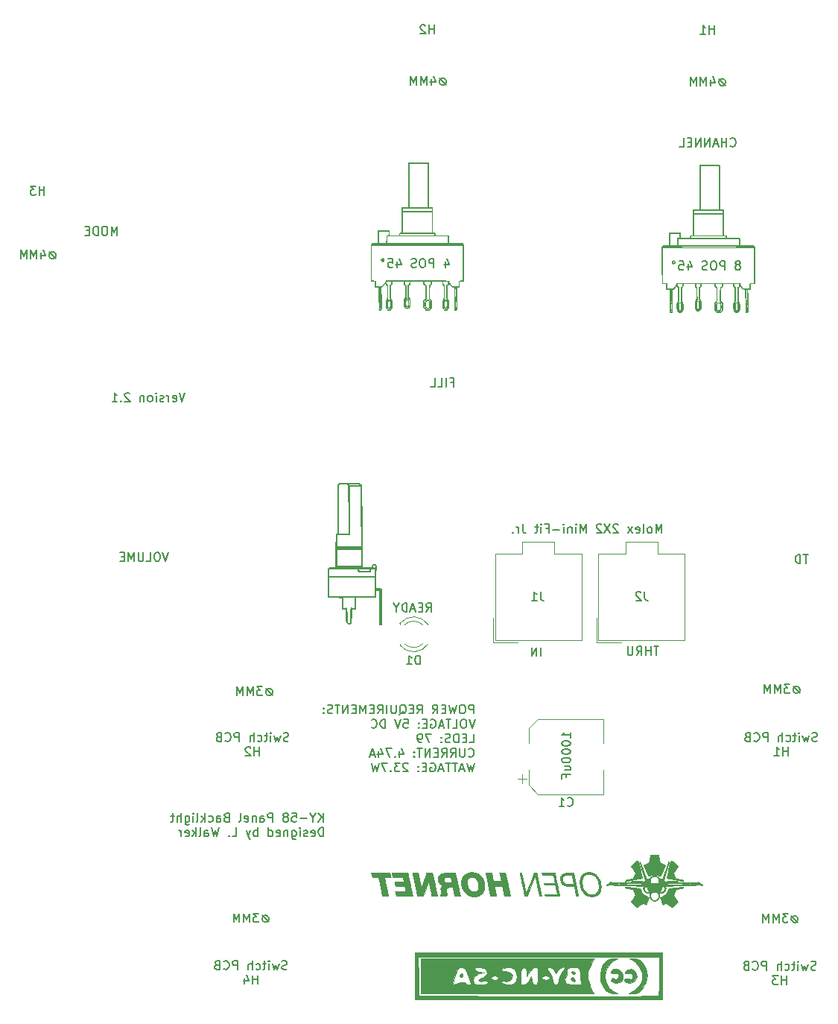
<source format=gbr>
%TF.GenerationSoftware,KiCad,Pcbnew,(5.1.12-1-10_14)*%
%TF.CreationDate,2021-11-27T17:57:38+11:00*%
%TF.ProjectId,KY58 Panel PCB V2,4b593538-2050-4616-9e65-6c2050434220,rev?*%
%TF.SameCoordinates,Original*%
%TF.FileFunction,Legend,Bot*%
%TF.FilePolarity,Positive*%
%FSLAX46Y46*%
G04 Gerber Fmt 4.6, Leading zero omitted, Abs format (unit mm)*
G04 Created by KiCad (PCBNEW (5.1.12-1-10_14)) date 2021-11-27 17:57:38*
%MOMM*%
%LPD*%
G01*
G04 APERTURE LIST*
%ADD10C,0.150000*%
%ADD11C,0.010000*%
%ADD12C,0.120000*%
G04 APERTURE END LIST*
D10*
X138004761Y-60660714D02*
X138004761Y-61327380D01*
X138242857Y-60279761D02*
X138480952Y-60994047D01*
X137861904Y-60994047D01*
X136719047Y-61327380D02*
X136719047Y-60327380D01*
X136338095Y-60327380D01*
X136242857Y-60375000D01*
X136195238Y-60422619D01*
X136147619Y-60517857D01*
X136147619Y-60660714D01*
X136195238Y-60755952D01*
X136242857Y-60803571D01*
X136338095Y-60851190D01*
X136719047Y-60851190D01*
X135528571Y-60327380D02*
X135338095Y-60327380D01*
X135242857Y-60375000D01*
X135147619Y-60470238D01*
X135100000Y-60660714D01*
X135100000Y-60994047D01*
X135147619Y-61184523D01*
X135242857Y-61279761D01*
X135338095Y-61327380D01*
X135528571Y-61327380D01*
X135623809Y-61279761D01*
X135719047Y-61184523D01*
X135766666Y-60994047D01*
X135766666Y-60660714D01*
X135719047Y-60470238D01*
X135623809Y-60375000D01*
X135528571Y-60327380D01*
X134719047Y-61279761D02*
X134576190Y-61327380D01*
X134338095Y-61327380D01*
X134242857Y-61279761D01*
X134195238Y-61232142D01*
X134147619Y-61136904D01*
X134147619Y-61041666D01*
X134195238Y-60946428D01*
X134242857Y-60898809D01*
X134338095Y-60851190D01*
X134528571Y-60803571D01*
X134623809Y-60755952D01*
X134671428Y-60708333D01*
X134719047Y-60613095D01*
X134719047Y-60517857D01*
X134671428Y-60422619D01*
X134623809Y-60375000D01*
X134528571Y-60327380D01*
X134290476Y-60327380D01*
X134147619Y-60375000D01*
X132528571Y-60660714D02*
X132528571Y-61327380D01*
X132766666Y-60279761D02*
X133004761Y-60994047D01*
X132385714Y-60994047D01*
X131528571Y-60327380D02*
X132004761Y-60327380D01*
X132052380Y-60803571D01*
X132004761Y-60755952D01*
X131909523Y-60708333D01*
X131671428Y-60708333D01*
X131576190Y-60755952D01*
X131528571Y-60803571D01*
X131480952Y-60898809D01*
X131480952Y-61136904D01*
X131528571Y-61232142D01*
X131576190Y-61279761D01*
X131671428Y-61327380D01*
X131909523Y-61327380D01*
X132004761Y-61279761D01*
X132052380Y-61232142D01*
X130909523Y-60327380D02*
X131004761Y-60375000D01*
X131052380Y-60470238D01*
X131004761Y-60565476D01*
X130909523Y-60613095D01*
X130814285Y-60565476D01*
X130766666Y-60470238D01*
X130814285Y-60375000D01*
X130909523Y-60327380D01*
X170422619Y-47507142D02*
X170470238Y-47554761D01*
X170613095Y-47602380D01*
X170708333Y-47602380D01*
X170851190Y-47554761D01*
X170946428Y-47459523D01*
X170994047Y-47364285D01*
X171041666Y-47173809D01*
X171041666Y-47030952D01*
X170994047Y-46840476D01*
X170946428Y-46745238D01*
X170851190Y-46650000D01*
X170708333Y-46602380D01*
X170613095Y-46602380D01*
X170470238Y-46650000D01*
X170422619Y-46697619D01*
X169994047Y-47602380D02*
X169994047Y-46602380D01*
X169994047Y-47078571D02*
X169422619Y-47078571D01*
X169422619Y-47602380D02*
X169422619Y-46602380D01*
X168994047Y-47316666D02*
X168517857Y-47316666D01*
X169089285Y-47602380D02*
X168755952Y-46602380D01*
X168422619Y-47602380D01*
X168089285Y-47602380D02*
X168089285Y-46602380D01*
X167517857Y-47602380D01*
X167517857Y-46602380D01*
X167041666Y-47602380D02*
X167041666Y-46602380D01*
X166470238Y-47602380D01*
X166470238Y-46602380D01*
X165994047Y-47078571D02*
X165660714Y-47078571D01*
X165517857Y-47602380D02*
X165994047Y-47602380D01*
X165994047Y-46602380D01*
X165517857Y-46602380D01*
X164613095Y-47602380D02*
X165089285Y-47602380D01*
X165089285Y-46602380D01*
X171365476Y-61030952D02*
X171460714Y-60983333D01*
X171508333Y-60935714D01*
X171555952Y-60840476D01*
X171555952Y-60792857D01*
X171508333Y-60697619D01*
X171460714Y-60650000D01*
X171365476Y-60602380D01*
X171175000Y-60602380D01*
X171079761Y-60650000D01*
X171032142Y-60697619D01*
X170984523Y-60792857D01*
X170984523Y-60840476D01*
X171032142Y-60935714D01*
X171079761Y-60983333D01*
X171175000Y-61030952D01*
X171365476Y-61030952D01*
X171460714Y-61078571D01*
X171508333Y-61126190D01*
X171555952Y-61221428D01*
X171555952Y-61411904D01*
X171508333Y-61507142D01*
X171460714Y-61554761D01*
X171365476Y-61602380D01*
X171175000Y-61602380D01*
X171079761Y-61554761D01*
X171032142Y-61507142D01*
X170984523Y-61411904D01*
X170984523Y-61221428D01*
X171032142Y-61126190D01*
X171079761Y-61078571D01*
X171175000Y-61030952D01*
X169794047Y-61602380D02*
X169794047Y-60602380D01*
X169413095Y-60602380D01*
X169317857Y-60650000D01*
X169270238Y-60697619D01*
X169222619Y-60792857D01*
X169222619Y-60935714D01*
X169270238Y-61030952D01*
X169317857Y-61078571D01*
X169413095Y-61126190D01*
X169794047Y-61126190D01*
X168603571Y-60602380D02*
X168413095Y-60602380D01*
X168317857Y-60650000D01*
X168222619Y-60745238D01*
X168175000Y-60935714D01*
X168175000Y-61269047D01*
X168222619Y-61459523D01*
X168317857Y-61554761D01*
X168413095Y-61602380D01*
X168603571Y-61602380D01*
X168698809Y-61554761D01*
X168794047Y-61459523D01*
X168841666Y-61269047D01*
X168841666Y-60935714D01*
X168794047Y-60745238D01*
X168698809Y-60650000D01*
X168603571Y-60602380D01*
X167794047Y-61554761D02*
X167651190Y-61602380D01*
X167413095Y-61602380D01*
X167317857Y-61554761D01*
X167270238Y-61507142D01*
X167222619Y-61411904D01*
X167222619Y-61316666D01*
X167270238Y-61221428D01*
X167317857Y-61173809D01*
X167413095Y-61126190D01*
X167603571Y-61078571D01*
X167698809Y-61030952D01*
X167746428Y-60983333D01*
X167794047Y-60888095D01*
X167794047Y-60792857D01*
X167746428Y-60697619D01*
X167698809Y-60650000D01*
X167603571Y-60602380D01*
X167365476Y-60602380D01*
X167222619Y-60650000D01*
X165603571Y-60935714D02*
X165603571Y-61602380D01*
X165841666Y-60554761D02*
X166079761Y-61269047D01*
X165460714Y-61269047D01*
X164603571Y-60602380D02*
X165079761Y-60602380D01*
X165127380Y-61078571D01*
X165079761Y-61030952D01*
X164984523Y-60983333D01*
X164746428Y-60983333D01*
X164651190Y-61030952D01*
X164603571Y-61078571D01*
X164555952Y-61173809D01*
X164555952Y-61411904D01*
X164603571Y-61507142D01*
X164651190Y-61554761D01*
X164746428Y-61602380D01*
X164984523Y-61602380D01*
X165079761Y-61554761D01*
X165127380Y-61507142D01*
X163984523Y-60602380D02*
X164079761Y-60650000D01*
X164127380Y-60745238D01*
X164079761Y-60840476D01*
X163984523Y-60888095D01*
X163889285Y-60840476D01*
X163841666Y-60745238D01*
X163889285Y-60650000D01*
X163984523Y-60602380D01*
X124164404Y-124302380D02*
X124164404Y-123302380D01*
X123592976Y-124302380D02*
X124021547Y-123730952D01*
X123592976Y-123302380D02*
X124164404Y-123873809D01*
X122973928Y-123826190D02*
X122973928Y-124302380D01*
X123307261Y-123302380D02*
X122973928Y-123826190D01*
X122640595Y-123302380D01*
X122307261Y-123921428D02*
X121545357Y-123921428D01*
X120592976Y-123302380D02*
X121069166Y-123302380D01*
X121116785Y-123778571D01*
X121069166Y-123730952D01*
X120973928Y-123683333D01*
X120735833Y-123683333D01*
X120640595Y-123730952D01*
X120592976Y-123778571D01*
X120545357Y-123873809D01*
X120545357Y-124111904D01*
X120592976Y-124207142D01*
X120640595Y-124254761D01*
X120735833Y-124302380D01*
X120973928Y-124302380D01*
X121069166Y-124254761D01*
X121116785Y-124207142D01*
X119973928Y-123730952D02*
X120069166Y-123683333D01*
X120116785Y-123635714D01*
X120164404Y-123540476D01*
X120164404Y-123492857D01*
X120116785Y-123397619D01*
X120069166Y-123350000D01*
X119973928Y-123302380D01*
X119783452Y-123302380D01*
X119688214Y-123350000D01*
X119640595Y-123397619D01*
X119592976Y-123492857D01*
X119592976Y-123540476D01*
X119640595Y-123635714D01*
X119688214Y-123683333D01*
X119783452Y-123730952D01*
X119973928Y-123730952D01*
X120069166Y-123778571D01*
X120116785Y-123826190D01*
X120164404Y-123921428D01*
X120164404Y-124111904D01*
X120116785Y-124207142D01*
X120069166Y-124254761D01*
X119973928Y-124302380D01*
X119783452Y-124302380D01*
X119688214Y-124254761D01*
X119640595Y-124207142D01*
X119592976Y-124111904D01*
X119592976Y-123921428D01*
X119640595Y-123826190D01*
X119688214Y-123778571D01*
X119783452Y-123730952D01*
X118402500Y-124302380D02*
X118402500Y-123302380D01*
X118021547Y-123302380D01*
X117926309Y-123350000D01*
X117878690Y-123397619D01*
X117831071Y-123492857D01*
X117831071Y-123635714D01*
X117878690Y-123730952D01*
X117926309Y-123778571D01*
X118021547Y-123826190D01*
X118402500Y-123826190D01*
X116973928Y-124302380D02*
X116973928Y-123778571D01*
X117021547Y-123683333D01*
X117116785Y-123635714D01*
X117307261Y-123635714D01*
X117402500Y-123683333D01*
X116973928Y-124254761D02*
X117069166Y-124302380D01*
X117307261Y-124302380D01*
X117402500Y-124254761D01*
X117450119Y-124159523D01*
X117450119Y-124064285D01*
X117402500Y-123969047D01*
X117307261Y-123921428D01*
X117069166Y-123921428D01*
X116973928Y-123873809D01*
X116497738Y-123635714D02*
X116497738Y-124302380D01*
X116497738Y-123730952D02*
X116450119Y-123683333D01*
X116354880Y-123635714D01*
X116212023Y-123635714D01*
X116116785Y-123683333D01*
X116069166Y-123778571D01*
X116069166Y-124302380D01*
X115212023Y-124254761D02*
X115307261Y-124302380D01*
X115497738Y-124302380D01*
X115592976Y-124254761D01*
X115640595Y-124159523D01*
X115640595Y-123778571D01*
X115592976Y-123683333D01*
X115497738Y-123635714D01*
X115307261Y-123635714D01*
X115212023Y-123683333D01*
X115164404Y-123778571D01*
X115164404Y-123873809D01*
X115640595Y-123969047D01*
X114592976Y-124302380D02*
X114688214Y-124254761D01*
X114735833Y-124159523D01*
X114735833Y-123302380D01*
X113116785Y-123778571D02*
X112973928Y-123826190D01*
X112926309Y-123873809D01*
X112878690Y-123969047D01*
X112878690Y-124111904D01*
X112926309Y-124207142D01*
X112973928Y-124254761D01*
X113069166Y-124302380D01*
X113450119Y-124302380D01*
X113450119Y-123302380D01*
X113116785Y-123302380D01*
X113021547Y-123350000D01*
X112973928Y-123397619D01*
X112926309Y-123492857D01*
X112926309Y-123588095D01*
X112973928Y-123683333D01*
X113021547Y-123730952D01*
X113116785Y-123778571D01*
X113450119Y-123778571D01*
X112021547Y-124302380D02*
X112021547Y-123778571D01*
X112069166Y-123683333D01*
X112164404Y-123635714D01*
X112354880Y-123635714D01*
X112450119Y-123683333D01*
X112021547Y-124254761D02*
X112116785Y-124302380D01*
X112354880Y-124302380D01*
X112450119Y-124254761D01*
X112497738Y-124159523D01*
X112497738Y-124064285D01*
X112450119Y-123969047D01*
X112354880Y-123921428D01*
X112116785Y-123921428D01*
X112021547Y-123873809D01*
X111116785Y-124254761D02*
X111212023Y-124302380D01*
X111402500Y-124302380D01*
X111497738Y-124254761D01*
X111545357Y-124207142D01*
X111592976Y-124111904D01*
X111592976Y-123826190D01*
X111545357Y-123730952D01*
X111497738Y-123683333D01*
X111402500Y-123635714D01*
X111212023Y-123635714D01*
X111116785Y-123683333D01*
X110688214Y-124302380D02*
X110688214Y-123302380D01*
X110592976Y-123921428D02*
X110307261Y-124302380D01*
X110307261Y-123635714D02*
X110688214Y-124016666D01*
X109735833Y-124302380D02*
X109831071Y-124254761D01*
X109878690Y-124159523D01*
X109878690Y-123302380D01*
X109354880Y-124302380D02*
X109354880Y-123635714D01*
X109354880Y-123302380D02*
X109402500Y-123350000D01*
X109354880Y-123397619D01*
X109307261Y-123350000D01*
X109354880Y-123302380D01*
X109354880Y-123397619D01*
X108450119Y-123635714D02*
X108450119Y-124445238D01*
X108497738Y-124540476D01*
X108545357Y-124588095D01*
X108640595Y-124635714D01*
X108783452Y-124635714D01*
X108878690Y-124588095D01*
X108450119Y-124254761D02*
X108545357Y-124302380D01*
X108735833Y-124302380D01*
X108831071Y-124254761D01*
X108878690Y-124207142D01*
X108926309Y-124111904D01*
X108926309Y-123826190D01*
X108878690Y-123730952D01*
X108831071Y-123683333D01*
X108735833Y-123635714D01*
X108545357Y-123635714D01*
X108450119Y-123683333D01*
X107973928Y-124302380D02*
X107973928Y-123302380D01*
X107545357Y-124302380D02*
X107545357Y-123778571D01*
X107592976Y-123683333D01*
X107688214Y-123635714D01*
X107831071Y-123635714D01*
X107926309Y-123683333D01*
X107973928Y-123730952D01*
X107212023Y-123635714D02*
X106831071Y-123635714D01*
X107069166Y-123302380D02*
X107069166Y-124159523D01*
X107021547Y-124254761D01*
X106926309Y-124302380D01*
X106831071Y-124302380D01*
X124164404Y-125952380D02*
X124164404Y-124952380D01*
X123926309Y-124952380D01*
X123783452Y-125000000D01*
X123688214Y-125095238D01*
X123640595Y-125190476D01*
X123592976Y-125380952D01*
X123592976Y-125523809D01*
X123640595Y-125714285D01*
X123688214Y-125809523D01*
X123783452Y-125904761D01*
X123926309Y-125952380D01*
X124164404Y-125952380D01*
X122783452Y-125904761D02*
X122878690Y-125952380D01*
X123069166Y-125952380D01*
X123164404Y-125904761D01*
X123212023Y-125809523D01*
X123212023Y-125428571D01*
X123164404Y-125333333D01*
X123069166Y-125285714D01*
X122878690Y-125285714D01*
X122783452Y-125333333D01*
X122735833Y-125428571D01*
X122735833Y-125523809D01*
X123212023Y-125619047D01*
X122354880Y-125904761D02*
X122259642Y-125952380D01*
X122069166Y-125952380D01*
X121973928Y-125904761D01*
X121926309Y-125809523D01*
X121926309Y-125761904D01*
X121973928Y-125666666D01*
X122069166Y-125619047D01*
X122212023Y-125619047D01*
X122307261Y-125571428D01*
X122354880Y-125476190D01*
X122354880Y-125428571D01*
X122307261Y-125333333D01*
X122212023Y-125285714D01*
X122069166Y-125285714D01*
X121973928Y-125333333D01*
X121497738Y-125952380D02*
X121497738Y-125285714D01*
X121497738Y-124952380D02*
X121545357Y-125000000D01*
X121497738Y-125047619D01*
X121450119Y-125000000D01*
X121497738Y-124952380D01*
X121497738Y-125047619D01*
X120592976Y-125285714D02*
X120592976Y-126095238D01*
X120640595Y-126190476D01*
X120688214Y-126238095D01*
X120783452Y-126285714D01*
X120926309Y-126285714D01*
X121021547Y-126238095D01*
X120592976Y-125904761D02*
X120688214Y-125952380D01*
X120878690Y-125952380D01*
X120973928Y-125904761D01*
X121021547Y-125857142D01*
X121069166Y-125761904D01*
X121069166Y-125476190D01*
X121021547Y-125380952D01*
X120973928Y-125333333D01*
X120878690Y-125285714D01*
X120688214Y-125285714D01*
X120592976Y-125333333D01*
X120116785Y-125285714D02*
X120116785Y-125952380D01*
X120116785Y-125380952D02*
X120069166Y-125333333D01*
X119973928Y-125285714D01*
X119831071Y-125285714D01*
X119735833Y-125333333D01*
X119688214Y-125428571D01*
X119688214Y-125952380D01*
X118831071Y-125904761D02*
X118926309Y-125952380D01*
X119116785Y-125952380D01*
X119212023Y-125904761D01*
X119259642Y-125809523D01*
X119259642Y-125428571D01*
X119212023Y-125333333D01*
X119116785Y-125285714D01*
X118926309Y-125285714D01*
X118831071Y-125333333D01*
X118783452Y-125428571D01*
X118783452Y-125523809D01*
X119259642Y-125619047D01*
X117926309Y-125952380D02*
X117926309Y-124952380D01*
X117926309Y-125904761D02*
X118021547Y-125952380D01*
X118212023Y-125952380D01*
X118307261Y-125904761D01*
X118354880Y-125857142D01*
X118402500Y-125761904D01*
X118402500Y-125476190D01*
X118354880Y-125380952D01*
X118307261Y-125333333D01*
X118212023Y-125285714D01*
X118021547Y-125285714D01*
X117926309Y-125333333D01*
X116688214Y-125952380D02*
X116688214Y-124952380D01*
X116688214Y-125333333D02*
X116592976Y-125285714D01*
X116402500Y-125285714D01*
X116307261Y-125333333D01*
X116259642Y-125380952D01*
X116212023Y-125476190D01*
X116212023Y-125761904D01*
X116259642Y-125857142D01*
X116307261Y-125904761D01*
X116402500Y-125952380D01*
X116592976Y-125952380D01*
X116688214Y-125904761D01*
X115878690Y-125285714D02*
X115640595Y-125952380D01*
X115402500Y-125285714D02*
X115640595Y-125952380D01*
X115735833Y-126190476D01*
X115783452Y-126238095D01*
X115878690Y-126285714D01*
X113783452Y-125952380D02*
X114259642Y-125952380D01*
X114259642Y-124952380D01*
X113450119Y-125857142D02*
X113402500Y-125904761D01*
X113450119Y-125952380D01*
X113497738Y-125904761D01*
X113450119Y-125857142D01*
X113450119Y-125952380D01*
X112307261Y-124952380D02*
X112069166Y-125952380D01*
X111878690Y-125238095D01*
X111688214Y-125952380D01*
X111450119Y-124952380D01*
X110640595Y-125952380D02*
X110640595Y-125428571D01*
X110688214Y-125333333D01*
X110783452Y-125285714D01*
X110973928Y-125285714D01*
X111069166Y-125333333D01*
X110640595Y-125904761D02*
X110735833Y-125952380D01*
X110973928Y-125952380D01*
X111069166Y-125904761D01*
X111116785Y-125809523D01*
X111116785Y-125714285D01*
X111069166Y-125619047D01*
X110973928Y-125571428D01*
X110735833Y-125571428D01*
X110640595Y-125523809D01*
X110021547Y-125952380D02*
X110116785Y-125904761D01*
X110164404Y-125809523D01*
X110164404Y-124952380D01*
X109640595Y-125952380D02*
X109640595Y-124952380D01*
X109545357Y-125571428D02*
X109259642Y-125952380D01*
X109259642Y-125285714D02*
X109640595Y-125666666D01*
X108450119Y-125904761D02*
X108545357Y-125952380D01*
X108735833Y-125952380D01*
X108831071Y-125904761D01*
X108878690Y-125809523D01*
X108878690Y-125428571D01*
X108831071Y-125333333D01*
X108735833Y-125285714D01*
X108545357Y-125285714D01*
X108450119Y-125333333D01*
X108402500Y-125428571D01*
X108402500Y-125523809D01*
X108878690Y-125619047D01*
X107973928Y-125952380D02*
X107973928Y-125285714D01*
X107973928Y-125476190D02*
X107926309Y-125380952D01*
X107878690Y-125333333D01*
X107783452Y-125285714D01*
X107688214Y-125285714D01*
X92436904Y-53077380D02*
X92436904Y-52077380D01*
X92436904Y-52553571D02*
X91865476Y-52553571D01*
X91865476Y-53077380D02*
X91865476Y-52077380D01*
X91484523Y-52077380D02*
X90865476Y-52077380D01*
X91198809Y-52458333D01*
X91055952Y-52458333D01*
X90960714Y-52505952D01*
X90913095Y-52553571D01*
X90865476Y-52648809D01*
X90865476Y-52886904D01*
X90913095Y-52982142D01*
X90960714Y-53029761D01*
X91055952Y-53077380D01*
X91341666Y-53077380D01*
X91436904Y-53029761D01*
X91484523Y-52982142D01*
X168579704Y-34793180D02*
X168579704Y-33793180D01*
X168579704Y-34269371D02*
X168008276Y-34269371D01*
X168008276Y-34793180D02*
X168008276Y-33793180D01*
X167008276Y-34793180D02*
X167579704Y-34793180D01*
X167293990Y-34793180D02*
X167293990Y-33793180D01*
X167389228Y-33936038D01*
X167484466Y-34031276D01*
X167579704Y-34078895D01*
X136753504Y-34767780D02*
X136753504Y-33767780D01*
X136753504Y-34243971D02*
X136182076Y-34243971D01*
X136182076Y-34767780D02*
X136182076Y-33767780D01*
X135753504Y-33863019D02*
X135705885Y-33815400D01*
X135610647Y-33767780D01*
X135372552Y-33767780D01*
X135277314Y-33815400D01*
X135229695Y-33863019D01*
X135182076Y-33958257D01*
X135182076Y-34053495D01*
X135229695Y-34196352D01*
X135801123Y-34767780D01*
X135182076Y-34767780D01*
X117664285Y-134940476D02*
X117473809Y-134940476D01*
X117283333Y-135035714D01*
X117188095Y-135226190D01*
X117188095Y-135416666D01*
X117283333Y-135607142D01*
X117473809Y-135702380D01*
X117664285Y-135702380D01*
X117854761Y-135607142D01*
X117950000Y-135416666D01*
X117950000Y-135226190D01*
X117854761Y-135035714D01*
X117664285Y-134940476D01*
X117188095Y-134940476D02*
X117950000Y-135702380D01*
X116807142Y-134702380D02*
X116188095Y-134702380D01*
X116521428Y-135083333D01*
X116378571Y-135083333D01*
X116283333Y-135130952D01*
X116235714Y-135178571D01*
X116188095Y-135273809D01*
X116188095Y-135511904D01*
X116235714Y-135607142D01*
X116283333Y-135654761D01*
X116378571Y-135702380D01*
X116664285Y-135702380D01*
X116759523Y-135654761D01*
X116807142Y-135607142D01*
X115759523Y-135702380D02*
X115759523Y-134702380D01*
X115426190Y-135416666D01*
X115092857Y-134702380D01*
X115092857Y-135702380D01*
X114616666Y-135702380D02*
X114616666Y-134702380D01*
X114283333Y-135416666D01*
X113950000Y-134702380D01*
X113950000Y-135702380D01*
X177841085Y-134953076D02*
X177650609Y-134953076D01*
X177460133Y-135048314D01*
X177364895Y-135238790D01*
X177364895Y-135429266D01*
X177460133Y-135619742D01*
X177650609Y-135714980D01*
X177841085Y-135714980D01*
X178031561Y-135619742D01*
X178126800Y-135429266D01*
X178126800Y-135238790D01*
X178031561Y-135048314D01*
X177841085Y-134953076D01*
X177364895Y-134953076D02*
X178126800Y-135714980D01*
X176983942Y-134714980D02*
X176364895Y-134714980D01*
X176698228Y-135095933D01*
X176555371Y-135095933D01*
X176460133Y-135143552D01*
X176412514Y-135191171D01*
X176364895Y-135286409D01*
X176364895Y-135524504D01*
X176412514Y-135619742D01*
X176460133Y-135667361D01*
X176555371Y-135714980D01*
X176841085Y-135714980D01*
X176936323Y-135667361D01*
X176983942Y-135619742D01*
X175936323Y-135714980D02*
X175936323Y-134714980D01*
X175602990Y-135429266D01*
X175269657Y-134714980D01*
X175269657Y-135714980D01*
X174793466Y-135714980D02*
X174793466Y-134714980D01*
X174460133Y-135429266D01*
X174126800Y-134714980D01*
X174126800Y-135714980D01*
X178016885Y-108925076D02*
X177826409Y-108925076D01*
X177635933Y-109020314D01*
X177540695Y-109210790D01*
X177540695Y-109401266D01*
X177635933Y-109591742D01*
X177826409Y-109686980D01*
X178016885Y-109686980D01*
X178207361Y-109591742D01*
X178302600Y-109401266D01*
X178302600Y-109210790D01*
X178207361Y-109020314D01*
X178016885Y-108925076D01*
X177540695Y-108925076D02*
X178302600Y-109686980D01*
X177159742Y-108686980D02*
X176540695Y-108686980D01*
X176874028Y-109067933D01*
X176731171Y-109067933D01*
X176635933Y-109115552D01*
X176588314Y-109163171D01*
X176540695Y-109258409D01*
X176540695Y-109496504D01*
X176588314Y-109591742D01*
X176635933Y-109639361D01*
X176731171Y-109686980D01*
X177016885Y-109686980D01*
X177112123Y-109639361D01*
X177159742Y-109591742D01*
X176112123Y-109686980D02*
X176112123Y-108686980D01*
X175778790Y-109401266D01*
X175445457Y-108686980D01*
X175445457Y-109686980D01*
X174969266Y-109686980D02*
X174969266Y-108686980D01*
X174635933Y-109401266D01*
X174302600Y-108686980D01*
X174302600Y-109686980D01*
X118078685Y-109176676D02*
X117888209Y-109176676D01*
X117697733Y-109271914D01*
X117602495Y-109462390D01*
X117602495Y-109652866D01*
X117697733Y-109843342D01*
X117888209Y-109938580D01*
X118078685Y-109938580D01*
X118269161Y-109843342D01*
X118364400Y-109652866D01*
X118364400Y-109462390D01*
X118269161Y-109271914D01*
X118078685Y-109176676D01*
X117602495Y-109176676D02*
X118364400Y-109938580D01*
X117221542Y-108938580D02*
X116602495Y-108938580D01*
X116935828Y-109319533D01*
X116792971Y-109319533D01*
X116697733Y-109367152D01*
X116650114Y-109414771D01*
X116602495Y-109510009D01*
X116602495Y-109748104D01*
X116650114Y-109843342D01*
X116697733Y-109890961D01*
X116792971Y-109938580D01*
X117078685Y-109938580D01*
X117173923Y-109890961D01*
X117221542Y-109843342D01*
X116173923Y-109938580D02*
X116173923Y-108938580D01*
X115840590Y-109652866D01*
X115507257Y-108938580D01*
X115507257Y-109938580D01*
X115031066Y-109938580D02*
X115031066Y-108938580D01*
X114697733Y-109652866D01*
X114364400Y-108938580D01*
X114364400Y-109938580D01*
X120020238Y-141029761D02*
X119877380Y-141077380D01*
X119639285Y-141077380D01*
X119544047Y-141029761D01*
X119496428Y-140982142D01*
X119448809Y-140886904D01*
X119448809Y-140791666D01*
X119496428Y-140696428D01*
X119544047Y-140648809D01*
X119639285Y-140601190D01*
X119829761Y-140553571D01*
X119925000Y-140505952D01*
X119972619Y-140458333D01*
X120020238Y-140363095D01*
X120020238Y-140267857D01*
X119972619Y-140172619D01*
X119925000Y-140125000D01*
X119829761Y-140077380D01*
X119591666Y-140077380D01*
X119448809Y-140125000D01*
X119115476Y-140410714D02*
X118925000Y-141077380D01*
X118734523Y-140601190D01*
X118544047Y-141077380D01*
X118353571Y-140410714D01*
X117972619Y-141077380D02*
X117972619Y-140410714D01*
X117972619Y-140077380D02*
X118020238Y-140125000D01*
X117972619Y-140172619D01*
X117925000Y-140125000D01*
X117972619Y-140077380D01*
X117972619Y-140172619D01*
X117639285Y-140410714D02*
X117258333Y-140410714D01*
X117496428Y-140077380D02*
X117496428Y-140934523D01*
X117448809Y-141029761D01*
X117353571Y-141077380D01*
X117258333Y-141077380D01*
X116496428Y-141029761D02*
X116591666Y-141077380D01*
X116782142Y-141077380D01*
X116877380Y-141029761D01*
X116925000Y-140982142D01*
X116972619Y-140886904D01*
X116972619Y-140601190D01*
X116925000Y-140505952D01*
X116877380Y-140458333D01*
X116782142Y-140410714D01*
X116591666Y-140410714D01*
X116496428Y-140458333D01*
X116067857Y-141077380D02*
X116067857Y-140077380D01*
X115639285Y-141077380D02*
X115639285Y-140553571D01*
X115686904Y-140458333D01*
X115782142Y-140410714D01*
X115925000Y-140410714D01*
X116020238Y-140458333D01*
X116067857Y-140505952D01*
X114401190Y-141077380D02*
X114401190Y-140077380D01*
X114020238Y-140077380D01*
X113925000Y-140125000D01*
X113877380Y-140172619D01*
X113829761Y-140267857D01*
X113829761Y-140410714D01*
X113877380Y-140505952D01*
X113925000Y-140553571D01*
X114020238Y-140601190D01*
X114401190Y-140601190D01*
X112829761Y-140982142D02*
X112877380Y-141029761D01*
X113020238Y-141077380D01*
X113115476Y-141077380D01*
X113258333Y-141029761D01*
X113353571Y-140934523D01*
X113401190Y-140839285D01*
X113448809Y-140648809D01*
X113448809Y-140505952D01*
X113401190Y-140315476D01*
X113353571Y-140220238D01*
X113258333Y-140125000D01*
X113115476Y-140077380D01*
X113020238Y-140077380D01*
X112877380Y-140125000D01*
X112829761Y-140172619D01*
X112067857Y-140553571D02*
X111925000Y-140601190D01*
X111877380Y-140648809D01*
X111829761Y-140744047D01*
X111829761Y-140886904D01*
X111877380Y-140982142D01*
X111925000Y-141029761D01*
X112020238Y-141077380D01*
X112401190Y-141077380D01*
X112401190Y-140077380D01*
X112067857Y-140077380D01*
X111972619Y-140125000D01*
X111925000Y-140172619D01*
X111877380Y-140267857D01*
X111877380Y-140363095D01*
X111925000Y-140458333D01*
X111972619Y-140505952D01*
X112067857Y-140553571D01*
X112401190Y-140553571D01*
X116686904Y-142727380D02*
X116686904Y-141727380D01*
X116686904Y-142203571D02*
X116115476Y-142203571D01*
X116115476Y-142727380D02*
X116115476Y-141727380D01*
X115210714Y-142060714D02*
X115210714Y-142727380D01*
X115448809Y-141679761D02*
X115686904Y-142394047D01*
X115067857Y-142394047D01*
X180145838Y-141090761D02*
X180002980Y-141138380D01*
X179764885Y-141138380D01*
X179669647Y-141090761D01*
X179622028Y-141043142D01*
X179574409Y-140947904D01*
X179574409Y-140852666D01*
X179622028Y-140757428D01*
X179669647Y-140709809D01*
X179764885Y-140662190D01*
X179955361Y-140614571D01*
X180050600Y-140566952D01*
X180098219Y-140519333D01*
X180145838Y-140424095D01*
X180145838Y-140328857D01*
X180098219Y-140233619D01*
X180050600Y-140186000D01*
X179955361Y-140138380D01*
X179717266Y-140138380D01*
X179574409Y-140186000D01*
X179241076Y-140471714D02*
X179050600Y-141138380D01*
X178860123Y-140662190D01*
X178669647Y-141138380D01*
X178479171Y-140471714D01*
X178098219Y-141138380D02*
X178098219Y-140471714D01*
X178098219Y-140138380D02*
X178145838Y-140186000D01*
X178098219Y-140233619D01*
X178050600Y-140186000D01*
X178098219Y-140138380D01*
X178098219Y-140233619D01*
X177764885Y-140471714D02*
X177383933Y-140471714D01*
X177622028Y-140138380D02*
X177622028Y-140995523D01*
X177574409Y-141090761D01*
X177479171Y-141138380D01*
X177383933Y-141138380D01*
X176622028Y-141090761D02*
X176717266Y-141138380D01*
X176907742Y-141138380D01*
X177002980Y-141090761D01*
X177050600Y-141043142D01*
X177098219Y-140947904D01*
X177098219Y-140662190D01*
X177050600Y-140566952D01*
X177002980Y-140519333D01*
X176907742Y-140471714D01*
X176717266Y-140471714D01*
X176622028Y-140519333D01*
X176193457Y-141138380D02*
X176193457Y-140138380D01*
X175764885Y-141138380D02*
X175764885Y-140614571D01*
X175812504Y-140519333D01*
X175907742Y-140471714D01*
X176050600Y-140471714D01*
X176145838Y-140519333D01*
X176193457Y-140566952D01*
X174526790Y-141138380D02*
X174526790Y-140138380D01*
X174145838Y-140138380D01*
X174050600Y-140186000D01*
X174002980Y-140233619D01*
X173955361Y-140328857D01*
X173955361Y-140471714D01*
X174002980Y-140566952D01*
X174050600Y-140614571D01*
X174145838Y-140662190D01*
X174526790Y-140662190D01*
X172955361Y-141043142D02*
X173002980Y-141090761D01*
X173145838Y-141138380D01*
X173241076Y-141138380D01*
X173383933Y-141090761D01*
X173479171Y-140995523D01*
X173526790Y-140900285D01*
X173574409Y-140709809D01*
X173574409Y-140566952D01*
X173526790Y-140376476D01*
X173479171Y-140281238D01*
X173383933Y-140186000D01*
X173241076Y-140138380D01*
X173145838Y-140138380D01*
X173002980Y-140186000D01*
X172955361Y-140233619D01*
X172193457Y-140614571D02*
X172050600Y-140662190D01*
X172002980Y-140709809D01*
X171955361Y-140805047D01*
X171955361Y-140947904D01*
X172002980Y-141043142D01*
X172050600Y-141090761D01*
X172145838Y-141138380D01*
X172526790Y-141138380D01*
X172526790Y-140138380D01*
X172193457Y-140138380D01*
X172098219Y-140186000D01*
X172050600Y-140233619D01*
X172002980Y-140328857D01*
X172002980Y-140424095D01*
X172050600Y-140519333D01*
X172098219Y-140566952D01*
X172193457Y-140614571D01*
X172526790Y-140614571D01*
X176812504Y-142788380D02*
X176812504Y-141788380D01*
X176812504Y-142264571D02*
X176241076Y-142264571D01*
X176241076Y-142788380D02*
X176241076Y-141788380D01*
X175860123Y-141788380D02*
X175241076Y-141788380D01*
X175574409Y-142169333D01*
X175431552Y-142169333D01*
X175336314Y-142216952D01*
X175288695Y-142264571D01*
X175241076Y-142359809D01*
X175241076Y-142597904D01*
X175288695Y-142693142D01*
X175336314Y-142740761D01*
X175431552Y-142788380D01*
X175717266Y-142788380D01*
X175812504Y-142740761D01*
X175860123Y-142693142D01*
X120205638Y-115111161D02*
X120062780Y-115158780D01*
X119824685Y-115158780D01*
X119729447Y-115111161D01*
X119681828Y-115063542D01*
X119634209Y-114968304D01*
X119634209Y-114873066D01*
X119681828Y-114777828D01*
X119729447Y-114730209D01*
X119824685Y-114682590D01*
X120015161Y-114634971D01*
X120110400Y-114587352D01*
X120158019Y-114539733D01*
X120205638Y-114444495D01*
X120205638Y-114349257D01*
X120158019Y-114254019D01*
X120110400Y-114206400D01*
X120015161Y-114158780D01*
X119777066Y-114158780D01*
X119634209Y-114206400D01*
X119300876Y-114492114D02*
X119110400Y-115158780D01*
X118919923Y-114682590D01*
X118729447Y-115158780D01*
X118538971Y-114492114D01*
X118158019Y-115158780D02*
X118158019Y-114492114D01*
X118158019Y-114158780D02*
X118205638Y-114206400D01*
X118158019Y-114254019D01*
X118110400Y-114206400D01*
X118158019Y-114158780D01*
X118158019Y-114254019D01*
X117824685Y-114492114D02*
X117443733Y-114492114D01*
X117681828Y-114158780D02*
X117681828Y-115015923D01*
X117634209Y-115111161D01*
X117538971Y-115158780D01*
X117443733Y-115158780D01*
X116681828Y-115111161D02*
X116777066Y-115158780D01*
X116967542Y-115158780D01*
X117062780Y-115111161D01*
X117110400Y-115063542D01*
X117158019Y-114968304D01*
X117158019Y-114682590D01*
X117110400Y-114587352D01*
X117062780Y-114539733D01*
X116967542Y-114492114D01*
X116777066Y-114492114D01*
X116681828Y-114539733D01*
X116253257Y-115158780D02*
X116253257Y-114158780D01*
X115824685Y-115158780D02*
X115824685Y-114634971D01*
X115872304Y-114539733D01*
X115967542Y-114492114D01*
X116110400Y-114492114D01*
X116205638Y-114539733D01*
X116253257Y-114587352D01*
X114586590Y-115158780D02*
X114586590Y-114158780D01*
X114205638Y-114158780D01*
X114110400Y-114206400D01*
X114062780Y-114254019D01*
X114015161Y-114349257D01*
X114015161Y-114492114D01*
X114062780Y-114587352D01*
X114110400Y-114634971D01*
X114205638Y-114682590D01*
X114586590Y-114682590D01*
X113015161Y-115063542D02*
X113062780Y-115111161D01*
X113205638Y-115158780D01*
X113300876Y-115158780D01*
X113443733Y-115111161D01*
X113538971Y-115015923D01*
X113586590Y-114920685D01*
X113634209Y-114730209D01*
X113634209Y-114587352D01*
X113586590Y-114396876D01*
X113538971Y-114301638D01*
X113443733Y-114206400D01*
X113300876Y-114158780D01*
X113205638Y-114158780D01*
X113062780Y-114206400D01*
X113015161Y-114254019D01*
X112253257Y-114634971D02*
X112110400Y-114682590D01*
X112062780Y-114730209D01*
X112015161Y-114825447D01*
X112015161Y-114968304D01*
X112062780Y-115063542D01*
X112110400Y-115111161D01*
X112205638Y-115158780D01*
X112586590Y-115158780D01*
X112586590Y-114158780D01*
X112253257Y-114158780D01*
X112158019Y-114206400D01*
X112110400Y-114254019D01*
X112062780Y-114349257D01*
X112062780Y-114444495D01*
X112110400Y-114539733D01*
X112158019Y-114587352D01*
X112253257Y-114634971D01*
X112586590Y-114634971D01*
X116872304Y-116808780D02*
X116872304Y-115808780D01*
X116872304Y-116284971D02*
X116300876Y-116284971D01*
X116300876Y-116808780D02*
X116300876Y-115808780D01*
X115872304Y-115904019D02*
X115824685Y-115856400D01*
X115729447Y-115808780D01*
X115491352Y-115808780D01*
X115396114Y-115856400D01*
X115348495Y-115904019D01*
X115300876Y-115999257D01*
X115300876Y-116094495D01*
X115348495Y-116237352D01*
X115919923Y-116808780D01*
X115300876Y-116808780D01*
X180296238Y-115113561D02*
X180153380Y-115161180D01*
X179915285Y-115161180D01*
X179820047Y-115113561D01*
X179772428Y-115065942D01*
X179724809Y-114970704D01*
X179724809Y-114875466D01*
X179772428Y-114780228D01*
X179820047Y-114732609D01*
X179915285Y-114684990D01*
X180105761Y-114637371D01*
X180201000Y-114589752D01*
X180248619Y-114542133D01*
X180296238Y-114446895D01*
X180296238Y-114351657D01*
X180248619Y-114256419D01*
X180201000Y-114208800D01*
X180105761Y-114161180D01*
X179867666Y-114161180D01*
X179724809Y-114208800D01*
X179391476Y-114494514D02*
X179201000Y-115161180D01*
X179010523Y-114684990D01*
X178820047Y-115161180D01*
X178629571Y-114494514D01*
X178248619Y-115161180D02*
X178248619Y-114494514D01*
X178248619Y-114161180D02*
X178296238Y-114208800D01*
X178248619Y-114256419D01*
X178201000Y-114208800D01*
X178248619Y-114161180D01*
X178248619Y-114256419D01*
X177915285Y-114494514D02*
X177534333Y-114494514D01*
X177772428Y-114161180D02*
X177772428Y-115018323D01*
X177724809Y-115113561D01*
X177629571Y-115161180D01*
X177534333Y-115161180D01*
X176772428Y-115113561D02*
X176867666Y-115161180D01*
X177058142Y-115161180D01*
X177153380Y-115113561D01*
X177201000Y-115065942D01*
X177248619Y-114970704D01*
X177248619Y-114684990D01*
X177201000Y-114589752D01*
X177153380Y-114542133D01*
X177058142Y-114494514D01*
X176867666Y-114494514D01*
X176772428Y-114542133D01*
X176343857Y-115161180D02*
X176343857Y-114161180D01*
X175915285Y-115161180D02*
X175915285Y-114637371D01*
X175962904Y-114542133D01*
X176058142Y-114494514D01*
X176201000Y-114494514D01*
X176296238Y-114542133D01*
X176343857Y-114589752D01*
X174677190Y-115161180D02*
X174677190Y-114161180D01*
X174296238Y-114161180D01*
X174201000Y-114208800D01*
X174153380Y-114256419D01*
X174105761Y-114351657D01*
X174105761Y-114494514D01*
X174153380Y-114589752D01*
X174201000Y-114637371D01*
X174296238Y-114684990D01*
X174677190Y-114684990D01*
X173105761Y-115065942D02*
X173153380Y-115113561D01*
X173296238Y-115161180D01*
X173391476Y-115161180D01*
X173534333Y-115113561D01*
X173629571Y-115018323D01*
X173677190Y-114923085D01*
X173724809Y-114732609D01*
X173724809Y-114589752D01*
X173677190Y-114399276D01*
X173629571Y-114304038D01*
X173534333Y-114208800D01*
X173391476Y-114161180D01*
X173296238Y-114161180D01*
X173153380Y-114208800D01*
X173105761Y-114256419D01*
X172343857Y-114637371D02*
X172201000Y-114684990D01*
X172153380Y-114732609D01*
X172105761Y-114827847D01*
X172105761Y-114970704D01*
X172153380Y-115065942D01*
X172201000Y-115113561D01*
X172296238Y-115161180D01*
X172677190Y-115161180D01*
X172677190Y-114161180D01*
X172343857Y-114161180D01*
X172248619Y-114208800D01*
X172201000Y-114256419D01*
X172153380Y-114351657D01*
X172153380Y-114446895D01*
X172201000Y-114542133D01*
X172248619Y-114589752D01*
X172343857Y-114637371D01*
X172677190Y-114637371D01*
X176962904Y-116811180D02*
X176962904Y-115811180D01*
X176962904Y-116287371D02*
X176391476Y-116287371D01*
X176391476Y-116811180D02*
X176391476Y-115811180D01*
X175391476Y-116811180D02*
X175962904Y-116811180D01*
X175677190Y-116811180D02*
X175677190Y-115811180D01*
X175772428Y-115954038D01*
X175867666Y-116049276D01*
X175962904Y-116096895D01*
X138654761Y-74328571D02*
X138988095Y-74328571D01*
X138988095Y-74852380D02*
X138988095Y-73852380D01*
X138511904Y-73852380D01*
X138130952Y-74852380D02*
X138130952Y-73852380D01*
X137178571Y-74852380D02*
X137654761Y-74852380D01*
X137654761Y-73852380D01*
X136369047Y-74852380D02*
X136845238Y-74852380D01*
X136845238Y-73852380D01*
X179285714Y-93927380D02*
X178714285Y-93927380D01*
X179000000Y-94927380D02*
X179000000Y-93927380D01*
X178380952Y-94927380D02*
X178380952Y-93927380D01*
X178142857Y-93927380D01*
X178000000Y-93975000D01*
X177904761Y-94070238D01*
X177857142Y-94165476D01*
X177809523Y-94355952D01*
X177809523Y-94498809D01*
X177857142Y-94689285D01*
X177904761Y-94784523D01*
X178000000Y-94879761D01*
X178142857Y-94927380D01*
X178380952Y-94927380D01*
X106559523Y-93702380D02*
X106226190Y-94702380D01*
X105892857Y-93702380D01*
X105369047Y-93702380D02*
X105178571Y-93702380D01*
X105083333Y-93750000D01*
X104988095Y-93845238D01*
X104940476Y-94035714D01*
X104940476Y-94369047D01*
X104988095Y-94559523D01*
X105083333Y-94654761D01*
X105178571Y-94702380D01*
X105369047Y-94702380D01*
X105464285Y-94654761D01*
X105559523Y-94559523D01*
X105607142Y-94369047D01*
X105607142Y-94035714D01*
X105559523Y-93845238D01*
X105464285Y-93750000D01*
X105369047Y-93702380D01*
X104035714Y-94702380D02*
X104511904Y-94702380D01*
X104511904Y-93702380D01*
X103702380Y-93702380D02*
X103702380Y-94511904D01*
X103654761Y-94607142D01*
X103607142Y-94654761D01*
X103511904Y-94702380D01*
X103321428Y-94702380D01*
X103226190Y-94654761D01*
X103178571Y-94607142D01*
X103130952Y-94511904D01*
X103130952Y-93702380D01*
X102654761Y-94702380D02*
X102654761Y-93702380D01*
X102321428Y-94416666D01*
X101988095Y-93702380D01*
X101988095Y-94702380D01*
X101511904Y-94178571D02*
X101178571Y-94178571D01*
X101035714Y-94702380D02*
X101511904Y-94702380D01*
X101511904Y-93702380D01*
X101035714Y-93702380D01*
X100734523Y-57652380D02*
X100734523Y-56652380D01*
X100401190Y-57366666D01*
X100067857Y-56652380D01*
X100067857Y-57652380D01*
X99401190Y-56652380D02*
X99210714Y-56652380D01*
X99115476Y-56700000D01*
X99020238Y-56795238D01*
X98972619Y-56985714D01*
X98972619Y-57319047D01*
X99020238Y-57509523D01*
X99115476Y-57604761D01*
X99210714Y-57652380D01*
X99401190Y-57652380D01*
X99496428Y-57604761D01*
X99591666Y-57509523D01*
X99639285Y-57319047D01*
X99639285Y-56985714D01*
X99591666Y-56795238D01*
X99496428Y-56700000D01*
X99401190Y-56652380D01*
X98544047Y-57652380D02*
X98544047Y-56652380D01*
X98305952Y-56652380D01*
X98163095Y-56700000D01*
X98067857Y-56795238D01*
X98020238Y-56890476D01*
X97972619Y-57080952D01*
X97972619Y-57223809D01*
X98020238Y-57414285D01*
X98067857Y-57509523D01*
X98163095Y-57604761D01*
X98305952Y-57652380D01*
X98544047Y-57652380D01*
X97544047Y-57128571D02*
X97210714Y-57128571D01*
X97067857Y-57652380D02*
X97544047Y-57652380D01*
X97544047Y-56652380D01*
X97067857Y-56652380D01*
X108440476Y-75552380D02*
X108107142Y-76552380D01*
X107773809Y-75552380D01*
X107059523Y-76504761D02*
X107154761Y-76552380D01*
X107345238Y-76552380D01*
X107440476Y-76504761D01*
X107488095Y-76409523D01*
X107488095Y-76028571D01*
X107440476Y-75933333D01*
X107345238Y-75885714D01*
X107154761Y-75885714D01*
X107059523Y-75933333D01*
X107011904Y-76028571D01*
X107011904Y-76123809D01*
X107488095Y-76219047D01*
X106583333Y-76552380D02*
X106583333Y-75885714D01*
X106583333Y-76076190D02*
X106535714Y-75980952D01*
X106488095Y-75933333D01*
X106392857Y-75885714D01*
X106297619Y-75885714D01*
X106011904Y-76504761D02*
X105916666Y-76552380D01*
X105726190Y-76552380D01*
X105630952Y-76504761D01*
X105583333Y-76409523D01*
X105583333Y-76361904D01*
X105630952Y-76266666D01*
X105726190Y-76219047D01*
X105869047Y-76219047D01*
X105964285Y-76171428D01*
X106011904Y-76076190D01*
X106011904Y-76028571D01*
X105964285Y-75933333D01*
X105869047Y-75885714D01*
X105726190Y-75885714D01*
X105630952Y-75933333D01*
X105154761Y-76552380D02*
X105154761Y-75885714D01*
X105154761Y-75552380D02*
X105202380Y-75600000D01*
X105154761Y-75647619D01*
X105107142Y-75600000D01*
X105154761Y-75552380D01*
X105154761Y-75647619D01*
X104535714Y-76552380D02*
X104630952Y-76504761D01*
X104678571Y-76457142D01*
X104726190Y-76361904D01*
X104726190Y-76076190D01*
X104678571Y-75980952D01*
X104630952Y-75933333D01*
X104535714Y-75885714D01*
X104392857Y-75885714D01*
X104297619Y-75933333D01*
X104250000Y-75980952D01*
X104202380Y-76076190D01*
X104202380Y-76361904D01*
X104250000Y-76457142D01*
X104297619Y-76504761D01*
X104392857Y-76552380D01*
X104535714Y-76552380D01*
X103773809Y-75885714D02*
X103773809Y-76552380D01*
X103773809Y-75980952D02*
X103726190Y-75933333D01*
X103630952Y-75885714D01*
X103488095Y-75885714D01*
X103392857Y-75933333D01*
X103345238Y-76028571D01*
X103345238Y-76552380D01*
X102154761Y-75647619D02*
X102107142Y-75600000D01*
X102011904Y-75552380D01*
X101773809Y-75552380D01*
X101678571Y-75600000D01*
X101630952Y-75647619D01*
X101583333Y-75742857D01*
X101583333Y-75838095D01*
X101630952Y-75980952D01*
X102202380Y-76552380D01*
X101583333Y-76552380D01*
X101154761Y-76457142D02*
X101107142Y-76504761D01*
X101154761Y-76552380D01*
X101202380Y-76504761D01*
X101154761Y-76457142D01*
X101154761Y-76552380D01*
X100154761Y-76552380D02*
X100726190Y-76552380D01*
X100440476Y-76552380D02*
X100440476Y-75552380D01*
X100535714Y-75695238D01*
X100630952Y-75790476D01*
X100726190Y-75838095D01*
X135866000Y-100426780D02*
X136199333Y-99950590D01*
X136437428Y-100426780D02*
X136437428Y-99426780D01*
X136056476Y-99426780D01*
X135961238Y-99474400D01*
X135913619Y-99522019D01*
X135866000Y-99617257D01*
X135866000Y-99760114D01*
X135913619Y-99855352D01*
X135961238Y-99902971D01*
X136056476Y-99950590D01*
X136437428Y-99950590D01*
X135437428Y-99902971D02*
X135104095Y-99902971D01*
X134961238Y-100426780D02*
X135437428Y-100426780D01*
X135437428Y-99426780D01*
X134961238Y-99426780D01*
X134580285Y-100141066D02*
X134104095Y-100141066D01*
X134675523Y-100426780D02*
X134342190Y-99426780D01*
X134008857Y-100426780D01*
X133675523Y-100426780D02*
X133675523Y-99426780D01*
X133437428Y-99426780D01*
X133294571Y-99474400D01*
X133199333Y-99569638D01*
X133151714Y-99664876D01*
X133104095Y-99855352D01*
X133104095Y-99998209D01*
X133151714Y-100188685D01*
X133199333Y-100283923D01*
X133294571Y-100379161D01*
X133437428Y-100426780D01*
X133675523Y-100426780D01*
X132485047Y-99950590D02*
X132485047Y-100426780D01*
X132818380Y-99426780D02*
X132485047Y-99950590D01*
X132151714Y-99426780D01*
X141239404Y-112002380D02*
X141239404Y-111002380D01*
X140858452Y-111002380D01*
X140763214Y-111050000D01*
X140715595Y-111097619D01*
X140667976Y-111192857D01*
X140667976Y-111335714D01*
X140715595Y-111430952D01*
X140763214Y-111478571D01*
X140858452Y-111526190D01*
X141239404Y-111526190D01*
X140048928Y-111002380D02*
X139858452Y-111002380D01*
X139763214Y-111050000D01*
X139667976Y-111145238D01*
X139620357Y-111335714D01*
X139620357Y-111669047D01*
X139667976Y-111859523D01*
X139763214Y-111954761D01*
X139858452Y-112002380D01*
X140048928Y-112002380D01*
X140144166Y-111954761D01*
X140239404Y-111859523D01*
X140287023Y-111669047D01*
X140287023Y-111335714D01*
X140239404Y-111145238D01*
X140144166Y-111050000D01*
X140048928Y-111002380D01*
X139287023Y-111002380D02*
X139048928Y-112002380D01*
X138858452Y-111288095D01*
X138667976Y-112002380D01*
X138429880Y-111002380D01*
X138048928Y-111478571D02*
X137715595Y-111478571D01*
X137572738Y-112002380D02*
X138048928Y-112002380D01*
X138048928Y-111002380D01*
X137572738Y-111002380D01*
X136572738Y-112002380D02*
X136906071Y-111526190D01*
X137144166Y-112002380D02*
X137144166Y-111002380D01*
X136763214Y-111002380D01*
X136667976Y-111050000D01*
X136620357Y-111097619D01*
X136572738Y-111192857D01*
X136572738Y-111335714D01*
X136620357Y-111430952D01*
X136667976Y-111478571D01*
X136763214Y-111526190D01*
X137144166Y-111526190D01*
X134810833Y-112002380D02*
X135144166Y-111526190D01*
X135382261Y-112002380D02*
X135382261Y-111002380D01*
X135001309Y-111002380D01*
X134906071Y-111050000D01*
X134858452Y-111097619D01*
X134810833Y-111192857D01*
X134810833Y-111335714D01*
X134858452Y-111430952D01*
X134906071Y-111478571D01*
X135001309Y-111526190D01*
X135382261Y-111526190D01*
X134382261Y-111478571D02*
X134048928Y-111478571D01*
X133906071Y-112002380D02*
X134382261Y-112002380D01*
X134382261Y-111002380D01*
X133906071Y-111002380D01*
X132810833Y-112097619D02*
X132906071Y-112050000D01*
X133001309Y-111954761D01*
X133144166Y-111811904D01*
X133239404Y-111764285D01*
X133334642Y-111764285D01*
X133287023Y-112002380D02*
X133382261Y-111954761D01*
X133477500Y-111859523D01*
X133525119Y-111669047D01*
X133525119Y-111335714D01*
X133477500Y-111145238D01*
X133382261Y-111050000D01*
X133287023Y-111002380D01*
X133096547Y-111002380D01*
X133001309Y-111050000D01*
X132906071Y-111145238D01*
X132858452Y-111335714D01*
X132858452Y-111669047D01*
X132906071Y-111859523D01*
X133001309Y-111954761D01*
X133096547Y-112002380D01*
X133287023Y-112002380D01*
X132429880Y-111002380D02*
X132429880Y-111811904D01*
X132382261Y-111907142D01*
X132334642Y-111954761D01*
X132239404Y-112002380D01*
X132048928Y-112002380D01*
X131953690Y-111954761D01*
X131906071Y-111907142D01*
X131858452Y-111811904D01*
X131858452Y-111002380D01*
X131382261Y-112002380D02*
X131382261Y-111002380D01*
X130334642Y-112002380D02*
X130667976Y-111526190D01*
X130906071Y-112002380D02*
X130906071Y-111002380D01*
X130525119Y-111002380D01*
X130429880Y-111050000D01*
X130382261Y-111097619D01*
X130334642Y-111192857D01*
X130334642Y-111335714D01*
X130382261Y-111430952D01*
X130429880Y-111478571D01*
X130525119Y-111526190D01*
X130906071Y-111526190D01*
X129906071Y-111478571D02*
X129572738Y-111478571D01*
X129429880Y-112002380D02*
X129906071Y-112002380D01*
X129906071Y-111002380D01*
X129429880Y-111002380D01*
X129001309Y-112002380D02*
X129001309Y-111002380D01*
X128667976Y-111716666D01*
X128334642Y-111002380D01*
X128334642Y-112002380D01*
X127858452Y-111478571D02*
X127525119Y-111478571D01*
X127382261Y-112002380D02*
X127858452Y-112002380D01*
X127858452Y-111002380D01*
X127382261Y-111002380D01*
X126953690Y-112002380D02*
X126953690Y-111002380D01*
X126382261Y-112002380D01*
X126382261Y-111002380D01*
X126048928Y-111002380D02*
X125477500Y-111002380D01*
X125763214Y-112002380D02*
X125763214Y-111002380D01*
X125191785Y-111954761D02*
X125048928Y-112002380D01*
X124810833Y-112002380D01*
X124715595Y-111954761D01*
X124667976Y-111907142D01*
X124620357Y-111811904D01*
X124620357Y-111716666D01*
X124667976Y-111621428D01*
X124715595Y-111573809D01*
X124810833Y-111526190D01*
X125001309Y-111478571D01*
X125096547Y-111430952D01*
X125144166Y-111383333D01*
X125191785Y-111288095D01*
X125191785Y-111192857D01*
X125144166Y-111097619D01*
X125096547Y-111050000D01*
X125001309Y-111002380D01*
X124763214Y-111002380D01*
X124620357Y-111050000D01*
X124191785Y-111907142D02*
X124144166Y-111954761D01*
X124191785Y-112002380D01*
X124239404Y-111954761D01*
X124191785Y-111907142D01*
X124191785Y-112002380D01*
X124191785Y-111383333D02*
X124144166Y-111430952D01*
X124191785Y-111478571D01*
X124239404Y-111430952D01*
X124191785Y-111383333D01*
X124191785Y-111478571D01*
X141382261Y-112652380D02*
X141048928Y-113652380D01*
X140715595Y-112652380D01*
X140191785Y-112652380D02*
X140001309Y-112652380D01*
X139906071Y-112700000D01*
X139810833Y-112795238D01*
X139763214Y-112985714D01*
X139763214Y-113319047D01*
X139810833Y-113509523D01*
X139906071Y-113604761D01*
X140001309Y-113652380D01*
X140191785Y-113652380D01*
X140287023Y-113604761D01*
X140382261Y-113509523D01*
X140429880Y-113319047D01*
X140429880Y-112985714D01*
X140382261Y-112795238D01*
X140287023Y-112700000D01*
X140191785Y-112652380D01*
X138858452Y-113652380D02*
X139334642Y-113652380D01*
X139334642Y-112652380D01*
X138667976Y-112652380D02*
X138096547Y-112652380D01*
X138382261Y-113652380D02*
X138382261Y-112652380D01*
X137810833Y-113366666D02*
X137334642Y-113366666D01*
X137906071Y-113652380D02*
X137572738Y-112652380D01*
X137239404Y-113652380D01*
X136382261Y-112700000D02*
X136477500Y-112652380D01*
X136620357Y-112652380D01*
X136763214Y-112700000D01*
X136858452Y-112795238D01*
X136906071Y-112890476D01*
X136953690Y-113080952D01*
X136953690Y-113223809D01*
X136906071Y-113414285D01*
X136858452Y-113509523D01*
X136763214Y-113604761D01*
X136620357Y-113652380D01*
X136525119Y-113652380D01*
X136382261Y-113604761D01*
X136334642Y-113557142D01*
X136334642Y-113223809D01*
X136525119Y-113223809D01*
X135906071Y-113128571D02*
X135572738Y-113128571D01*
X135429880Y-113652380D02*
X135906071Y-113652380D01*
X135906071Y-112652380D01*
X135429880Y-112652380D01*
X135001309Y-113557142D02*
X134953690Y-113604761D01*
X135001309Y-113652380D01*
X135048928Y-113604761D01*
X135001309Y-113557142D01*
X135001309Y-113652380D01*
X135001309Y-113033333D02*
X134953690Y-113080952D01*
X135001309Y-113128571D01*
X135048928Y-113080952D01*
X135001309Y-113033333D01*
X135001309Y-113128571D01*
X133287023Y-112652380D02*
X133763214Y-112652380D01*
X133810833Y-113128571D01*
X133763214Y-113080952D01*
X133667976Y-113033333D01*
X133429880Y-113033333D01*
X133334642Y-113080952D01*
X133287023Y-113128571D01*
X133239404Y-113223809D01*
X133239404Y-113461904D01*
X133287023Y-113557142D01*
X133334642Y-113604761D01*
X133429880Y-113652380D01*
X133667976Y-113652380D01*
X133763214Y-113604761D01*
X133810833Y-113557142D01*
X132953690Y-112652380D02*
X132620357Y-113652380D01*
X132287023Y-112652380D01*
X131191785Y-113652380D02*
X131191785Y-112652380D01*
X130953690Y-112652380D01*
X130810833Y-112700000D01*
X130715595Y-112795238D01*
X130667976Y-112890476D01*
X130620357Y-113080952D01*
X130620357Y-113223809D01*
X130667976Y-113414285D01*
X130715595Y-113509523D01*
X130810833Y-113604761D01*
X130953690Y-113652380D01*
X131191785Y-113652380D01*
X129620357Y-113557142D02*
X129667976Y-113604761D01*
X129810833Y-113652380D01*
X129906071Y-113652380D01*
X130048928Y-113604761D01*
X130144166Y-113509523D01*
X130191785Y-113414285D01*
X130239404Y-113223809D01*
X130239404Y-113080952D01*
X130191785Y-112890476D01*
X130144166Y-112795238D01*
X130048928Y-112700000D01*
X129906071Y-112652380D01*
X129810833Y-112652380D01*
X129667976Y-112700000D01*
X129620357Y-112747619D01*
X140763214Y-115302380D02*
X141239404Y-115302380D01*
X141239404Y-114302380D01*
X140429880Y-114778571D02*
X140096547Y-114778571D01*
X139953690Y-115302380D02*
X140429880Y-115302380D01*
X140429880Y-114302380D01*
X139953690Y-114302380D01*
X139525119Y-115302380D02*
X139525119Y-114302380D01*
X139287023Y-114302380D01*
X139144166Y-114350000D01*
X139048928Y-114445238D01*
X139001309Y-114540476D01*
X138953690Y-114730952D01*
X138953690Y-114873809D01*
X139001309Y-115064285D01*
X139048928Y-115159523D01*
X139144166Y-115254761D01*
X139287023Y-115302380D01*
X139525119Y-115302380D01*
X138572738Y-115254761D02*
X138429880Y-115302380D01*
X138191785Y-115302380D01*
X138096547Y-115254761D01*
X138048928Y-115207142D01*
X138001309Y-115111904D01*
X138001309Y-115016666D01*
X138048928Y-114921428D01*
X138096547Y-114873809D01*
X138191785Y-114826190D01*
X138382261Y-114778571D01*
X138477500Y-114730952D01*
X138525119Y-114683333D01*
X138572738Y-114588095D01*
X138572738Y-114492857D01*
X138525119Y-114397619D01*
X138477500Y-114350000D01*
X138382261Y-114302380D01*
X138144166Y-114302380D01*
X138001309Y-114350000D01*
X137572738Y-115207142D02*
X137525119Y-115254761D01*
X137572738Y-115302380D01*
X137620357Y-115254761D01*
X137572738Y-115207142D01*
X137572738Y-115302380D01*
X137572738Y-114683333D02*
X137525119Y-114730952D01*
X137572738Y-114778571D01*
X137620357Y-114730952D01*
X137572738Y-114683333D01*
X137572738Y-114778571D01*
X136429880Y-114302380D02*
X135763214Y-114302380D01*
X136191785Y-115302380D01*
X135334642Y-115302380D02*
X135144166Y-115302380D01*
X135048928Y-115254761D01*
X135001309Y-115207142D01*
X134906071Y-115064285D01*
X134858452Y-114873809D01*
X134858452Y-114492857D01*
X134906071Y-114397619D01*
X134953690Y-114350000D01*
X135048928Y-114302380D01*
X135239404Y-114302380D01*
X135334642Y-114350000D01*
X135382261Y-114397619D01*
X135429880Y-114492857D01*
X135429880Y-114730952D01*
X135382261Y-114826190D01*
X135334642Y-114873809D01*
X135239404Y-114921428D01*
X135048928Y-114921428D01*
X134953690Y-114873809D01*
X134906071Y-114826190D01*
X134858452Y-114730952D01*
X140667976Y-116857142D02*
X140715595Y-116904761D01*
X140858452Y-116952380D01*
X140953690Y-116952380D01*
X141096547Y-116904761D01*
X141191785Y-116809523D01*
X141239404Y-116714285D01*
X141287023Y-116523809D01*
X141287023Y-116380952D01*
X141239404Y-116190476D01*
X141191785Y-116095238D01*
X141096547Y-116000000D01*
X140953690Y-115952380D01*
X140858452Y-115952380D01*
X140715595Y-116000000D01*
X140667976Y-116047619D01*
X140239404Y-115952380D02*
X140239404Y-116761904D01*
X140191785Y-116857142D01*
X140144166Y-116904761D01*
X140048928Y-116952380D01*
X139858452Y-116952380D01*
X139763214Y-116904761D01*
X139715595Y-116857142D01*
X139667976Y-116761904D01*
X139667976Y-115952380D01*
X138620357Y-116952380D02*
X138953690Y-116476190D01*
X139191785Y-116952380D02*
X139191785Y-115952380D01*
X138810833Y-115952380D01*
X138715595Y-116000000D01*
X138667976Y-116047619D01*
X138620357Y-116142857D01*
X138620357Y-116285714D01*
X138667976Y-116380952D01*
X138715595Y-116428571D01*
X138810833Y-116476190D01*
X139191785Y-116476190D01*
X137620357Y-116952380D02*
X137953690Y-116476190D01*
X138191785Y-116952380D02*
X138191785Y-115952380D01*
X137810833Y-115952380D01*
X137715595Y-116000000D01*
X137667976Y-116047619D01*
X137620357Y-116142857D01*
X137620357Y-116285714D01*
X137667976Y-116380952D01*
X137715595Y-116428571D01*
X137810833Y-116476190D01*
X138191785Y-116476190D01*
X137191785Y-116428571D02*
X136858452Y-116428571D01*
X136715595Y-116952380D02*
X137191785Y-116952380D01*
X137191785Y-115952380D01*
X136715595Y-115952380D01*
X136287023Y-116952380D02*
X136287023Y-115952380D01*
X135715595Y-116952380D01*
X135715595Y-115952380D01*
X135382261Y-115952380D02*
X134810833Y-115952380D01*
X135096547Y-116952380D02*
X135096547Y-115952380D01*
X134477500Y-116857142D02*
X134429880Y-116904761D01*
X134477500Y-116952380D01*
X134525119Y-116904761D01*
X134477500Y-116857142D01*
X134477500Y-116952380D01*
X134477500Y-116333333D02*
X134429880Y-116380952D01*
X134477500Y-116428571D01*
X134525119Y-116380952D01*
X134477500Y-116333333D01*
X134477500Y-116428571D01*
X132810833Y-116285714D02*
X132810833Y-116952380D01*
X133048928Y-115904761D02*
X133287023Y-116619047D01*
X132667976Y-116619047D01*
X132287023Y-116857142D02*
X132239404Y-116904761D01*
X132287023Y-116952380D01*
X132334642Y-116904761D01*
X132287023Y-116857142D01*
X132287023Y-116952380D01*
X131906071Y-115952380D02*
X131239404Y-115952380D01*
X131667976Y-116952380D01*
X130429880Y-116285714D02*
X130429880Y-116952380D01*
X130667976Y-115904761D02*
X130906071Y-116619047D01*
X130287023Y-116619047D01*
X129953690Y-116666666D02*
X129477500Y-116666666D01*
X130048928Y-116952380D02*
X129715595Y-115952380D01*
X129382261Y-116952380D01*
X141334642Y-117602380D02*
X141096547Y-118602380D01*
X140906071Y-117888095D01*
X140715595Y-118602380D01*
X140477500Y-117602380D01*
X140144166Y-118316666D02*
X139667976Y-118316666D01*
X140239404Y-118602380D02*
X139906071Y-117602380D01*
X139572738Y-118602380D01*
X139382261Y-117602380D02*
X138810833Y-117602380D01*
X139096547Y-118602380D02*
X139096547Y-117602380D01*
X138620357Y-117602380D02*
X138048928Y-117602380D01*
X138334642Y-118602380D02*
X138334642Y-117602380D01*
X137763214Y-118316666D02*
X137287023Y-118316666D01*
X137858452Y-118602380D02*
X137525119Y-117602380D01*
X137191785Y-118602380D01*
X136334642Y-117650000D02*
X136429880Y-117602380D01*
X136572738Y-117602380D01*
X136715595Y-117650000D01*
X136810833Y-117745238D01*
X136858452Y-117840476D01*
X136906071Y-118030952D01*
X136906071Y-118173809D01*
X136858452Y-118364285D01*
X136810833Y-118459523D01*
X136715595Y-118554761D01*
X136572738Y-118602380D01*
X136477500Y-118602380D01*
X136334642Y-118554761D01*
X136287023Y-118507142D01*
X136287023Y-118173809D01*
X136477500Y-118173809D01*
X135858452Y-118078571D02*
X135525119Y-118078571D01*
X135382261Y-118602380D02*
X135858452Y-118602380D01*
X135858452Y-117602380D01*
X135382261Y-117602380D01*
X134953690Y-118507142D02*
X134906071Y-118554761D01*
X134953690Y-118602380D01*
X135001309Y-118554761D01*
X134953690Y-118507142D01*
X134953690Y-118602380D01*
X134953690Y-117983333D02*
X134906071Y-118030952D01*
X134953690Y-118078571D01*
X135001309Y-118030952D01*
X134953690Y-117983333D01*
X134953690Y-118078571D01*
X133763214Y-117697619D02*
X133715595Y-117650000D01*
X133620357Y-117602380D01*
X133382261Y-117602380D01*
X133287023Y-117650000D01*
X133239404Y-117697619D01*
X133191785Y-117792857D01*
X133191785Y-117888095D01*
X133239404Y-118030952D01*
X133810833Y-118602380D01*
X133191785Y-118602380D01*
X132858452Y-117602380D02*
X132239404Y-117602380D01*
X132572738Y-117983333D01*
X132429880Y-117983333D01*
X132334642Y-118030952D01*
X132287023Y-118078571D01*
X132239404Y-118173809D01*
X132239404Y-118411904D01*
X132287023Y-118507142D01*
X132334642Y-118554761D01*
X132429880Y-118602380D01*
X132715595Y-118602380D01*
X132810833Y-118554761D01*
X132858452Y-118507142D01*
X131810833Y-118507142D02*
X131763214Y-118554761D01*
X131810833Y-118602380D01*
X131858452Y-118554761D01*
X131810833Y-118507142D01*
X131810833Y-118602380D01*
X131429880Y-117602380D02*
X130763214Y-117602380D01*
X131191785Y-118602380D01*
X130477500Y-117602380D02*
X130239404Y-118602380D01*
X130048928Y-117888095D01*
X129858452Y-118602380D01*
X129620357Y-117602380D01*
X169582885Y-39873276D02*
X169392409Y-39873276D01*
X169201933Y-39968514D01*
X169106695Y-40158990D01*
X169106695Y-40349466D01*
X169201933Y-40539942D01*
X169392409Y-40635180D01*
X169582885Y-40635180D01*
X169773361Y-40539942D01*
X169868600Y-40349466D01*
X169868600Y-40158990D01*
X169773361Y-39968514D01*
X169582885Y-39873276D01*
X169106695Y-39873276D02*
X169868600Y-40635180D01*
X168201933Y-39968514D02*
X168201933Y-40635180D01*
X168440028Y-39587561D02*
X168678123Y-40301847D01*
X168059076Y-40301847D01*
X167678123Y-40635180D02*
X167678123Y-39635180D01*
X167344790Y-40349466D01*
X167011457Y-39635180D01*
X167011457Y-40635180D01*
X166535266Y-40635180D02*
X166535266Y-39635180D01*
X166201933Y-40349466D01*
X165868600Y-39635180D01*
X165868600Y-40635180D01*
X137807485Y-39822476D02*
X137617009Y-39822476D01*
X137426533Y-39917714D01*
X137331295Y-40108190D01*
X137331295Y-40298666D01*
X137426533Y-40489142D01*
X137617009Y-40584380D01*
X137807485Y-40584380D01*
X137997961Y-40489142D01*
X138093200Y-40298666D01*
X138093200Y-40108190D01*
X137997961Y-39917714D01*
X137807485Y-39822476D01*
X137331295Y-39822476D02*
X138093200Y-40584380D01*
X136426533Y-39917714D02*
X136426533Y-40584380D01*
X136664628Y-39536761D02*
X136902723Y-40251047D01*
X136283676Y-40251047D01*
X135902723Y-40584380D02*
X135902723Y-39584380D01*
X135569390Y-40298666D01*
X135236057Y-39584380D01*
X135236057Y-40584380D01*
X134759866Y-40584380D02*
X134759866Y-39584380D01*
X134426533Y-40298666D01*
X134093200Y-39584380D01*
X134093200Y-40584380D01*
X93464285Y-59565476D02*
X93273809Y-59565476D01*
X93083333Y-59660714D01*
X92988095Y-59851190D01*
X92988095Y-60041666D01*
X93083333Y-60232142D01*
X93273809Y-60327380D01*
X93464285Y-60327380D01*
X93654761Y-60232142D01*
X93750000Y-60041666D01*
X93750000Y-59851190D01*
X93654761Y-59660714D01*
X93464285Y-59565476D01*
X92988095Y-59565476D02*
X93750000Y-60327380D01*
X92083333Y-59660714D02*
X92083333Y-60327380D01*
X92321428Y-59279761D02*
X92559523Y-59994047D01*
X91940476Y-59994047D01*
X91559523Y-60327380D02*
X91559523Y-59327380D01*
X91226190Y-60041666D01*
X90892857Y-59327380D01*
X90892857Y-60327380D01*
X90416666Y-60327380D02*
X90416666Y-59327380D01*
X90083333Y-60041666D01*
X89750000Y-59327380D01*
X89750000Y-60327380D01*
X162283333Y-104377380D02*
X161711904Y-104377380D01*
X161997619Y-105377380D02*
X161997619Y-104377380D01*
X161378571Y-105377380D02*
X161378571Y-104377380D01*
X161378571Y-104853571D02*
X160807142Y-104853571D01*
X160807142Y-105377380D02*
X160807142Y-104377380D01*
X159759523Y-105377380D02*
X160092857Y-104901190D01*
X160330952Y-105377380D02*
X160330952Y-104377380D01*
X159950000Y-104377380D01*
X159854761Y-104425000D01*
X159807142Y-104472619D01*
X159759523Y-104567857D01*
X159759523Y-104710714D01*
X159807142Y-104805952D01*
X159854761Y-104853571D01*
X159950000Y-104901190D01*
X160330952Y-104901190D01*
X159330952Y-104377380D02*
X159330952Y-105186904D01*
X159283333Y-105282142D01*
X159235714Y-105329761D01*
X159140476Y-105377380D01*
X158950000Y-105377380D01*
X158854761Y-105329761D01*
X158807142Y-105282142D01*
X158759523Y-105186904D01*
X158759523Y-104377380D01*
X148873809Y-105477380D02*
X148873809Y-104477380D01*
X148397619Y-105477380D02*
X148397619Y-104477380D01*
X147826190Y-105477380D01*
X147826190Y-104477380D01*
X152242780Y-114714590D02*
X152242780Y-114143161D01*
X152242780Y-114428876D02*
X151242780Y-114428876D01*
X151385638Y-114333638D01*
X151480876Y-114238400D01*
X151528495Y-114143161D01*
X151242780Y-115333638D02*
X151242780Y-115428876D01*
X151290400Y-115524114D01*
X151338019Y-115571733D01*
X151433257Y-115619352D01*
X151623733Y-115666971D01*
X151861828Y-115666971D01*
X152052304Y-115619352D01*
X152147542Y-115571733D01*
X152195161Y-115524114D01*
X152242780Y-115428876D01*
X152242780Y-115333638D01*
X152195161Y-115238400D01*
X152147542Y-115190780D01*
X152052304Y-115143161D01*
X151861828Y-115095542D01*
X151623733Y-115095542D01*
X151433257Y-115143161D01*
X151338019Y-115190780D01*
X151290400Y-115238400D01*
X151242780Y-115333638D01*
X151242780Y-116286019D02*
X151242780Y-116381257D01*
X151290400Y-116476495D01*
X151338019Y-116524114D01*
X151433257Y-116571733D01*
X151623733Y-116619352D01*
X151861828Y-116619352D01*
X152052304Y-116571733D01*
X152147542Y-116524114D01*
X152195161Y-116476495D01*
X152242780Y-116381257D01*
X152242780Y-116286019D01*
X152195161Y-116190780D01*
X152147542Y-116143161D01*
X152052304Y-116095542D01*
X151861828Y-116047923D01*
X151623733Y-116047923D01*
X151433257Y-116095542D01*
X151338019Y-116143161D01*
X151290400Y-116190780D01*
X151242780Y-116286019D01*
X151242780Y-117238400D02*
X151242780Y-117333638D01*
X151290400Y-117428876D01*
X151338019Y-117476495D01*
X151433257Y-117524114D01*
X151623733Y-117571733D01*
X151861828Y-117571733D01*
X152052304Y-117524114D01*
X152147542Y-117476495D01*
X152195161Y-117428876D01*
X152242780Y-117333638D01*
X152242780Y-117238400D01*
X152195161Y-117143161D01*
X152147542Y-117095542D01*
X152052304Y-117047923D01*
X151861828Y-117000304D01*
X151623733Y-117000304D01*
X151433257Y-117047923D01*
X151338019Y-117095542D01*
X151290400Y-117143161D01*
X151242780Y-117238400D01*
X151576114Y-118428876D02*
X152242780Y-118428876D01*
X151576114Y-118000304D02*
X152099923Y-118000304D01*
X152195161Y-118047923D01*
X152242780Y-118143161D01*
X152242780Y-118286019D01*
X152195161Y-118381257D01*
X152147542Y-118428876D01*
X151718971Y-119238400D02*
X151718971Y-118905066D01*
X152242780Y-118905066D02*
X151242780Y-118905066D01*
X151242780Y-119381257D01*
X162627380Y-91477380D02*
X162627380Y-90477380D01*
X162294047Y-91191666D01*
X161960714Y-90477380D01*
X161960714Y-91477380D01*
X161341666Y-91477380D02*
X161436904Y-91429761D01*
X161484523Y-91382142D01*
X161532142Y-91286904D01*
X161532142Y-91001190D01*
X161484523Y-90905952D01*
X161436904Y-90858333D01*
X161341666Y-90810714D01*
X161198809Y-90810714D01*
X161103571Y-90858333D01*
X161055952Y-90905952D01*
X161008333Y-91001190D01*
X161008333Y-91286904D01*
X161055952Y-91382142D01*
X161103571Y-91429761D01*
X161198809Y-91477380D01*
X161341666Y-91477380D01*
X160436904Y-91477380D02*
X160532142Y-91429761D01*
X160579761Y-91334523D01*
X160579761Y-90477380D01*
X159675000Y-91429761D02*
X159770238Y-91477380D01*
X159960714Y-91477380D01*
X160055952Y-91429761D01*
X160103571Y-91334523D01*
X160103571Y-90953571D01*
X160055952Y-90858333D01*
X159960714Y-90810714D01*
X159770238Y-90810714D01*
X159675000Y-90858333D01*
X159627380Y-90953571D01*
X159627380Y-91048809D01*
X160103571Y-91144047D01*
X159294047Y-91477380D02*
X158770238Y-90810714D01*
X159294047Y-90810714D02*
X158770238Y-91477380D01*
X157675000Y-90572619D02*
X157627380Y-90525000D01*
X157532142Y-90477380D01*
X157294047Y-90477380D01*
X157198809Y-90525000D01*
X157151190Y-90572619D01*
X157103571Y-90667857D01*
X157103571Y-90763095D01*
X157151190Y-90905952D01*
X157722619Y-91477380D01*
X157103571Y-91477380D01*
X156770238Y-90477380D02*
X156103571Y-91477380D01*
X156103571Y-90477380D02*
X156770238Y-91477380D01*
X155770238Y-90572619D02*
X155722619Y-90525000D01*
X155627380Y-90477380D01*
X155389285Y-90477380D01*
X155294047Y-90525000D01*
X155246428Y-90572619D01*
X155198809Y-90667857D01*
X155198809Y-90763095D01*
X155246428Y-90905952D01*
X155817857Y-91477380D01*
X155198809Y-91477380D01*
X154008333Y-91477380D02*
X154008333Y-90477380D01*
X153675000Y-91191666D01*
X153341666Y-90477380D01*
X153341666Y-91477380D01*
X152865476Y-91477380D02*
X152865476Y-90810714D01*
X152865476Y-90477380D02*
X152913095Y-90525000D01*
X152865476Y-90572619D01*
X152817857Y-90525000D01*
X152865476Y-90477380D01*
X152865476Y-90572619D01*
X152389285Y-90810714D02*
X152389285Y-91477380D01*
X152389285Y-90905952D02*
X152341666Y-90858333D01*
X152246428Y-90810714D01*
X152103571Y-90810714D01*
X152008333Y-90858333D01*
X151960714Y-90953571D01*
X151960714Y-91477380D01*
X151484523Y-91477380D02*
X151484523Y-90810714D01*
X151484523Y-90477380D02*
X151532142Y-90525000D01*
X151484523Y-90572619D01*
X151436904Y-90525000D01*
X151484523Y-90477380D01*
X151484523Y-90572619D01*
X151008333Y-91096428D02*
X150246428Y-91096428D01*
X149436904Y-90953571D02*
X149770238Y-90953571D01*
X149770238Y-91477380D02*
X149770238Y-90477380D01*
X149294047Y-90477380D01*
X148913095Y-91477380D02*
X148913095Y-90810714D01*
X148913095Y-90477380D02*
X148960714Y-90525000D01*
X148913095Y-90572619D01*
X148865476Y-90525000D01*
X148913095Y-90477380D01*
X148913095Y-90572619D01*
X148579761Y-90810714D02*
X148198809Y-90810714D01*
X148436904Y-90477380D02*
X148436904Y-91334523D01*
X148389285Y-91429761D01*
X148294047Y-91477380D01*
X148198809Y-91477380D01*
X146817857Y-90477380D02*
X146817857Y-91191666D01*
X146865476Y-91334523D01*
X146960714Y-91429761D01*
X147103571Y-91477380D01*
X147198809Y-91477380D01*
X146341666Y-91477380D02*
X146341666Y-90810714D01*
X146341666Y-91001190D02*
X146294047Y-90905952D01*
X146246428Y-90858333D01*
X146151190Y-90810714D01*
X146055952Y-90810714D01*
X145722619Y-91382142D02*
X145675000Y-91429761D01*
X145722619Y-91477380D01*
X145770238Y-91429761D01*
X145722619Y-91382142D01*
X145722619Y-91477380D01*
D11*
%TO.C,G\u002A\u002A\u002A*%
G36*
X133842867Y-54462715D02*
G01*
X133080867Y-54481867D01*
X133072038Y-55927737D01*
X133063210Y-57373608D01*
X132919638Y-57384004D01*
X132829159Y-57394284D01*
X132785952Y-57419738D01*
X132769623Y-57478551D01*
X132765556Y-57521400D01*
X132755045Y-57648400D01*
X131644273Y-57648400D01*
X131634437Y-57369000D01*
X131626389Y-57140400D01*
X131573800Y-57140400D01*
X131573800Y-57644311D01*
X131319800Y-57665333D01*
X131310322Y-58097134D01*
X131300844Y-58528934D01*
X130422334Y-58528934D01*
X130422334Y-57140400D01*
X131573800Y-57140400D01*
X131626389Y-57140400D01*
X131624600Y-57089600D01*
X130371534Y-57089600D01*
X130362394Y-57809267D01*
X130353253Y-58528934D01*
X130021164Y-58528934D01*
X129865805Y-58530283D01*
X129762594Y-58536343D01*
X129695966Y-58550128D01*
X129650357Y-58574654D01*
X129615175Y-58607596D01*
X129541275Y-58686258D01*
X129550005Y-60766596D01*
X129558734Y-62846933D01*
X129786126Y-62856920D01*
X130013518Y-62866906D01*
X130023192Y-63195587D01*
X130032867Y-63524267D01*
X130225273Y-63523523D01*
X130417678Y-63522779D01*
X130438595Y-64251656D01*
X130450363Y-64687776D01*
X130459037Y-65067353D01*
X130464598Y-65388503D01*
X130467029Y-65649344D01*
X130466310Y-65847990D01*
X130462424Y-65982558D01*
X130456200Y-66047333D01*
X130453178Y-66107467D01*
X130488904Y-66133928D01*
X130543752Y-66142196D01*
X130592174Y-66144763D01*
X130632863Y-66138784D01*
X130666284Y-66119094D01*
X130692900Y-66080527D01*
X130713172Y-66017919D01*
X130723829Y-65949940D01*
X130670195Y-65949940D01*
X130666625Y-65979600D01*
X130639554Y-66058099D01*
X130587823Y-66081200D01*
X130535032Y-66060140D01*
X130523934Y-66033170D01*
X130543209Y-65937075D01*
X130594253Y-65883792D01*
X130623292Y-65878000D01*
X130663219Y-65893210D01*
X130670195Y-65949940D01*
X130723829Y-65949940D01*
X130727566Y-65926103D01*
X130736543Y-65799914D01*
X130740567Y-65634187D01*
X130740170Y-65454667D01*
X130693267Y-65454667D01*
X130692418Y-65613305D01*
X130688349Y-65716191D01*
X130678781Y-65775300D01*
X130661431Y-65802609D01*
X130634019Y-65810091D01*
X130625534Y-65810267D01*
X130595317Y-65805808D01*
X130575720Y-65784449D01*
X130564461Y-65734213D01*
X130559259Y-65643127D01*
X130557834Y-65499215D01*
X130557800Y-65454667D01*
X130558650Y-65296029D01*
X130562718Y-65193143D01*
X130572287Y-65134033D01*
X130589637Y-65106725D01*
X130617049Y-65099243D01*
X130625534Y-65099067D01*
X130655751Y-65103525D01*
X130675348Y-65124885D01*
X130686607Y-65175120D01*
X130691808Y-65266207D01*
X130693234Y-65410119D01*
X130693267Y-65454667D01*
X130740170Y-65454667D01*
X130740101Y-65423756D01*
X130735608Y-65163455D01*
X130730133Y-64949150D01*
X130659400Y-64949150D01*
X130639999Y-65011768D01*
X130596756Y-65026892D01*
X130552114Y-64996482D01*
X130530045Y-64937854D01*
X130536580Y-64878392D01*
X130589000Y-64862000D01*
X130589312Y-64862000D01*
X130643377Y-64880090D01*
X130659374Y-64944796D01*
X130659400Y-64949150D01*
X130730133Y-64949150D01*
X130727551Y-64848121D01*
X130716394Y-64472586D01*
X130710485Y-64282603D01*
X130706358Y-64150800D01*
X130625534Y-64150800D01*
X130625242Y-64374282D01*
X130623739Y-64538983D01*
X130620082Y-64653857D01*
X130613329Y-64727857D01*
X130602538Y-64769934D01*
X130586765Y-64789042D01*
X130565069Y-64794134D01*
X130557800Y-64794267D01*
X130534276Y-64791497D01*
X130516939Y-64777218D01*
X130504847Y-64742478D01*
X130497058Y-64678324D01*
X130492628Y-64575803D01*
X130490617Y-64425963D01*
X130490081Y-64219850D01*
X130490067Y-64150800D01*
X130490359Y-63927319D01*
X130491862Y-63762617D01*
X130495519Y-63647743D01*
X130502272Y-63573743D01*
X130513063Y-63531666D01*
X130528836Y-63512558D01*
X130550532Y-63507467D01*
X130557800Y-63507333D01*
X130581325Y-63510104D01*
X130598662Y-63524382D01*
X130610754Y-63559122D01*
X130618543Y-63623277D01*
X130622973Y-63725797D01*
X130624984Y-63875638D01*
X130625520Y-64081750D01*
X130625534Y-64150800D01*
X130706358Y-64150800D01*
X130687571Y-63550806D01*
X130783552Y-63529615D01*
X130864971Y-63487063D01*
X130965669Y-63389067D01*
X131048867Y-63286787D01*
X131131905Y-63179427D01*
X131183207Y-63120011D01*
X131211778Y-63102375D01*
X131226626Y-63120355D01*
X131235220Y-63159241D01*
X131276087Y-63245281D01*
X131328354Y-63286764D01*
X131352993Y-63299182D01*
X131371642Y-63317683D01*
X131385136Y-63350913D01*
X131394309Y-63407521D01*
X131399994Y-63496154D01*
X131403027Y-63625459D01*
X131404239Y-63804084D01*
X131404467Y-64040676D01*
X131404467Y-64075961D01*
X131404285Y-64320980D01*
X131403118Y-64507926D01*
X131400038Y-64646457D01*
X131394116Y-64746234D01*
X131384423Y-64816916D01*
X131370029Y-64868161D01*
X131350006Y-64909631D01*
X131323425Y-64950985D01*
X131319800Y-64956325D01*
X131282674Y-65016223D01*
X131258298Y-65075884D01*
X131244025Y-65151213D01*
X131237207Y-65258116D01*
X131235196Y-65412497D01*
X131235134Y-65464893D01*
X131235954Y-65632596D01*
X131240531Y-65748998D01*
X131252041Y-65830530D01*
X131273661Y-65893621D01*
X131308566Y-65954702D01*
X131338361Y-65998898D01*
X131403696Y-66086867D01*
X131458549Y-66131462D01*
X131527539Y-66147238D01*
X131592148Y-66148933D01*
X131686559Y-66143459D01*
X131750174Y-66117117D01*
X131809712Y-66055027D01*
X131844521Y-66008386D01*
X131888175Y-65945286D01*
X131917143Y-65889033D01*
X131934434Y-65823849D01*
X131943057Y-65733957D01*
X131946018Y-65603580D01*
X131946334Y-65474380D01*
X131945246Y-65302191D01*
X131940285Y-65182137D01*
X131928904Y-65098635D01*
X131908556Y-65036099D01*
X131876693Y-64978946D01*
X131861667Y-64956325D01*
X131834376Y-64914569D01*
X131813688Y-64873842D01*
X131798687Y-64824553D01*
X131788459Y-64757108D01*
X131782091Y-64661914D01*
X131778668Y-64529381D01*
X131777277Y-64349915D01*
X131777002Y-64113923D01*
X131777001Y-64067930D01*
X131777561Y-63817412D01*
X131779578Y-63626900D01*
X131783553Y-63488676D01*
X131789987Y-63395019D01*
X131799380Y-63338210D01*
X131812236Y-63310529D01*
X131826609Y-63304133D01*
X131887212Y-63272676D01*
X131928197Y-63184125D01*
X131945902Y-63047216D01*
X131946334Y-63018493D01*
X131946334Y-62863867D01*
X131878601Y-62863867D01*
X131878601Y-63034038D01*
X131874518Y-63138146D01*
X131856442Y-63195618D01*
X131815631Y-63227348D01*
X131793934Y-63236400D01*
X131709267Y-63268590D01*
X131709267Y-64058716D01*
X131709414Y-64309739D01*
X131710433Y-64502303D01*
X131713193Y-64645680D01*
X131718560Y-64749144D01*
X131727402Y-64821968D01*
X131740587Y-64873425D01*
X131758983Y-64912790D01*
X131783457Y-64949334D01*
X131793934Y-64963600D01*
X131830978Y-65018728D01*
X131855320Y-65074437D01*
X131869597Y-65146257D01*
X131876450Y-65249718D01*
X131878518Y-65400349D01*
X131878601Y-65461721D01*
X131877175Y-65634025D01*
X131871297Y-65754410D01*
X131858567Y-65838658D01*
X131836584Y-65902553D01*
X131802948Y-65961877D01*
X131802401Y-65962723D01*
X131742153Y-66040515D01*
X131677498Y-66073850D01*
X131590734Y-66080362D01*
X131495607Y-66071801D01*
X131432998Y-66034406D01*
X131379067Y-65962723D01*
X131344881Y-65902526D01*
X131322657Y-65837798D01*
X131309907Y-65752459D01*
X131304141Y-65630427D01*
X131302867Y-65470278D01*
X131304104Y-65302242D01*
X131309649Y-65185689D01*
X131322254Y-65104385D01*
X131344671Y-65042099D01*
X131379653Y-64982598D01*
X131387534Y-64970875D01*
X131414437Y-64929792D01*
X131434936Y-64889745D01*
X131449902Y-64841342D01*
X131460205Y-64775192D01*
X131466715Y-64681902D01*
X131470302Y-64552082D01*
X131471839Y-64376340D01*
X131472194Y-64145285D01*
X131472200Y-64057434D01*
X131472200Y-63268590D01*
X131387534Y-63236400D01*
X131336509Y-63208795D01*
X131311333Y-63162893D01*
X131303267Y-63077800D01*
X131302867Y-63034038D01*
X131302867Y-62863867D01*
X131878601Y-62863867D01*
X131946334Y-62863867D01*
X133297620Y-62863867D01*
X133307777Y-63058600D01*
X133317882Y-63173875D01*
X133337733Y-63240346D01*
X133374477Y-63276892D01*
X133394134Y-63286764D01*
X133420276Y-63300129D01*
X133439630Y-63320208D01*
X133453217Y-63356306D01*
X133462056Y-63417725D01*
X133467168Y-63513767D01*
X133469572Y-63653735D01*
X133470289Y-63846931D01*
X133470334Y-63981636D01*
X133470064Y-64209256D01*
X133468497Y-64379707D01*
X133464494Y-64503556D01*
X133456918Y-64591366D01*
X133444630Y-64653704D01*
X133426492Y-64701134D01*
X133401367Y-64744221D01*
X133385667Y-64767675D01*
X133349149Y-64826378D01*
X133324939Y-64884732D01*
X133310534Y-64958176D01*
X133303434Y-65062150D01*
X133301136Y-65212095D01*
X133301000Y-65290183D01*
X133301950Y-65462525D01*
X133306548Y-65582641D01*
X133317422Y-65666027D01*
X133337199Y-65728183D01*
X133368505Y-65784606D01*
X133390273Y-65816913D01*
X133451636Y-65896123D01*
X133509864Y-65933826D01*
X133594496Y-65945177D01*
X133641343Y-65945733D01*
X133740845Y-65941080D01*
X133806154Y-65917411D01*
X133864559Y-65860162D01*
X133907671Y-65803595D01*
X133953292Y-65738714D01*
X133983238Y-65681537D01*
X134000804Y-65615698D01*
X134009289Y-65524832D01*
X134011987Y-65392573D01*
X134012200Y-65284695D01*
X134011377Y-65119018D01*
X134006787Y-65004960D01*
X133995247Y-64926408D01*
X133973578Y-64867251D01*
X133938598Y-64811377D01*
X133911543Y-64774900D01*
X133810885Y-64641867D01*
X133809943Y-63973000D01*
X133810117Y-63742892D01*
X133811847Y-63571935D01*
X133815833Y-63451553D01*
X133822774Y-63373171D01*
X133833371Y-63328212D01*
X133848323Y-63308100D01*
X133864534Y-63304133D01*
X133938970Y-63273124D01*
X133989031Y-63185324D01*
X134010602Y-63048572D01*
X134011123Y-63024733D01*
X134012200Y-62863867D01*
X133948007Y-62863867D01*
X133937770Y-63040291D01*
X133927937Y-63145678D01*
X133908115Y-63202300D01*
X133869134Y-63229121D01*
X133842867Y-63236527D01*
X133758200Y-63256340D01*
X133749010Y-63947624D01*
X133739820Y-64638907D01*
X133842144Y-64781390D01*
X133887837Y-64848471D01*
X133917408Y-64908192D01*
X133934356Y-64977705D01*
X133942179Y-65074160D01*
X133944378Y-65214708D01*
X133944467Y-65282878D01*
X133942786Y-65450004D01*
X133935964Y-65566113D01*
X133921338Y-65647879D01*
X133896241Y-65711973D01*
X133868267Y-65759523D01*
X133808838Y-65836720D01*
X133744962Y-65870289D01*
X133650440Y-65877581D01*
X133548898Y-65868832D01*
X133482682Y-65832238D01*
X133438773Y-65779639D01*
X133408132Y-65728748D01*
X133387864Y-65668916D01*
X133375912Y-65585574D01*
X133370221Y-65464150D01*
X133368735Y-65290073D01*
X133368734Y-65283302D01*
X133369678Y-65111110D01*
X133374181Y-64991690D01*
X133384744Y-64910089D01*
X133403872Y-64851352D01*
X133434068Y-64800527D01*
X133454092Y-64773417D01*
X133539450Y-64661507D01*
X133530292Y-63957420D01*
X133527065Y-63722372D01*
X133523650Y-63546344D01*
X133519006Y-63420628D01*
X133512094Y-63336516D01*
X133501874Y-63285300D01*
X133487307Y-63258272D01*
X133467352Y-63246724D01*
X133444934Y-63242511D01*
X133400719Y-63229045D01*
X133377888Y-63193216D01*
X133369590Y-63117509D01*
X133368734Y-63047778D01*
X133368734Y-62863867D01*
X133948007Y-62863867D01*
X134012200Y-62863867D01*
X135502334Y-62863867D01*
X135502334Y-63008731D01*
X135521893Y-63150615D01*
X135576242Y-63251375D01*
X135658884Y-63300816D01*
X135690521Y-63304133D01*
X135773267Y-63304133D01*
X135773267Y-64814387D01*
X135637800Y-64946667D01*
X135502334Y-65078946D01*
X135502334Y-65845647D01*
X135642114Y-65997290D01*
X135722765Y-66080947D01*
X135785928Y-66126285D01*
X135858548Y-66145030D01*
X135967570Y-66148909D01*
X135990542Y-66148933D01*
X136107261Y-66146621D01*
X136181854Y-66132006D01*
X136239925Y-66093574D01*
X136307077Y-66019807D01*
X136324895Y-65998550D01*
X136450601Y-65848167D01*
X136450601Y-65446394D01*
X136450600Y-65044621D01*
X136332067Y-64929733D01*
X136213534Y-64814846D01*
X136213534Y-64059490D01*
X136213831Y-63814435D01*
X136215175Y-63628883D01*
X136218248Y-63494604D01*
X136223730Y-63403371D01*
X136232301Y-63346954D01*
X136244643Y-63317123D01*
X136261436Y-63305649D01*
X136276018Y-63304133D01*
X136363170Y-63273573D01*
X136422899Y-63187845D01*
X136449679Y-63055877D01*
X136450601Y-63022067D01*
X136450601Y-62863867D01*
X136386407Y-62863867D01*
X136376170Y-63041480D01*
X136367367Y-63145702D01*
X136349322Y-63201022D01*
X136311246Y-63226253D01*
X136264334Y-63236528D01*
X136162734Y-63253964D01*
X136153671Y-64050761D01*
X136144609Y-64847558D01*
X136263738Y-64963023D01*
X136382867Y-65078487D01*
X136382867Y-65857842D01*
X136274624Y-65969521D01*
X136197105Y-66039184D01*
X136122086Y-66072038D01*
X136017193Y-66081091D01*
X135996652Y-66081200D01*
X135887226Y-66075015D01*
X135808764Y-66047532D01*
X135729432Y-65985364D01*
X135698495Y-65955794D01*
X135570067Y-65830387D01*
X135570067Y-65078487D01*
X135688600Y-64963600D01*
X135807134Y-64848713D01*
X135807134Y-64058427D01*
X135806773Y-63806002D01*
X135805290Y-63613119D01*
X135802086Y-63471589D01*
X135796559Y-63373222D01*
X135788109Y-63309829D01*
X135776137Y-63273220D01*
X135760042Y-63255206D01*
X135747867Y-63249827D01*
X135651661Y-63210526D01*
X135601193Y-63154877D01*
X135579889Y-63060754D01*
X135576678Y-63021264D01*
X135566356Y-62863867D01*
X136386407Y-62863867D01*
X136450601Y-62863867D01*
X137669800Y-62863867D01*
X137669800Y-63018493D01*
X137682986Y-63163081D01*
X137720101Y-63260863D01*
X137777486Y-63303103D01*
X137789525Y-63304133D01*
X137805797Y-63312770D01*
X137818170Y-63343826D01*
X137827148Y-63405020D01*
X137833231Y-63504074D01*
X137836921Y-63648706D01*
X137838718Y-63846636D01*
X137839134Y-64067930D01*
X137838957Y-64314386D01*
X137837818Y-64502701D01*
X137834801Y-64642468D01*
X137828993Y-64743279D01*
X137819480Y-64814726D01*
X137805347Y-64866402D01*
X137785680Y-64907899D01*
X137759565Y-64948810D01*
X137754467Y-64956325D01*
X137717341Y-65016223D01*
X137692965Y-65075884D01*
X137678692Y-65151213D01*
X137671874Y-65258116D01*
X137669863Y-65412497D01*
X137669800Y-65464893D01*
X137670620Y-65632596D01*
X137675197Y-65748998D01*
X137686708Y-65830530D01*
X137708328Y-65893621D01*
X137743233Y-65954702D01*
X137773027Y-65998898D01*
X137838363Y-66086867D01*
X137893215Y-66131462D01*
X137962206Y-66147238D01*
X138026815Y-66148933D01*
X138121226Y-66143459D01*
X138184841Y-66117117D01*
X138244378Y-66055027D01*
X138279188Y-66008386D01*
X138322841Y-65945286D01*
X138351810Y-65889033D01*
X138369101Y-65823849D01*
X138377723Y-65733957D01*
X138380685Y-65603580D01*
X138381000Y-65474380D01*
X138379913Y-65302191D01*
X138374952Y-65182137D01*
X138363571Y-65098635D01*
X138343222Y-65036099D01*
X138311360Y-64978946D01*
X138296334Y-64956325D01*
X138268980Y-64914460D01*
X138248261Y-64873623D01*
X138233255Y-64824189D01*
X138223040Y-64756533D01*
X138216696Y-64661029D01*
X138213300Y-64528053D01*
X138211931Y-64347978D01*
X138211668Y-64111181D01*
X138211667Y-64071880D01*
X138211909Y-63826165D01*
X138213127Y-63639741D01*
X138216058Y-63504167D01*
X138221440Y-63411002D01*
X138230010Y-63351803D01*
X138242508Y-63318130D01*
X138259669Y-63301540D01*
X138279625Y-63294262D01*
X138340386Y-63245759D01*
X138368160Y-63173602D01*
X138388738Y-63070713D01*
X138575101Y-63289023D01*
X138670100Y-63396947D01*
X138738510Y-63462136D01*
X138795569Y-63495133D01*
X138856513Y-63506480D01*
X138890598Y-63507333D01*
X139019731Y-63507333D01*
X139040569Y-64260867D01*
X139051924Y-64690441D01*
X139060406Y-65055301D01*
X139066044Y-65358404D01*
X139068868Y-65602709D01*
X139068907Y-65791171D01*
X139066193Y-65926749D01*
X139060753Y-66012399D01*
X139058334Y-66030400D01*
X139053272Y-66101185D01*
X139082747Y-66131675D01*
X139149217Y-66142445D01*
X139237209Y-66136963D01*
X139291844Y-66090147D01*
X139301234Y-66074711D01*
X139315300Y-66036234D01*
X139326182Y-65972789D01*
X139330250Y-65923547D01*
X139261534Y-65923547D01*
X139242066Y-66022266D01*
X139189450Y-66075571D01*
X139159239Y-66081200D01*
X139118109Y-66069485D01*
X139114968Y-66022035D01*
X139122965Y-65988067D01*
X139156034Y-65923791D01*
X139202746Y-65886019D01*
X139244207Y-65883549D01*
X139261534Y-65923547D01*
X139330250Y-65923547D01*
X139333913Y-65879218D01*
X139338526Y-65750363D01*
X139340051Y-65581067D01*
X139339153Y-65454667D01*
X139295400Y-65454667D01*
X139294551Y-65613305D01*
X139290483Y-65716191D01*
X139280914Y-65775300D01*
X139263564Y-65802609D01*
X139236152Y-65810091D01*
X139227667Y-65810267D01*
X139197450Y-65805808D01*
X139177853Y-65784449D01*
X139166594Y-65734213D01*
X139161393Y-65643127D01*
X139159967Y-65499215D01*
X139159934Y-65454667D01*
X139160783Y-65296029D01*
X139164852Y-65193143D01*
X139174420Y-65134033D01*
X139191770Y-65106725D01*
X139219182Y-65099243D01*
X139227667Y-65099067D01*
X139257884Y-65103525D01*
X139277481Y-65124885D01*
X139288740Y-65175120D01*
X139293942Y-65266207D01*
X139295367Y-65410119D01*
X139295400Y-65454667D01*
X139339153Y-65454667D01*
X139338523Y-65366173D01*
X139333973Y-65100522D01*
X139330490Y-64951966D01*
X139257862Y-64951966D01*
X139251753Y-65004235D01*
X139207724Y-65030996D01*
X139200104Y-65031333D01*
X139139871Y-65001921D01*
X139117437Y-64944882D01*
X139113972Y-64882583D01*
X139146866Y-64866279D01*
X139172756Y-64868682D01*
X139230159Y-64898634D01*
X139257862Y-64951966D01*
X139330490Y-64951966D01*
X139326433Y-64778956D01*
X139315936Y-64396319D01*
X139312479Y-64277800D01*
X139308736Y-64150800D01*
X139227667Y-64150800D01*
X139227376Y-64374282D01*
X139225873Y-64538983D01*
X139222216Y-64653857D01*
X139215463Y-64727857D01*
X139204671Y-64769934D01*
X139188898Y-64789042D01*
X139167202Y-64794134D01*
X139159934Y-64794267D01*
X139136409Y-64791497D01*
X139119072Y-64777218D01*
X139106980Y-64742478D01*
X139099191Y-64678324D01*
X139094762Y-64575803D01*
X139092750Y-64425963D01*
X139092215Y-64219850D01*
X139092201Y-64150800D01*
X139092492Y-63927319D01*
X139093995Y-63762617D01*
X139097652Y-63647743D01*
X139104405Y-63573743D01*
X139115197Y-63531666D01*
X139130969Y-63512558D01*
X139152665Y-63507467D01*
X139159934Y-63507333D01*
X139183458Y-63510104D01*
X139200795Y-63524382D01*
X139212887Y-63559122D01*
X139220677Y-63623277D01*
X139225106Y-63725797D01*
X139227117Y-63875638D01*
X139227653Y-64081750D01*
X139227667Y-64150800D01*
X139308736Y-64150800D01*
X139289767Y-63507333D01*
X139600201Y-63507333D01*
X139600201Y-62866962D01*
X139828800Y-62856948D01*
X140057400Y-62846933D01*
X140066130Y-60766596D01*
X140068781Y-60134688D01*
X140018047Y-60134688D01*
X140018040Y-60445767D01*
X140017407Y-60775156D01*
X140016150Y-61110502D01*
X140014323Y-61431470D01*
X140005111Y-62793073D01*
X139777256Y-62803070D01*
X139549400Y-62813067D01*
X139539663Y-63126333D01*
X139529925Y-63439600D01*
X138770467Y-63435070D01*
X138575734Y-63203609D01*
X138463819Y-63060914D01*
X138398331Y-62954872D01*
X138380594Y-62888278D01*
X138411931Y-62863925D01*
X138414867Y-62863867D01*
X138313267Y-62863867D01*
X138313267Y-63034038D01*
X138309185Y-63138146D01*
X138291109Y-63195618D01*
X138250298Y-63227348D01*
X138228601Y-63236400D01*
X138143934Y-63268590D01*
X138143934Y-64058716D01*
X138144081Y-64309739D01*
X138145100Y-64502303D01*
X138147859Y-64645680D01*
X138153226Y-64749144D01*
X138162068Y-64821968D01*
X138175254Y-64873425D01*
X138193650Y-64912790D01*
X138218124Y-64949334D01*
X138228601Y-64963600D01*
X138265645Y-65018728D01*
X138289986Y-65074437D01*
X138304264Y-65146257D01*
X138311117Y-65249718D01*
X138313185Y-65400349D01*
X138313267Y-65461721D01*
X138311841Y-65634025D01*
X138305964Y-65754410D01*
X138293234Y-65838658D01*
X138271251Y-65902553D01*
X138237614Y-65961877D01*
X138237067Y-65962723D01*
X138176820Y-66040515D01*
X138112165Y-66073850D01*
X138025401Y-66080362D01*
X137930274Y-66071801D01*
X137867665Y-66034406D01*
X137813734Y-65962723D01*
X137779548Y-65902526D01*
X137757324Y-65837798D01*
X137744573Y-65752459D01*
X137738808Y-65630427D01*
X137737534Y-65470278D01*
X137738771Y-65302242D01*
X137744315Y-65185689D01*
X137756921Y-65104385D01*
X137779338Y-65042099D01*
X137814319Y-64982598D01*
X137822200Y-64970875D01*
X137849104Y-64929792D01*
X137869603Y-64889745D01*
X137884569Y-64841342D01*
X137894871Y-64775192D01*
X137901381Y-64681902D01*
X137904969Y-64552082D01*
X137906505Y-64376340D01*
X137906861Y-64145285D01*
X137906867Y-64057434D01*
X137906867Y-63268590D01*
X137822200Y-63236400D01*
X137771175Y-63208795D01*
X137746000Y-63162893D01*
X137737933Y-63077800D01*
X137737534Y-63034038D01*
X137737534Y-62863867D01*
X138313267Y-62863867D01*
X138414867Y-62863867D01*
X138447750Y-62838095D01*
X138448734Y-62830000D01*
X138414928Y-62823860D01*
X138313752Y-62818323D01*
X138145564Y-62813395D01*
X137910724Y-62809077D01*
X137609592Y-62805373D01*
X137242526Y-62802288D01*
X136809888Y-62799823D01*
X136312036Y-62797982D01*
X135749330Y-62796770D01*
X135122129Y-62796189D01*
X134841934Y-62796133D01*
X131235134Y-62796133D01*
X131235134Y-62877486D01*
X131212636Y-62946240D01*
X131150194Y-63050817D01*
X131055383Y-63178776D01*
X131040401Y-63197306D01*
X130845667Y-63435773D01*
X130465938Y-63437686D01*
X130086209Y-63439600D01*
X130076471Y-63126333D01*
X130066734Y-62813067D01*
X129609534Y-62793039D01*
X129609534Y-58799867D01*
X140005106Y-58799867D01*
X140014320Y-59434867D01*
X140016187Y-59616883D01*
X140017429Y-59854276D01*
X140018047Y-60134688D01*
X140068781Y-60134688D01*
X140074780Y-58705040D01*
X140006600Y-58705040D01*
X139973344Y-58708103D01*
X139876013Y-58711069D01*
X139718269Y-58713918D01*
X139503770Y-58716631D01*
X139236177Y-58719190D01*
X138919148Y-58721574D01*
X138556343Y-58723766D01*
X138151423Y-58725746D01*
X137708047Y-58727495D01*
X137229873Y-58728994D01*
X136720563Y-58730223D01*
X136183775Y-58731164D01*
X135623170Y-58731798D01*
X135042406Y-58732106D01*
X134808067Y-58732134D01*
X134220344Y-58731960D01*
X133651332Y-58731453D01*
X133104692Y-58730631D01*
X132584082Y-58729513D01*
X132093162Y-58728118D01*
X131635592Y-58726466D01*
X131215032Y-58724575D01*
X130835141Y-58722465D01*
X130499579Y-58720154D01*
X130212006Y-58717662D01*
X129976080Y-58715008D01*
X129795463Y-58712210D01*
X129673812Y-58709288D01*
X129614789Y-58706261D01*
X129609534Y-58705040D01*
X129610437Y-58690584D01*
X129615249Y-58677474D01*
X129627126Y-58665644D01*
X129649225Y-58655029D01*
X129684700Y-58645563D01*
X129736708Y-58637179D01*
X129808404Y-58629814D01*
X129902944Y-58623399D01*
X130023484Y-58617871D01*
X130173180Y-58613162D01*
X130355188Y-58609208D01*
X130572663Y-58605941D01*
X130828760Y-58603298D01*
X131126637Y-58601211D01*
X131469448Y-58599615D01*
X131860350Y-58598445D01*
X132302498Y-58597634D01*
X132799048Y-58597116D01*
X133353156Y-58596826D01*
X133967977Y-58596699D01*
X134646668Y-58596667D01*
X134808067Y-58596667D01*
X135501524Y-58596686D01*
X136130404Y-58596786D01*
X136697861Y-58597034D01*
X137207053Y-58597494D01*
X137661135Y-58598234D01*
X138063262Y-58599318D01*
X138416590Y-58600813D01*
X138724276Y-58602784D01*
X138989475Y-58605296D01*
X139215342Y-58608417D01*
X139405034Y-58612211D01*
X139561706Y-58616745D01*
X139688515Y-58622084D01*
X139788615Y-58628294D01*
X139865163Y-58635440D01*
X139921314Y-58643589D01*
X139960225Y-58652807D01*
X139985051Y-58663158D01*
X139998947Y-58674710D01*
X140005070Y-58687527D01*
X140006576Y-58701675D01*
X140006600Y-58705040D01*
X140074780Y-58705040D01*
X140074859Y-58686258D01*
X140000960Y-58607596D01*
X139975540Y-58582373D01*
X139946907Y-58563215D01*
X139906081Y-58549289D01*
X139844081Y-58539760D01*
X139751929Y-58533794D01*
X139620643Y-58530557D01*
X139441246Y-58529216D01*
X139204756Y-58528936D01*
X139154030Y-58528934D01*
X138381001Y-58528934D01*
X138381001Y-58109224D01*
X138379725Y-57929541D01*
X138375011Y-57806607D01*
X138365525Y-57729467D01*
X138360611Y-57716133D01*
X138313267Y-57716133D01*
X138313267Y-58528934D01*
X131370600Y-58528934D01*
X131370600Y-57716133D01*
X138313267Y-57716133D01*
X138360611Y-57716133D01*
X138349934Y-57687168D01*
X138327431Y-57668957D01*
X138278592Y-57662783D01*
X138172977Y-57657350D01*
X138021543Y-57652956D01*
X137835245Y-57649896D01*
X137625041Y-57648468D01*
X137567475Y-57648400D01*
X136861089Y-57648400D01*
X136850578Y-57521400D01*
X136840260Y-57445200D01*
X136789267Y-57445200D01*
X136789267Y-57648400D01*
X132826867Y-57648400D01*
X132826867Y-57445200D01*
X136789267Y-57445200D01*
X136840260Y-57445200D01*
X136839736Y-57441332D01*
X136811319Y-57402918D01*
X136744932Y-57387972D01*
X136696496Y-57384004D01*
X136552925Y-57373608D01*
X136544096Y-55927737D01*
X136538059Y-54939067D01*
X136484467Y-54939067D01*
X136484467Y-57377467D01*
X133131667Y-57377467D01*
X133131667Y-54939067D01*
X136484467Y-54939067D01*
X136538059Y-54939067D01*
X136535578Y-54532667D01*
X136484467Y-54532667D01*
X136484467Y-54871334D01*
X133131667Y-54871334D01*
X133131667Y-54532667D01*
X136484467Y-54532667D01*
X136535578Y-54532667D01*
X136535267Y-54481867D01*
X136323601Y-54471784D01*
X136111934Y-54461701D01*
X136111934Y-51963957D01*
X136111668Y-51464218D01*
X136110832Y-51028720D01*
X136109371Y-50653974D01*
X136107228Y-50336491D01*
X136104348Y-50072781D01*
X136100675Y-49859354D01*
X136096154Y-49692721D01*
X136090727Y-49569393D01*
X136084340Y-49485880D01*
X136079129Y-49452667D01*
X136044201Y-49452667D01*
X136044201Y-54464934D01*
X133910600Y-54464934D01*
X133910600Y-49452667D01*
X136044201Y-49452667D01*
X136079129Y-49452667D01*
X136076936Y-49438692D01*
X136071294Y-49425574D01*
X136039126Y-49413428D01*
X135966263Y-49403682D01*
X135847966Y-49396166D01*
X135679493Y-49390709D01*
X135456103Y-49387142D01*
X135173056Y-49385294D01*
X134936761Y-49384934D01*
X133842867Y-49384934D01*
X133842867Y-54462715D01*
G37*
X133842867Y-54462715D02*
X133080867Y-54481867D01*
X133072038Y-55927737D01*
X133063210Y-57373608D01*
X132919638Y-57384004D01*
X132829159Y-57394284D01*
X132785952Y-57419738D01*
X132769623Y-57478551D01*
X132765556Y-57521400D01*
X132755045Y-57648400D01*
X131644273Y-57648400D01*
X131634437Y-57369000D01*
X131626389Y-57140400D01*
X131573800Y-57140400D01*
X131573800Y-57644311D01*
X131319800Y-57665333D01*
X131310322Y-58097134D01*
X131300844Y-58528934D01*
X130422334Y-58528934D01*
X130422334Y-57140400D01*
X131573800Y-57140400D01*
X131626389Y-57140400D01*
X131624600Y-57089600D01*
X130371534Y-57089600D01*
X130362394Y-57809267D01*
X130353253Y-58528934D01*
X130021164Y-58528934D01*
X129865805Y-58530283D01*
X129762594Y-58536343D01*
X129695966Y-58550128D01*
X129650357Y-58574654D01*
X129615175Y-58607596D01*
X129541275Y-58686258D01*
X129550005Y-60766596D01*
X129558734Y-62846933D01*
X129786126Y-62856920D01*
X130013518Y-62866906D01*
X130023192Y-63195587D01*
X130032867Y-63524267D01*
X130225273Y-63523523D01*
X130417678Y-63522779D01*
X130438595Y-64251656D01*
X130450363Y-64687776D01*
X130459037Y-65067353D01*
X130464598Y-65388503D01*
X130467029Y-65649344D01*
X130466310Y-65847990D01*
X130462424Y-65982558D01*
X130456200Y-66047333D01*
X130453178Y-66107467D01*
X130488904Y-66133928D01*
X130543752Y-66142196D01*
X130592174Y-66144763D01*
X130632863Y-66138784D01*
X130666284Y-66119094D01*
X130692900Y-66080527D01*
X130713172Y-66017919D01*
X130723829Y-65949940D01*
X130670195Y-65949940D01*
X130666625Y-65979600D01*
X130639554Y-66058099D01*
X130587823Y-66081200D01*
X130535032Y-66060140D01*
X130523934Y-66033170D01*
X130543209Y-65937075D01*
X130594253Y-65883792D01*
X130623292Y-65878000D01*
X130663219Y-65893210D01*
X130670195Y-65949940D01*
X130723829Y-65949940D01*
X130727566Y-65926103D01*
X130736543Y-65799914D01*
X130740567Y-65634187D01*
X130740170Y-65454667D01*
X130693267Y-65454667D01*
X130692418Y-65613305D01*
X130688349Y-65716191D01*
X130678781Y-65775300D01*
X130661431Y-65802609D01*
X130634019Y-65810091D01*
X130625534Y-65810267D01*
X130595317Y-65805808D01*
X130575720Y-65784449D01*
X130564461Y-65734213D01*
X130559259Y-65643127D01*
X130557834Y-65499215D01*
X130557800Y-65454667D01*
X130558650Y-65296029D01*
X130562718Y-65193143D01*
X130572287Y-65134033D01*
X130589637Y-65106725D01*
X130617049Y-65099243D01*
X130625534Y-65099067D01*
X130655751Y-65103525D01*
X130675348Y-65124885D01*
X130686607Y-65175120D01*
X130691808Y-65266207D01*
X130693234Y-65410119D01*
X130693267Y-65454667D01*
X130740170Y-65454667D01*
X130740101Y-65423756D01*
X130735608Y-65163455D01*
X130730133Y-64949150D01*
X130659400Y-64949150D01*
X130639999Y-65011768D01*
X130596756Y-65026892D01*
X130552114Y-64996482D01*
X130530045Y-64937854D01*
X130536580Y-64878392D01*
X130589000Y-64862000D01*
X130589312Y-64862000D01*
X130643377Y-64880090D01*
X130659374Y-64944796D01*
X130659400Y-64949150D01*
X130730133Y-64949150D01*
X130727551Y-64848121D01*
X130716394Y-64472586D01*
X130710485Y-64282603D01*
X130706358Y-64150800D01*
X130625534Y-64150800D01*
X130625242Y-64374282D01*
X130623739Y-64538983D01*
X130620082Y-64653857D01*
X130613329Y-64727857D01*
X130602538Y-64769934D01*
X130586765Y-64789042D01*
X130565069Y-64794134D01*
X130557800Y-64794267D01*
X130534276Y-64791497D01*
X130516939Y-64777218D01*
X130504847Y-64742478D01*
X130497058Y-64678324D01*
X130492628Y-64575803D01*
X130490617Y-64425963D01*
X130490081Y-64219850D01*
X130490067Y-64150800D01*
X130490359Y-63927319D01*
X130491862Y-63762617D01*
X130495519Y-63647743D01*
X130502272Y-63573743D01*
X130513063Y-63531666D01*
X130528836Y-63512558D01*
X130550532Y-63507467D01*
X130557800Y-63507333D01*
X130581325Y-63510104D01*
X130598662Y-63524382D01*
X130610754Y-63559122D01*
X130618543Y-63623277D01*
X130622973Y-63725797D01*
X130624984Y-63875638D01*
X130625520Y-64081750D01*
X130625534Y-64150800D01*
X130706358Y-64150800D01*
X130687571Y-63550806D01*
X130783552Y-63529615D01*
X130864971Y-63487063D01*
X130965669Y-63389067D01*
X131048867Y-63286787D01*
X131131905Y-63179427D01*
X131183207Y-63120011D01*
X131211778Y-63102375D01*
X131226626Y-63120355D01*
X131235220Y-63159241D01*
X131276087Y-63245281D01*
X131328354Y-63286764D01*
X131352993Y-63299182D01*
X131371642Y-63317683D01*
X131385136Y-63350913D01*
X131394309Y-63407521D01*
X131399994Y-63496154D01*
X131403027Y-63625459D01*
X131404239Y-63804084D01*
X131404467Y-64040676D01*
X131404467Y-64075961D01*
X131404285Y-64320980D01*
X131403118Y-64507926D01*
X131400038Y-64646457D01*
X131394116Y-64746234D01*
X131384423Y-64816916D01*
X131370029Y-64868161D01*
X131350006Y-64909631D01*
X131323425Y-64950985D01*
X131319800Y-64956325D01*
X131282674Y-65016223D01*
X131258298Y-65075884D01*
X131244025Y-65151213D01*
X131237207Y-65258116D01*
X131235196Y-65412497D01*
X131235134Y-65464893D01*
X131235954Y-65632596D01*
X131240531Y-65748998D01*
X131252041Y-65830530D01*
X131273661Y-65893621D01*
X131308566Y-65954702D01*
X131338361Y-65998898D01*
X131403696Y-66086867D01*
X131458549Y-66131462D01*
X131527539Y-66147238D01*
X131592148Y-66148933D01*
X131686559Y-66143459D01*
X131750174Y-66117117D01*
X131809712Y-66055027D01*
X131844521Y-66008386D01*
X131888175Y-65945286D01*
X131917143Y-65889033D01*
X131934434Y-65823849D01*
X131943057Y-65733957D01*
X131946018Y-65603580D01*
X131946334Y-65474380D01*
X131945246Y-65302191D01*
X131940285Y-65182137D01*
X131928904Y-65098635D01*
X131908556Y-65036099D01*
X131876693Y-64978946D01*
X131861667Y-64956325D01*
X131834376Y-64914569D01*
X131813688Y-64873842D01*
X131798687Y-64824553D01*
X131788459Y-64757108D01*
X131782091Y-64661914D01*
X131778668Y-64529381D01*
X131777277Y-64349915D01*
X131777002Y-64113923D01*
X131777001Y-64067930D01*
X131777561Y-63817412D01*
X131779578Y-63626900D01*
X131783553Y-63488676D01*
X131789987Y-63395019D01*
X131799380Y-63338210D01*
X131812236Y-63310529D01*
X131826609Y-63304133D01*
X131887212Y-63272676D01*
X131928197Y-63184125D01*
X131945902Y-63047216D01*
X131946334Y-63018493D01*
X131946334Y-62863867D01*
X131878601Y-62863867D01*
X131878601Y-63034038D01*
X131874518Y-63138146D01*
X131856442Y-63195618D01*
X131815631Y-63227348D01*
X131793934Y-63236400D01*
X131709267Y-63268590D01*
X131709267Y-64058716D01*
X131709414Y-64309739D01*
X131710433Y-64502303D01*
X131713193Y-64645680D01*
X131718560Y-64749144D01*
X131727402Y-64821968D01*
X131740587Y-64873425D01*
X131758983Y-64912790D01*
X131783457Y-64949334D01*
X131793934Y-64963600D01*
X131830978Y-65018728D01*
X131855320Y-65074437D01*
X131869597Y-65146257D01*
X131876450Y-65249718D01*
X131878518Y-65400349D01*
X131878601Y-65461721D01*
X131877175Y-65634025D01*
X131871297Y-65754410D01*
X131858567Y-65838658D01*
X131836584Y-65902553D01*
X131802948Y-65961877D01*
X131802401Y-65962723D01*
X131742153Y-66040515D01*
X131677498Y-66073850D01*
X131590734Y-66080362D01*
X131495607Y-66071801D01*
X131432998Y-66034406D01*
X131379067Y-65962723D01*
X131344881Y-65902526D01*
X131322657Y-65837798D01*
X131309907Y-65752459D01*
X131304141Y-65630427D01*
X131302867Y-65470278D01*
X131304104Y-65302242D01*
X131309649Y-65185689D01*
X131322254Y-65104385D01*
X131344671Y-65042099D01*
X131379653Y-64982598D01*
X131387534Y-64970875D01*
X131414437Y-64929792D01*
X131434936Y-64889745D01*
X131449902Y-64841342D01*
X131460205Y-64775192D01*
X131466715Y-64681902D01*
X131470302Y-64552082D01*
X131471839Y-64376340D01*
X131472194Y-64145285D01*
X131472200Y-64057434D01*
X131472200Y-63268590D01*
X131387534Y-63236400D01*
X131336509Y-63208795D01*
X131311333Y-63162893D01*
X131303267Y-63077800D01*
X131302867Y-63034038D01*
X131302867Y-62863867D01*
X131878601Y-62863867D01*
X131946334Y-62863867D01*
X133297620Y-62863867D01*
X133307777Y-63058600D01*
X133317882Y-63173875D01*
X133337733Y-63240346D01*
X133374477Y-63276892D01*
X133394134Y-63286764D01*
X133420276Y-63300129D01*
X133439630Y-63320208D01*
X133453217Y-63356306D01*
X133462056Y-63417725D01*
X133467168Y-63513767D01*
X133469572Y-63653735D01*
X133470289Y-63846931D01*
X133470334Y-63981636D01*
X133470064Y-64209256D01*
X133468497Y-64379707D01*
X133464494Y-64503556D01*
X133456918Y-64591366D01*
X133444630Y-64653704D01*
X133426492Y-64701134D01*
X133401367Y-64744221D01*
X133385667Y-64767675D01*
X133349149Y-64826378D01*
X133324939Y-64884732D01*
X133310534Y-64958176D01*
X133303434Y-65062150D01*
X133301136Y-65212095D01*
X133301000Y-65290183D01*
X133301950Y-65462525D01*
X133306548Y-65582641D01*
X133317422Y-65666027D01*
X133337199Y-65728183D01*
X133368505Y-65784606D01*
X133390273Y-65816913D01*
X133451636Y-65896123D01*
X133509864Y-65933826D01*
X133594496Y-65945177D01*
X133641343Y-65945733D01*
X133740845Y-65941080D01*
X133806154Y-65917411D01*
X133864559Y-65860162D01*
X133907671Y-65803595D01*
X133953292Y-65738714D01*
X133983238Y-65681537D01*
X134000804Y-65615698D01*
X134009289Y-65524832D01*
X134011987Y-65392573D01*
X134012200Y-65284695D01*
X134011377Y-65119018D01*
X134006787Y-65004960D01*
X133995247Y-64926408D01*
X133973578Y-64867251D01*
X133938598Y-64811377D01*
X133911543Y-64774900D01*
X133810885Y-64641867D01*
X133809943Y-63973000D01*
X133810117Y-63742892D01*
X133811847Y-63571935D01*
X133815833Y-63451553D01*
X133822774Y-63373171D01*
X133833371Y-63328212D01*
X133848323Y-63308100D01*
X133864534Y-63304133D01*
X133938970Y-63273124D01*
X133989031Y-63185324D01*
X134010602Y-63048572D01*
X134011123Y-63024733D01*
X134012200Y-62863867D01*
X133948007Y-62863867D01*
X133937770Y-63040291D01*
X133927937Y-63145678D01*
X133908115Y-63202300D01*
X133869134Y-63229121D01*
X133842867Y-63236527D01*
X133758200Y-63256340D01*
X133749010Y-63947624D01*
X133739820Y-64638907D01*
X133842144Y-64781390D01*
X133887837Y-64848471D01*
X133917408Y-64908192D01*
X133934356Y-64977705D01*
X133942179Y-65074160D01*
X133944378Y-65214708D01*
X133944467Y-65282878D01*
X133942786Y-65450004D01*
X133935964Y-65566113D01*
X133921338Y-65647879D01*
X133896241Y-65711973D01*
X133868267Y-65759523D01*
X133808838Y-65836720D01*
X133744962Y-65870289D01*
X133650440Y-65877581D01*
X133548898Y-65868832D01*
X133482682Y-65832238D01*
X133438773Y-65779639D01*
X133408132Y-65728748D01*
X133387864Y-65668916D01*
X133375912Y-65585574D01*
X133370221Y-65464150D01*
X133368735Y-65290073D01*
X133368734Y-65283302D01*
X133369678Y-65111110D01*
X133374181Y-64991690D01*
X133384744Y-64910089D01*
X133403872Y-64851352D01*
X133434068Y-64800527D01*
X133454092Y-64773417D01*
X133539450Y-64661507D01*
X133530292Y-63957420D01*
X133527065Y-63722372D01*
X133523650Y-63546344D01*
X133519006Y-63420628D01*
X133512094Y-63336516D01*
X133501874Y-63285300D01*
X133487307Y-63258272D01*
X133467352Y-63246724D01*
X133444934Y-63242511D01*
X133400719Y-63229045D01*
X133377888Y-63193216D01*
X133369590Y-63117509D01*
X133368734Y-63047778D01*
X133368734Y-62863867D01*
X133948007Y-62863867D01*
X134012200Y-62863867D01*
X135502334Y-62863867D01*
X135502334Y-63008731D01*
X135521893Y-63150615D01*
X135576242Y-63251375D01*
X135658884Y-63300816D01*
X135690521Y-63304133D01*
X135773267Y-63304133D01*
X135773267Y-64814387D01*
X135637800Y-64946667D01*
X135502334Y-65078946D01*
X135502334Y-65845647D01*
X135642114Y-65997290D01*
X135722765Y-66080947D01*
X135785928Y-66126285D01*
X135858548Y-66145030D01*
X135967570Y-66148909D01*
X135990542Y-66148933D01*
X136107261Y-66146621D01*
X136181854Y-66132006D01*
X136239925Y-66093574D01*
X136307077Y-66019807D01*
X136324895Y-65998550D01*
X136450601Y-65848167D01*
X136450601Y-65446394D01*
X136450600Y-65044621D01*
X136332067Y-64929733D01*
X136213534Y-64814846D01*
X136213534Y-64059490D01*
X136213831Y-63814435D01*
X136215175Y-63628883D01*
X136218248Y-63494604D01*
X136223730Y-63403371D01*
X136232301Y-63346954D01*
X136244643Y-63317123D01*
X136261436Y-63305649D01*
X136276018Y-63304133D01*
X136363170Y-63273573D01*
X136422899Y-63187845D01*
X136449679Y-63055877D01*
X136450601Y-63022067D01*
X136450601Y-62863867D01*
X136386407Y-62863867D01*
X136376170Y-63041480D01*
X136367367Y-63145702D01*
X136349322Y-63201022D01*
X136311246Y-63226253D01*
X136264334Y-63236528D01*
X136162734Y-63253964D01*
X136153671Y-64050761D01*
X136144609Y-64847558D01*
X136263738Y-64963023D01*
X136382867Y-65078487D01*
X136382867Y-65857842D01*
X136274624Y-65969521D01*
X136197105Y-66039184D01*
X136122086Y-66072038D01*
X136017193Y-66081091D01*
X135996652Y-66081200D01*
X135887226Y-66075015D01*
X135808764Y-66047532D01*
X135729432Y-65985364D01*
X135698495Y-65955794D01*
X135570067Y-65830387D01*
X135570067Y-65078487D01*
X135688600Y-64963600D01*
X135807134Y-64848713D01*
X135807134Y-64058427D01*
X135806773Y-63806002D01*
X135805290Y-63613119D01*
X135802086Y-63471589D01*
X135796559Y-63373222D01*
X135788109Y-63309829D01*
X135776137Y-63273220D01*
X135760042Y-63255206D01*
X135747867Y-63249827D01*
X135651661Y-63210526D01*
X135601193Y-63154877D01*
X135579889Y-63060754D01*
X135576678Y-63021264D01*
X135566356Y-62863867D01*
X136386407Y-62863867D01*
X136450601Y-62863867D01*
X137669800Y-62863867D01*
X137669800Y-63018493D01*
X137682986Y-63163081D01*
X137720101Y-63260863D01*
X137777486Y-63303103D01*
X137789525Y-63304133D01*
X137805797Y-63312770D01*
X137818170Y-63343826D01*
X137827148Y-63405020D01*
X137833231Y-63504074D01*
X137836921Y-63648706D01*
X137838718Y-63846636D01*
X137839134Y-64067930D01*
X137838957Y-64314386D01*
X137837818Y-64502701D01*
X137834801Y-64642468D01*
X137828993Y-64743279D01*
X137819480Y-64814726D01*
X137805347Y-64866402D01*
X137785680Y-64907899D01*
X137759565Y-64948810D01*
X137754467Y-64956325D01*
X137717341Y-65016223D01*
X137692965Y-65075884D01*
X137678692Y-65151213D01*
X137671874Y-65258116D01*
X137669863Y-65412497D01*
X137669800Y-65464893D01*
X137670620Y-65632596D01*
X137675197Y-65748998D01*
X137686708Y-65830530D01*
X137708328Y-65893621D01*
X137743233Y-65954702D01*
X137773027Y-65998898D01*
X137838363Y-66086867D01*
X137893215Y-66131462D01*
X137962206Y-66147238D01*
X138026815Y-66148933D01*
X138121226Y-66143459D01*
X138184841Y-66117117D01*
X138244378Y-66055027D01*
X138279188Y-66008386D01*
X138322841Y-65945286D01*
X138351810Y-65889033D01*
X138369101Y-65823849D01*
X138377723Y-65733957D01*
X138380685Y-65603580D01*
X138381000Y-65474380D01*
X138379913Y-65302191D01*
X138374952Y-65182137D01*
X138363571Y-65098635D01*
X138343222Y-65036099D01*
X138311360Y-64978946D01*
X138296334Y-64956325D01*
X138268980Y-64914460D01*
X138248261Y-64873623D01*
X138233255Y-64824189D01*
X138223040Y-64756533D01*
X138216696Y-64661029D01*
X138213300Y-64528053D01*
X138211931Y-64347978D01*
X138211668Y-64111181D01*
X138211667Y-64071880D01*
X138211909Y-63826165D01*
X138213127Y-63639741D01*
X138216058Y-63504167D01*
X138221440Y-63411002D01*
X138230010Y-63351803D01*
X138242508Y-63318130D01*
X138259669Y-63301540D01*
X138279625Y-63294262D01*
X138340386Y-63245759D01*
X138368160Y-63173602D01*
X138388738Y-63070713D01*
X138575101Y-63289023D01*
X138670100Y-63396947D01*
X138738510Y-63462136D01*
X138795569Y-63495133D01*
X138856513Y-63506480D01*
X138890598Y-63507333D01*
X139019731Y-63507333D01*
X139040569Y-64260867D01*
X139051924Y-64690441D01*
X139060406Y-65055301D01*
X139066044Y-65358404D01*
X139068868Y-65602709D01*
X139068907Y-65791171D01*
X139066193Y-65926749D01*
X139060753Y-66012399D01*
X139058334Y-66030400D01*
X139053272Y-66101185D01*
X139082747Y-66131675D01*
X139149217Y-66142445D01*
X139237209Y-66136963D01*
X139291844Y-66090147D01*
X139301234Y-66074711D01*
X139315300Y-66036234D01*
X139326182Y-65972789D01*
X139330250Y-65923547D01*
X139261534Y-65923547D01*
X139242066Y-66022266D01*
X139189450Y-66075571D01*
X139159239Y-66081200D01*
X139118109Y-66069485D01*
X139114968Y-66022035D01*
X139122965Y-65988067D01*
X139156034Y-65923791D01*
X139202746Y-65886019D01*
X139244207Y-65883549D01*
X139261534Y-65923547D01*
X139330250Y-65923547D01*
X139333913Y-65879218D01*
X139338526Y-65750363D01*
X139340051Y-65581067D01*
X139339153Y-65454667D01*
X139295400Y-65454667D01*
X139294551Y-65613305D01*
X139290483Y-65716191D01*
X139280914Y-65775300D01*
X139263564Y-65802609D01*
X139236152Y-65810091D01*
X139227667Y-65810267D01*
X139197450Y-65805808D01*
X139177853Y-65784449D01*
X139166594Y-65734213D01*
X139161393Y-65643127D01*
X139159967Y-65499215D01*
X139159934Y-65454667D01*
X139160783Y-65296029D01*
X139164852Y-65193143D01*
X139174420Y-65134033D01*
X139191770Y-65106725D01*
X139219182Y-65099243D01*
X139227667Y-65099067D01*
X139257884Y-65103525D01*
X139277481Y-65124885D01*
X139288740Y-65175120D01*
X139293942Y-65266207D01*
X139295367Y-65410119D01*
X139295400Y-65454667D01*
X139339153Y-65454667D01*
X139338523Y-65366173D01*
X139333973Y-65100522D01*
X139330490Y-64951966D01*
X139257862Y-64951966D01*
X139251753Y-65004235D01*
X139207724Y-65030996D01*
X139200104Y-65031333D01*
X139139871Y-65001921D01*
X139117437Y-64944882D01*
X139113972Y-64882583D01*
X139146866Y-64866279D01*
X139172756Y-64868682D01*
X139230159Y-64898634D01*
X139257862Y-64951966D01*
X139330490Y-64951966D01*
X139326433Y-64778956D01*
X139315936Y-64396319D01*
X139312479Y-64277800D01*
X139308736Y-64150800D01*
X139227667Y-64150800D01*
X139227376Y-64374282D01*
X139225873Y-64538983D01*
X139222216Y-64653857D01*
X139215463Y-64727857D01*
X139204671Y-64769934D01*
X139188898Y-64789042D01*
X139167202Y-64794134D01*
X139159934Y-64794267D01*
X139136409Y-64791497D01*
X139119072Y-64777218D01*
X139106980Y-64742478D01*
X139099191Y-64678324D01*
X139094762Y-64575803D01*
X139092750Y-64425963D01*
X139092215Y-64219850D01*
X139092201Y-64150800D01*
X139092492Y-63927319D01*
X139093995Y-63762617D01*
X139097652Y-63647743D01*
X139104405Y-63573743D01*
X139115197Y-63531666D01*
X139130969Y-63512558D01*
X139152665Y-63507467D01*
X139159934Y-63507333D01*
X139183458Y-63510104D01*
X139200795Y-63524382D01*
X139212887Y-63559122D01*
X139220677Y-63623277D01*
X139225106Y-63725797D01*
X139227117Y-63875638D01*
X139227653Y-64081750D01*
X139227667Y-64150800D01*
X139308736Y-64150800D01*
X139289767Y-63507333D01*
X139600201Y-63507333D01*
X139600201Y-62866962D01*
X139828800Y-62856948D01*
X140057400Y-62846933D01*
X140066130Y-60766596D01*
X140068781Y-60134688D01*
X140018047Y-60134688D01*
X140018040Y-60445767D01*
X140017407Y-60775156D01*
X140016150Y-61110502D01*
X140014323Y-61431470D01*
X140005111Y-62793073D01*
X139777256Y-62803070D01*
X139549400Y-62813067D01*
X139539663Y-63126333D01*
X139529925Y-63439600D01*
X138770467Y-63435070D01*
X138575734Y-63203609D01*
X138463819Y-63060914D01*
X138398331Y-62954872D01*
X138380594Y-62888278D01*
X138411931Y-62863925D01*
X138414867Y-62863867D01*
X138313267Y-62863867D01*
X138313267Y-63034038D01*
X138309185Y-63138146D01*
X138291109Y-63195618D01*
X138250298Y-63227348D01*
X138228601Y-63236400D01*
X138143934Y-63268590D01*
X138143934Y-64058716D01*
X138144081Y-64309739D01*
X138145100Y-64502303D01*
X138147859Y-64645680D01*
X138153226Y-64749144D01*
X138162068Y-64821968D01*
X138175254Y-64873425D01*
X138193650Y-64912790D01*
X138218124Y-64949334D01*
X138228601Y-64963600D01*
X138265645Y-65018728D01*
X138289986Y-65074437D01*
X138304264Y-65146257D01*
X138311117Y-65249718D01*
X138313185Y-65400349D01*
X138313267Y-65461721D01*
X138311841Y-65634025D01*
X138305964Y-65754410D01*
X138293234Y-65838658D01*
X138271251Y-65902553D01*
X138237614Y-65961877D01*
X138237067Y-65962723D01*
X138176820Y-66040515D01*
X138112165Y-66073850D01*
X138025401Y-66080362D01*
X137930274Y-66071801D01*
X137867665Y-66034406D01*
X137813734Y-65962723D01*
X137779548Y-65902526D01*
X137757324Y-65837798D01*
X137744573Y-65752459D01*
X137738808Y-65630427D01*
X137737534Y-65470278D01*
X137738771Y-65302242D01*
X137744315Y-65185689D01*
X137756921Y-65104385D01*
X137779338Y-65042099D01*
X137814319Y-64982598D01*
X137822200Y-64970875D01*
X137849104Y-64929792D01*
X137869603Y-64889745D01*
X137884569Y-64841342D01*
X137894871Y-64775192D01*
X137901381Y-64681902D01*
X137904969Y-64552082D01*
X137906505Y-64376340D01*
X137906861Y-64145285D01*
X137906867Y-64057434D01*
X137906867Y-63268590D01*
X137822200Y-63236400D01*
X137771175Y-63208795D01*
X137746000Y-63162893D01*
X137737933Y-63077800D01*
X137737534Y-63034038D01*
X137737534Y-62863867D01*
X138313267Y-62863867D01*
X138414867Y-62863867D01*
X138447750Y-62838095D01*
X138448734Y-62830000D01*
X138414928Y-62823860D01*
X138313752Y-62818323D01*
X138145564Y-62813395D01*
X137910724Y-62809077D01*
X137609592Y-62805373D01*
X137242526Y-62802288D01*
X136809888Y-62799823D01*
X136312036Y-62797982D01*
X135749330Y-62796770D01*
X135122129Y-62796189D01*
X134841934Y-62796133D01*
X131235134Y-62796133D01*
X131235134Y-62877486D01*
X131212636Y-62946240D01*
X131150194Y-63050817D01*
X131055383Y-63178776D01*
X131040401Y-63197306D01*
X130845667Y-63435773D01*
X130465938Y-63437686D01*
X130086209Y-63439600D01*
X130076471Y-63126333D01*
X130066734Y-62813067D01*
X129609534Y-62793039D01*
X129609534Y-58799867D01*
X140005106Y-58799867D01*
X140014320Y-59434867D01*
X140016187Y-59616883D01*
X140017429Y-59854276D01*
X140018047Y-60134688D01*
X140068781Y-60134688D01*
X140074780Y-58705040D01*
X140006600Y-58705040D01*
X139973344Y-58708103D01*
X139876013Y-58711069D01*
X139718269Y-58713918D01*
X139503770Y-58716631D01*
X139236177Y-58719190D01*
X138919148Y-58721574D01*
X138556343Y-58723766D01*
X138151423Y-58725746D01*
X137708047Y-58727495D01*
X137229873Y-58728994D01*
X136720563Y-58730223D01*
X136183775Y-58731164D01*
X135623170Y-58731798D01*
X135042406Y-58732106D01*
X134808067Y-58732134D01*
X134220344Y-58731960D01*
X133651332Y-58731453D01*
X133104692Y-58730631D01*
X132584082Y-58729513D01*
X132093162Y-58728118D01*
X131635592Y-58726466D01*
X131215032Y-58724575D01*
X130835141Y-58722465D01*
X130499579Y-58720154D01*
X130212006Y-58717662D01*
X129976080Y-58715008D01*
X129795463Y-58712210D01*
X129673812Y-58709288D01*
X129614789Y-58706261D01*
X129609534Y-58705040D01*
X129610437Y-58690584D01*
X129615249Y-58677474D01*
X129627126Y-58665644D01*
X129649225Y-58655029D01*
X129684700Y-58645563D01*
X129736708Y-58637179D01*
X129808404Y-58629814D01*
X129902944Y-58623399D01*
X130023484Y-58617871D01*
X130173180Y-58613162D01*
X130355188Y-58609208D01*
X130572663Y-58605941D01*
X130828760Y-58603298D01*
X131126637Y-58601211D01*
X131469448Y-58599615D01*
X131860350Y-58598445D01*
X132302498Y-58597634D01*
X132799048Y-58597116D01*
X133353156Y-58596826D01*
X133967977Y-58596699D01*
X134646668Y-58596667D01*
X134808067Y-58596667D01*
X135501524Y-58596686D01*
X136130404Y-58596786D01*
X136697861Y-58597034D01*
X137207053Y-58597494D01*
X137661135Y-58598234D01*
X138063262Y-58599318D01*
X138416590Y-58600813D01*
X138724276Y-58602784D01*
X138989475Y-58605296D01*
X139215342Y-58608417D01*
X139405034Y-58612211D01*
X139561706Y-58616745D01*
X139688515Y-58622084D01*
X139788615Y-58628294D01*
X139865163Y-58635440D01*
X139921314Y-58643589D01*
X139960225Y-58652807D01*
X139985051Y-58663158D01*
X139998947Y-58674710D01*
X140005070Y-58687527D01*
X140006576Y-58701675D01*
X140006600Y-58705040D01*
X140074780Y-58705040D01*
X140074859Y-58686258D01*
X140000960Y-58607596D01*
X139975540Y-58582373D01*
X139946907Y-58563215D01*
X139906081Y-58549289D01*
X139844081Y-58539760D01*
X139751929Y-58533794D01*
X139620643Y-58530557D01*
X139441246Y-58529216D01*
X139204756Y-58528936D01*
X139154030Y-58528934D01*
X138381001Y-58528934D01*
X138381001Y-58109224D01*
X138379725Y-57929541D01*
X138375011Y-57806607D01*
X138365525Y-57729467D01*
X138360611Y-57716133D01*
X138313267Y-57716133D01*
X138313267Y-58528934D01*
X131370600Y-58528934D01*
X131370600Y-57716133D01*
X138313267Y-57716133D01*
X138360611Y-57716133D01*
X138349934Y-57687168D01*
X138327431Y-57668957D01*
X138278592Y-57662783D01*
X138172977Y-57657350D01*
X138021543Y-57652956D01*
X137835245Y-57649896D01*
X137625041Y-57648468D01*
X137567475Y-57648400D01*
X136861089Y-57648400D01*
X136850578Y-57521400D01*
X136840260Y-57445200D01*
X136789267Y-57445200D01*
X136789267Y-57648400D01*
X132826867Y-57648400D01*
X132826867Y-57445200D01*
X136789267Y-57445200D01*
X136840260Y-57445200D01*
X136839736Y-57441332D01*
X136811319Y-57402918D01*
X136744932Y-57387972D01*
X136696496Y-57384004D01*
X136552925Y-57373608D01*
X136544096Y-55927737D01*
X136538059Y-54939067D01*
X136484467Y-54939067D01*
X136484467Y-57377467D01*
X133131667Y-57377467D01*
X133131667Y-54939067D01*
X136484467Y-54939067D01*
X136538059Y-54939067D01*
X136535578Y-54532667D01*
X136484467Y-54532667D01*
X136484467Y-54871334D01*
X133131667Y-54871334D01*
X133131667Y-54532667D01*
X136484467Y-54532667D01*
X136535578Y-54532667D01*
X136535267Y-54481867D01*
X136323601Y-54471784D01*
X136111934Y-54461701D01*
X136111934Y-51963957D01*
X136111668Y-51464218D01*
X136110832Y-51028720D01*
X136109371Y-50653974D01*
X136107228Y-50336491D01*
X136104348Y-50072781D01*
X136100675Y-49859354D01*
X136096154Y-49692721D01*
X136090727Y-49569393D01*
X136084340Y-49485880D01*
X136079129Y-49452667D01*
X136044201Y-49452667D01*
X136044201Y-54464934D01*
X133910600Y-54464934D01*
X133910600Y-49452667D01*
X136044201Y-49452667D01*
X136079129Y-49452667D01*
X136076936Y-49438692D01*
X136071294Y-49425574D01*
X136039126Y-49413428D01*
X135966263Y-49403682D01*
X135847966Y-49396166D01*
X135679493Y-49390709D01*
X135456103Y-49387142D01*
X135173056Y-49385294D01*
X134936761Y-49384934D01*
X133842867Y-49384934D01*
X133842867Y-54462715D01*
G36*
X137929323Y-65010622D02*
G01*
X137868773Y-65055937D01*
X137830563Y-65142188D01*
X137810721Y-65278148D01*
X137805267Y-65463394D01*
X137811594Y-65659803D01*
X137833130Y-65797841D01*
X137873710Y-65885907D01*
X137937167Y-65932404D01*
X138025401Y-65945733D01*
X138126496Y-65925076D01*
X138190839Y-65862258D01*
X138218924Y-65798367D01*
X138236162Y-65701858D01*
X138244296Y-65559391D01*
X138245100Y-65484530D01*
X138177801Y-65484530D01*
X138173906Y-65656070D01*
X138159512Y-65770675D01*
X138130556Y-65838838D01*
X138082974Y-65871049D01*
X138025401Y-65878000D01*
X137947682Y-65859660D01*
X137913641Y-65837360D01*
X137893532Y-65783414D01*
X137880023Y-65681061D01*
X137873113Y-65549306D01*
X137872801Y-65407152D01*
X137879089Y-65273605D01*
X137891976Y-65167667D01*
X137911462Y-65108345D01*
X137913640Y-65105840D01*
X137980994Y-65072136D01*
X138064793Y-65067919D01*
X138134610Y-65091575D01*
X138157244Y-65118770D01*
X138166358Y-65175089D01*
X138173400Y-65280589D01*
X138177327Y-65416728D01*
X138177801Y-65484530D01*
X138245100Y-65484530D01*
X138245534Y-65444174D01*
X138240735Y-65260068D01*
X138222941Y-65133310D01*
X138187057Y-65053976D01*
X138127989Y-65012143D01*
X138040641Y-64997888D01*
X138016188Y-64997467D01*
X137929323Y-65010622D01*
G37*
X137929323Y-65010622D02*
X137868773Y-65055937D01*
X137830563Y-65142188D01*
X137810721Y-65278148D01*
X137805267Y-65463394D01*
X137811594Y-65659803D01*
X137833130Y-65797841D01*
X137873710Y-65885907D01*
X137937167Y-65932404D01*
X138025401Y-65945733D01*
X138126496Y-65925076D01*
X138190839Y-65862258D01*
X138218924Y-65798367D01*
X138236162Y-65701858D01*
X138244296Y-65559391D01*
X138245100Y-65484530D01*
X138177801Y-65484530D01*
X138173906Y-65656070D01*
X138159512Y-65770675D01*
X138130556Y-65838838D01*
X138082974Y-65871049D01*
X138025401Y-65878000D01*
X137947682Y-65859660D01*
X137913641Y-65837360D01*
X137893532Y-65783414D01*
X137880023Y-65681061D01*
X137873113Y-65549306D01*
X137872801Y-65407152D01*
X137879089Y-65273605D01*
X137891976Y-65167667D01*
X137911462Y-65108345D01*
X137913640Y-65105840D01*
X137980994Y-65072136D01*
X138064793Y-65067919D01*
X138134610Y-65091575D01*
X138157244Y-65118770D01*
X138166358Y-65175089D01*
X138173400Y-65280589D01*
X138177327Y-65416728D01*
X138177801Y-65484530D01*
X138245100Y-65484530D01*
X138245534Y-65444174D01*
X138240735Y-65260068D01*
X138222941Y-65133310D01*
X138187057Y-65053976D01*
X138127989Y-65012143D01*
X138040641Y-64997888D01*
X138016188Y-64997467D01*
X137929323Y-65010622D01*
G36*
X135848645Y-65027751D02*
G01*
X135779171Y-65075850D01*
X135744192Y-65120676D01*
X135722324Y-65175386D01*
X135710599Y-65256115D01*
X135706052Y-65379002D01*
X135705534Y-65476346D01*
X135706995Y-65629264D01*
X135713477Y-65730378D01*
X135728130Y-65795588D01*
X135754104Y-65840799D01*
X135783917Y-65872097D01*
X135880932Y-65927217D01*
X135999835Y-65947136D01*
X136113813Y-65931084D01*
X136191352Y-65883800D01*
X136222069Y-65814531D01*
X136242364Y-65698489D01*
X136247365Y-65626278D01*
X136173415Y-65626278D01*
X136164216Y-65758939D01*
X136145046Y-65827801D01*
X136142877Y-65830722D01*
X136080060Y-65863759D01*
X135983735Y-65876623D01*
X135885246Y-65868680D01*
X135815939Y-65839298D01*
X135813907Y-65837360D01*
X135792293Y-65779372D01*
X135778535Y-65660074D01*
X135773298Y-65485508D01*
X135773267Y-65468974D01*
X135776392Y-65295451D01*
X135790023Y-65179097D01*
X135820544Y-65109471D01*
X135874341Y-65076135D01*
X135957798Y-65068649D01*
X136016298Y-65071597D01*
X136162734Y-65082133D01*
X136172424Y-65432789D01*
X136173415Y-65626278D01*
X136247365Y-65626278D01*
X136252366Y-65554077D01*
X136252206Y-65399696D01*
X136242015Y-65253748D01*
X136221922Y-65134636D01*
X136192059Y-65060761D01*
X136185467Y-65053516D01*
X136088237Y-65005815D01*
X135966291Y-64997758D01*
X135848645Y-65027751D01*
G37*
X135848645Y-65027751D02*
X135779171Y-65075850D01*
X135744192Y-65120676D01*
X135722324Y-65175386D01*
X135710599Y-65256115D01*
X135706052Y-65379002D01*
X135705534Y-65476346D01*
X135706995Y-65629264D01*
X135713477Y-65730378D01*
X135728130Y-65795588D01*
X135754104Y-65840799D01*
X135783917Y-65872097D01*
X135880932Y-65927217D01*
X135999835Y-65947136D01*
X136113813Y-65931084D01*
X136191352Y-65883800D01*
X136222069Y-65814531D01*
X136242364Y-65698489D01*
X136247365Y-65626278D01*
X136173415Y-65626278D01*
X136164216Y-65758939D01*
X136145046Y-65827801D01*
X136142877Y-65830722D01*
X136080060Y-65863759D01*
X135983735Y-65876623D01*
X135885246Y-65868680D01*
X135815939Y-65839298D01*
X135813907Y-65837360D01*
X135792293Y-65779372D01*
X135778535Y-65660074D01*
X135773298Y-65485508D01*
X135773267Y-65468974D01*
X135776392Y-65295451D01*
X135790023Y-65179097D01*
X135820544Y-65109471D01*
X135874341Y-65076135D01*
X135957798Y-65068649D01*
X136016298Y-65071597D01*
X136162734Y-65082133D01*
X136172424Y-65432789D01*
X136173415Y-65626278D01*
X136247365Y-65626278D01*
X136252366Y-65554077D01*
X136252206Y-65399696D01*
X136242015Y-65253748D01*
X136221922Y-65134636D01*
X136192059Y-65060761D01*
X136185467Y-65053516D01*
X136088237Y-65005815D01*
X135966291Y-64997758D01*
X135848645Y-65027751D01*
G36*
X131494657Y-65010622D02*
G01*
X131434106Y-65055937D01*
X131395896Y-65142188D01*
X131376054Y-65278148D01*
X131370600Y-65463394D01*
X131376927Y-65659803D01*
X131398464Y-65797841D01*
X131439043Y-65885907D01*
X131502500Y-65932404D01*
X131590734Y-65945733D01*
X131691830Y-65925076D01*
X131756172Y-65862258D01*
X131784258Y-65798367D01*
X131801495Y-65701858D01*
X131809630Y-65559391D01*
X131810433Y-65484530D01*
X131743134Y-65484530D01*
X131739239Y-65656070D01*
X131724846Y-65770675D01*
X131695890Y-65838838D01*
X131648307Y-65871049D01*
X131590734Y-65878000D01*
X131513016Y-65859660D01*
X131478974Y-65837360D01*
X131457338Y-65779398D01*
X131443567Y-65660374D01*
X131438360Y-65486582D01*
X131438334Y-65471600D01*
X131441652Y-65298301D01*
X131454650Y-65181784D01*
X131481894Y-65111293D01*
X131527950Y-65076070D01*
X131597382Y-65065358D01*
X131610817Y-65065200D01*
X131666256Y-65071451D01*
X131703758Y-65097428D01*
X131726743Y-65153962D01*
X131738629Y-65251890D01*
X131742835Y-65402044D01*
X131743134Y-65484530D01*
X131810433Y-65484530D01*
X131810867Y-65444174D01*
X131806068Y-65260068D01*
X131788274Y-65133310D01*
X131752390Y-65053976D01*
X131693322Y-65012143D01*
X131605975Y-64997888D01*
X131581521Y-64997467D01*
X131494657Y-65010622D01*
G37*
X131494657Y-65010622D02*
X131434106Y-65055937D01*
X131395896Y-65142188D01*
X131376054Y-65278148D01*
X131370600Y-65463394D01*
X131376927Y-65659803D01*
X131398464Y-65797841D01*
X131439043Y-65885907D01*
X131502500Y-65932404D01*
X131590734Y-65945733D01*
X131691830Y-65925076D01*
X131756172Y-65862258D01*
X131784258Y-65798367D01*
X131801495Y-65701858D01*
X131809630Y-65559391D01*
X131810433Y-65484530D01*
X131743134Y-65484530D01*
X131739239Y-65656070D01*
X131724846Y-65770675D01*
X131695890Y-65838838D01*
X131648307Y-65871049D01*
X131590734Y-65878000D01*
X131513016Y-65859660D01*
X131478974Y-65837360D01*
X131457338Y-65779398D01*
X131443567Y-65660374D01*
X131438360Y-65486582D01*
X131438334Y-65471600D01*
X131441652Y-65298301D01*
X131454650Y-65181784D01*
X131481894Y-65111293D01*
X131527950Y-65076070D01*
X131597382Y-65065358D01*
X131610817Y-65065200D01*
X131666256Y-65071451D01*
X131703758Y-65097428D01*
X131726743Y-65153962D01*
X131738629Y-65251890D01*
X131742835Y-65402044D01*
X131743134Y-65484530D01*
X131810433Y-65484530D01*
X131810867Y-65444174D01*
X131806068Y-65260068D01*
X131788274Y-65133310D01*
X131752390Y-65053976D01*
X131693322Y-65012143D01*
X131605975Y-64997888D01*
X131581521Y-64997467D01*
X131494657Y-65010622D01*
G36*
X133559321Y-64839205D02*
G01*
X133486994Y-64883189D01*
X133483611Y-64887400D01*
X133458671Y-64956541D01*
X133442643Y-65073581D01*
X133435395Y-65219292D01*
X133436796Y-65374446D01*
X133446713Y-65519816D01*
X133465015Y-65636174D01*
X133489188Y-65701131D01*
X133564260Y-65759932D01*
X133660889Y-65777938D01*
X133752126Y-65754459D01*
X133800854Y-65709126D01*
X133820127Y-65643133D01*
X133833605Y-65528660D01*
X133839412Y-65417529D01*
X133770404Y-65417529D01*
X133769394Y-65545787D01*
X133765196Y-65634402D01*
X133760516Y-65664044D01*
X133716178Y-65698956D01*
X133641094Y-65707930D01*
X133566581Y-65692156D01*
X133524757Y-65655097D01*
X133513639Y-65591111D01*
X133507131Y-65482264D01*
X133504993Y-65347650D01*
X133506985Y-65206367D01*
X133512868Y-65077511D01*
X133522402Y-64980178D01*
X133533794Y-64935488D01*
X133586604Y-64905480D01*
X133660275Y-64901622D01*
X133758200Y-64912800D01*
X133767920Y-65266111D01*
X133770404Y-65417529D01*
X133839412Y-65417529D01*
X133841127Y-65384726D01*
X133842529Y-65230351D01*
X133837650Y-65084554D01*
X133826327Y-64966354D01*
X133808398Y-64894770D01*
X133807809Y-64893640D01*
X133748049Y-64844975D01*
X133655779Y-64826648D01*
X133559321Y-64839205D01*
G37*
X133559321Y-64839205D02*
X133486994Y-64883189D01*
X133483611Y-64887400D01*
X133458671Y-64956541D01*
X133442643Y-65073581D01*
X133435395Y-65219292D01*
X133436796Y-65374446D01*
X133446713Y-65519816D01*
X133465015Y-65636174D01*
X133489188Y-65701131D01*
X133564260Y-65759932D01*
X133660889Y-65777938D01*
X133752126Y-65754459D01*
X133800854Y-65709126D01*
X133820127Y-65643133D01*
X133833605Y-65528660D01*
X133839412Y-65417529D01*
X133770404Y-65417529D01*
X133769394Y-65545787D01*
X133765196Y-65634402D01*
X133760516Y-65664044D01*
X133716178Y-65698956D01*
X133641094Y-65707930D01*
X133566581Y-65692156D01*
X133524757Y-65655097D01*
X133513639Y-65591111D01*
X133507131Y-65482264D01*
X133504993Y-65347650D01*
X133506985Y-65206367D01*
X133512868Y-65077511D01*
X133522402Y-64980178D01*
X133533794Y-64935488D01*
X133586604Y-64905480D01*
X133660275Y-64901622D01*
X133758200Y-64912800D01*
X133767920Y-65266111D01*
X133770404Y-65417529D01*
X133839412Y-65417529D01*
X133841127Y-65384726D01*
X133842529Y-65230351D01*
X133837650Y-65084554D01*
X133826327Y-64966354D01*
X133808398Y-64894770D01*
X133807809Y-64893640D01*
X133748049Y-64844975D01*
X133655779Y-64826648D01*
X133559321Y-64839205D01*
G36*
X125820825Y-85924527D02*
G01*
X125735734Y-86059321D01*
X125735734Y-91542568D01*
X125642600Y-91553284D01*
X125549467Y-91564000D01*
X125540721Y-93485933D01*
X125531975Y-95407867D01*
X125159721Y-95407867D01*
X125046163Y-95405809D01*
X124950713Y-95403213D01*
X124871838Y-95405448D01*
X124808011Y-95417882D01*
X124757700Y-95445882D01*
X124719376Y-95494816D01*
X124691510Y-95570053D01*
X124672570Y-95676960D01*
X124661028Y-95820906D01*
X124655354Y-96007258D01*
X124654017Y-96241385D01*
X124655488Y-96528653D01*
X124658237Y-96874433D01*
X124660139Y-97160795D01*
X124668934Y-98777600D01*
X125472553Y-98786678D01*
X126276173Y-98795756D01*
X126285353Y-99464011D01*
X126294534Y-100132267D01*
X126486474Y-100142340D01*
X126598714Y-100144821D01*
X126660555Y-100134514D01*
X126688773Y-100107319D01*
X126694213Y-100091540D01*
X126698919Y-100105745D01*
X126703416Y-100179058D01*
X126707455Y-100302853D01*
X126710788Y-100468505D01*
X126713169Y-100667390D01*
X126713939Y-100779146D01*
X126717176Y-101047818D01*
X126723648Y-101275731D01*
X126733005Y-101455833D01*
X126744899Y-101581072D01*
X126756317Y-101637923D01*
X126823372Y-101743441D01*
X126923530Y-101804262D01*
X127039001Y-101820387D01*
X127151995Y-101791815D01*
X127244722Y-101718547D01*
X127289018Y-101637923D01*
X127302735Y-101562997D01*
X127314201Y-101427417D01*
X127323067Y-101238236D01*
X127328985Y-101002508D01*
X127331396Y-100779146D01*
X127333194Y-100566601D01*
X127336071Y-100382877D01*
X127339780Y-100236600D01*
X127344074Y-100136394D01*
X127348704Y-100090885D01*
X127351122Y-100091540D01*
X127370895Y-100126303D01*
X127417856Y-100142603D01*
X127508780Y-100144542D01*
X127558860Y-100142340D01*
X127750800Y-100132267D01*
X127759982Y-99463844D01*
X127769163Y-98795421D01*
X127884564Y-98794534D01*
X127666134Y-98794534D01*
X127666134Y-100047600D01*
X127547600Y-100047600D01*
X127469241Y-100040001D01*
X127430086Y-100021317D01*
X127429067Y-100017357D01*
X127401670Y-99977975D01*
X127340970Y-99962663D01*
X127279209Y-99978402D01*
X127272375Y-99983429D01*
X127256600Y-100009880D01*
X127244626Y-100064686D01*
X127236012Y-100155402D01*
X127230315Y-100289586D01*
X127227092Y-100474794D01*
X127225901Y-100718582D01*
X127225867Y-100777676D01*
X127224723Y-101054393D01*
X127220630Y-101270847D01*
X127212596Y-101434482D01*
X127199630Y-101552740D01*
X127180742Y-101633063D01*
X127154939Y-101682895D01*
X127121231Y-101709677D01*
X127100790Y-101716830D01*
X126998677Y-101719791D01*
X126900672Y-101689101D01*
X126870267Y-101667764D01*
X126859230Y-101624462D01*
X126849063Y-101520523D01*
X126840139Y-101363042D01*
X126832829Y-101159116D01*
X126827505Y-100915837D01*
X126826241Y-100827646D01*
X126821941Y-100556377D01*
X126816396Y-100346202D01*
X126809174Y-100190487D01*
X126799843Y-100082598D01*
X126787973Y-100015901D01*
X126773132Y-99983762D01*
X126771267Y-99982024D01*
X126712650Y-99962420D01*
X126650247Y-99974679D01*
X126616785Y-100011342D01*
X126616267Y-100017357D01*
X126586484Y-100037350D01*
X126513254Y-100047340D01*
X126497734Y-100047600D01*
X126379200Y-100047600D01*
X126379200Y-98794534D01*
X127666134Y-98794534D01*
X127884564Y-98794534D01*
X128928382Y-98786511D01*
X130087600Y-98777600D01*
X130089630Y-98692934D01*
X130002934Y-98692934D01*
X124753600Y-98692934D01*
X124753600Y-96457734D01*
X129958718Y-96457734D01*
X129980672Y-96838734D01*
X129987474Y-96992963D01*
X129993434Y-97197209D01*
X129998203Y-97433757D01*
X130001430Y-97684891D01*
X130002764Y-97932897D01*
X130002780Y-97956334D01*
X130002934Y-98692934D01*
X130089630Y-98692934D01*
X130097142Y-98379667D01*
X130106683Y-97981734D01*
X130510934Y-97981734D01*
X130510934Y-101910267D01*
X130606889Y-101910267D01*
X130684453Y-101903014D01*
X130725423Y-101887689D01*
X130729497Y-101850649D01*
X130733335Y-101751854D01*
X130736870Y-101597283D01*
X130740036Y-101392914D01*
X130742766Y-101144727D01*
X130744994Y-100858699D01*
X130746653Y-100540809D01*
X130747677Y-100197036D01*
X130748000Y-99858147D01*
X130748000Y-99238299D01*
X130640149Y-99238299D01*
X130639140Y-99648668D01*
X130638347Y-99859640D01*
X130630294Y-101825600D01*
X130612947Y-99861333D01*
X130595600Y-97897067D01*
X130350067Y-97887116D01*
X130230906Y-97878191D01*
X130143634Y-97863846D01*
X130105088Y-97846985D01*
X130104534Y-97844783D01*
X130134815Y-97826336D01*
X130212310Y-97815740D01*
X130316994Y-97812667D01*
X130428845Y-97816785D01*
X130527836Y-97827766D01*
X130593946Y-97845280D01*
X130605761Y-97853040D01*
X130614786Y-97878632D01*
X130622333Y-97938471D01*
X130628465Y-98036515D01*
X130633246Y-98176720D01*
X130636740Y-98363044D01*
X130639013Y-98599444D01*
X130640128Y-98889876D01*
X130640149Y-99238299D01*
X130748000Y-99238299D01*
X130748000Y-97851183D01*
X130658767Y-97780992D01*
X130589017Y-97739761D01*
X130498935Y-97718008D01*
X130366736Y-97710902D01*
X130342352Y-97710800D01*
X130115171Y-97710800D01*
X130092919Y-97146591D01*
X130080559Y-96790273D01*
X130073515Y-96485392D01*
X130071762Y-96234946D01*
X130075274Y-96041929D01*
X130078939Y-95986370D01*
X129969067Y-95986370D01*
X129969067Y-96356134D01*
X124751516Y-96356134D01*
X124770534Y-95526400D01*
X126403874Y-95517609D01*
X128037214Y-95508817D01*
X128054054Y-95585342D01*
X128069912Y-95677787D01*
X128080181Y-95763467D01*
X128089467Y-95865067D01*
X129461067Y-95883403D01*
X129461067Y-95761942D01*
X129471052Y-95634722D01*
X129509257Y-95557997D01*
X129522677Y-95551548D01*
X129382606Y-95551548D01*
X129380024Y-95563037D01*
X129363484Y-95639551D01*
X129359467Y-95698503D01*
X129359467Y-95780400D01*
X128181248Y-95780400D01*
X128168329Y-95644934D01*
X128155411Y-95509467D01*
X128777996Y-95509467D01*
X128998417Y-95510004D01*
X129159625Y-95512122D01*
X129270133Y-95516578D01*
X129338456Y-95524129D01*
X129373109Y-95535533D01*
X129382606Y-95551548D01*
X129522677Y-95551548D01*
X129588054Y-95520133D01*
X129719817Y-95509493D01*
X129729569Y-95509467D01*
X129851650Y-95514632D01*
X129920398Y-95532376D01*
X129948510Y-95563037D01*
X129956925Y-95617553D01*
X129963673Y-95723298D01*
X129967955Y-95863775D01*
X129969067Y-95986370D01*
X130078939Y-95986370D01*
X130084023Y-95909336D01*
X130097983Y-95840164D01*
X130104534Y-95831200D01*
X130118995Y-95790061D01*
X130130257Y-95695454D01*
X130137025Y-95561617D01*
X130138401Y-95459087D01*
X130134871Y-95273964D01*
X130120738Y-95146109D01*
X130104740Y-95103067D01*
X130036800Y-95103067D01*
X130036800Y-95311516D01*
X130035586Y-95424312D01*
X130028888Y-95480663D01*
X130012120Y-95491850D01*
X129980697Y-95469155D01*
X129974867Y-95463916D01*
X129896336Y-95419274D01*
X129839400Y-95407867D01*
X129793734Y-95399476D01*
X129772108Y-95362503D01*
X129765984Y-95279244D01*
X129765867Y-95255467D01*
X129765867Y-95103067D01*
X130036800Y-95103067D01*
X130104740Y-95103067D01*
X130090688Y-95065265D01*
X130039408Y-95021173D01*
X129961583Y-95003576D01*
X129901334Y-95001467D01*
X129777163Y-95020189D01*
X129701424Y-95081071D01*
X129667576Y-95191190D01*
X129664267Y-95257886D01*
X129664267Y-95407867D01*
X128555456Y-95407867D01*
X128555191Y-95357067D01*
X128445067Y-95357067D01*
X128438319Y-95369684D01*
X128414189Y-95380063D01*
X128366844Y-95388415D01*
X128290455Y-95394952D01*
X128179191Y-95399884D01*
X128027221Y-95403421D01*
X127828715Y-95405774D01*
X127577841Y-95407155D01*
X127268768Y-95407774D01*
X127039601Y-95407867D01*
X126690539Y-95407623D01*
X126403379Y-95406751D01*
X126172290Y-95405039D01*
X125991440Y-95402278D01*
X125855000Y-95398257D01*
X125757137Y-95392764D01*
X125692023Y-95385589D01*
X125653825Y-95376521D01*
X125636713Y-95365350D01*
X125634134Y-95357067D01*
X125640882Y-95344450D01*
X125665012Y-95334071D01*
X125712357Y-95325718D01*
X125788746Y-95319182D01*
X125900010Y-95314250D01*
X126051980Y-95310713D01*
X126250486Y-95308359D01*
X126501360Y-95306979D01*
X126810433Y-95306360D01*
X127039601Y-95306267D01*
X127388662Y-95306511D01*
X127675822Y-95307383D01*
X127906911Y-95309094D01*
X128087761Y-95311855D01*
X128224201Y-95315877D01*
X128322064Y-95321370D01*
X128387178Y-95328545D01*
X128425376Y-95337612D01*
X128442488Y-95348784D01*
X128445067Y-95357067D01*
X128555191Y-95357067D01*
X128544471Y-93308133D01*
X128445067Y-93308133D01*
X128445067Y-95204667D01*
X125634134Y-95204667D01*
X125634134Y-93308133D01*
X128445067Y-93308133D01*
X128544471Y-93308133D01*
X128543763Y-93172667D01*
X128445067Y-93172667D01*
X128411444Y-93181979D01*
X128311518Y-93189850D01*
X128146705Y-93196247D01*
X127918422Y-93201134D01*
X127628084Y-93204478D01*
X127277108Y-93206245D01*
X127039601Y-93206533D01*
X126653148Y-93205723D01*
X126326489Y-93203315D01*
X126061041Y-93199344D01*
X125858219Y-93193843D01*
X125719439Y-93186847D01*
X125646118Y-93178390D01*
X125634134Y-93172667D01*
X125667757Y-93163355D01*
X125767683Y-93155483D01*
X125932496Y-93149087D01*
X126160779Y-93144200D01*
X126451117Y-93140856D01*
X126802093Y-93139089D01*
X127039601Y-93138800D01*
X127426053Y-93139610D01*
X127752712Y-93142018D01*
X128018160Y-93145990D01*
X128220982Y-93151490D01*
X128359762Y-93158487D01*
X128433083Y-93166944D01*
X128445067Y-93172667D01*
X128543763Y-93172667D01*
X128543053Y-93037200D01*
X128456147Y-93037200D01*
X125634134Y-93037200D01*
X125634134Y-91650014D01*
X126353800Y-91640874D01*
X127073467Y-91631734D01*
X127082260Y-88839669D01*
X126988801Y-88839669D01*
X126988801Y-91547067D01*
X125837334Y-91547067D01*
X125837334Y-88817559D01*
X125837416Y-88321323D01*
X125837722Y-87888340D01*
X125838345Y-87514127D01*
X125839378Y-87194203D01*
X125840911Y-86924087D01*
X125843038Y-86699298D01*
X125845849Y-86515354D01*
X125849438Y-86367775D01*
X125853897Y-86252077D01*
X125859316Y-86163782D01*
X125865790Y-86098406D01*
X125873408Y-86051469D01*
X125882265Y-86018490D01*
X125892451Y-85994986D01*
X125895436Y-85989692D01*
X125953538Y-85891334D01*
X126846643Y-85891334D01*
X126917722Y-86011803D01*
X126930623Y-86034631D01*
X126941861Y-86059481D01*
X126951549Y-86090923D01*
X126959804Y-86133526D01*
X126966739Y-86191860D01*
X126972469Y-86270497D01*
X126977110Y-86374006D01*
X126980776Y-86506956D01*
X126983583Y-86673919D01*
X126985645Y-86879465D01*
X126987076Y-87128163D01*
X126987992Y-87424583D01*
X126988508Y-87773296D01*
X126988739Y-88178872D01*
X126988799Y-88645881D01*
X126988801Y-88839669D01*
X127082260Y-88839669D01*
X127090799Y-86128400D01*
X128411200Y-86128400D01*
X128411235Y-87779400D01*
X128411753Y-88170446D01*
X128413220Y-88612478D01*
X128415527Y-89088759D01*
X128418564Y-89582551D01*
X128422223Y-90077115D01*
X128426396Y-90555714D01*
X128430972Y-91001609D01*
X128433708Y-91233800D01*
X128456147Y-93037200D01*
X128543053Y-93037200D01*
X128531047Y-90742734D01*
X128506638Y-86077600D01*
X128431421Y-85999957D01*
X128283366Y-85999957D01*
X128265268Y-86012038D01*
X128216082Y-86019810D01*
X128127678Y-86024223D01*
X127991931Y-86026229D01*
X127800712Y-86026776D01*
X127679529Y-86026800D01*
X127455669Y-86026409D01*
X127289952Y-86024602D01*
X127172789Y-86020427D01*
X127094592Y-86012934D01*
X127045770Y-86001172D01*
X127016736Y-85984188D01*
X126997901Y-85961033D01*
X126996660Y-85959067D01*
X126983757Y-85935214D01*
X126984900Y-85917743D01*
X127008582Y-85905659D01*
X127063294Y-85897970D01*
X127157530Y-85893684D01*
X127299781Y-85891806D01*
X127498539Y-85891344D01*
X127575931Y-85891334D01*
X127796738Y-85891798D01*
X127959869Y-85893858D01*
X128075378Y-85898510D01*
X128153321Y-85906751D01*
X128203752Y-85919580D01*
X128236726Y-85937992D01*
X128258800Y-85959067D01*
X128278501Y-85982616D01*
X128283366Y-85999957D01*
X128431421Y-85999957D01*
X128367201Y-85933667D01*
X128227765Y-85789734D01*
X125905917Y-85789734D01*
X125820825Y-85924527D01*
G37*
X125820825Y-85924527D02*
X125735734Y-86059321D01*
X125735734Y-91542568D01*
X125642600Y-91553284D01*
X125549467Y-91564000D01*
X125540721Y-93485933D01*
X125531975Y-95407867D01*
X125159721Y-95407867D01*
X125046163Y-95405809D01*
X124950713Y-95403213D01*
X124871838Y-95405448D01*
X124808011Y-95417882D01*
X124757700Y-95445882D01*
X124719376Y-95494816D01*
X124691510Y-95570053D01*
X124672570Y-95676960D01*
X124661028Y-95820906D01*
X124655354Y-96007258D01*
X124654017Y-96241385D01*
X124655488Y-96528653D01*
X124658237Y-96874433D01*
X124660139Y-97160795D01*
X124668934Y-98777600D01*
X125472553Y-98786678D01*
X126276173Y-98795756D01*
X126285353Y-99464011D01*
X126294534Y-100132267D01*
X126486474Y-100142340D01*
X126598714Y-100144821D01*
X126660555Y-100134514D01*
X126688773Y-100107319D01*
X126694213Y-100091540D01*
X126698919Y-100105745D01*
X126703416Y-100179058D01*
X126707455Y-100302853D01*
X126710788Y-100468505D01*
X126713169Y-100667390D01*
X126713939Y-100779146D01*
X126717176Y-101047818D01*
X126723648Y-101275731D01*
X126733005Y-101455833D01*
X126744899Y-101581072D01*
X126756317Y-101637923D01*
X126823372Y-101743441D01*
X126923530Y-101804262D01*
X127039001Y-101820387D01*
X127151995Y-101791815D01*
X127244722Y-101718547D01*
X127289018Y-101637923D01*
X127302735Y-101562997D01*
X127314201Y-101427417D01*
X127323067Y-101238236D01*
X127328985Y-101002508D01*
X127331396Y-100779146D01*
X127333194Y-100566601D01*
X127336071Y-100382877D01*
X127339780Y-100236600D01*
X127344074Y-100136394D01*
X127348704Y-100090885D01*
X127351122Y-100091540D01*
X127370895Y-100126303D01*
X127417856Y-100142603D01*
X127508780Y-100144542D01*
X127558860Y-100142340D01*
X127750800Y-100132267D01*
X127759982Y-99463844D01*
X127769163Y-98795421D01*
X127884564Y-98794534D01*
X127666134Y-98794534D01*
X127666134Y-100047600D01*
X127547600Y-100047600D01*
X127469241Y-100040001D01*
X127430086Y-100021317D01*
X127429067Y-100017357D01*
X127401670Y-99977975D01*
X127340970Y-99962663D01*
X127279209Y-99978402D01*
X127272375Y-99983429D01*
X127256600Y-100009880D01*
X127244626Y-100064686D01*
X127236012Y-100155402D01*
X127230315Y-100289586D01*
X127227092Y-100474794D01*
X127225901Y-100718582D01*
X127225867Y-100777676D01*
X127224723Y-101054393D01*
X127220630Y-101270847D01*
X127212596Y-101434482D01*
X127199630Y-101552740D01*
X127180742Y-101633063D01*
X127154939Y-101682895D01*
X127121231Y-101709677D01*
X127100790Y-101716830D01*
X126998677Y-101719791D01*
X126900672Y-101689101D01*
X126870267Y-101667764D01*
X126859230Y-101624462D01*
X126849063Y-101520523D01*
X126840139Y-101363042D01*
X126832829Y-101159116D01*
X126827505Y-100915837D01*
X126826241Y-100827646D01*
X126821941Y-100556377D01*
X126816396Y-100346202D01*
X126809174Y-100190487D01*
X126799843Y-100082598D01*
X126787973Y-100015901D01*
X126773132Y-99983762D01*
X126771267Y-99982024D01*
X126712650Y-99962420D01*
X126650247Y-99974679D01*
X126616785Y-100011342D01*
X126616267Y-100017357D01*
X126586484Y-100037350D01*
X126513254Y-100047340D01*
X126497734Y-100047600D01*
X126379200Y-100047600D01*
X126379200Y-98794534D01*
X127666134Y-98794534D01*
X127884564Y-98794534D01*
X128928382Y-98786511D01*
X130087600Y-98777600D01*
X130089630Y-98692934D01*
X130002934Y-98692934D01*
X124753600Y-98692934D01*
X124753600Y-96457734D01*
X129958718Y-96457734D01*
X129980672Y-96838734D01*
X129987474Y-96992963D01*
X129993434Y-97197209D01*
X129998203Y-97433757D01*
X130001430Y-97684891D01*
X130002764Y-97932897D01*
X130002780Y-97956334D01*
X130002934Y-98692934D01*
X130089630Y-98692934D01*
X130097142Y-98379667D01*
X130106683Y-97981734D01*
X130510934Y-97981734D01*
X130510934Y-101910267D01*
X130606889Y-101910267D01*
X130684453Y-101903014D01*
X130725423Y-101887689D01*
X130729497Y-101850649D01*
X130733335Y-101751854D01*
X130736870Y-101597283D01*
X130740036Y-101392914D01*
X130742766Y-101144727D01*
X130744994Y-100858699D01*
X130746653Y-100540809D01*
X130747677Y-100197036D01*
X130748000Y-99858147D01*
X130748000Y-99238299D01*
X130640149Y-99238299D01*
X130639140Y-99648668D01*
X130638347Y-99859640D01*
X130630294Y-101825600D01*
X130612947Y-99861333D01*
X130595600Y-97897067D01*
X130350067Y-97887116D01*
X130230906Y-97878191D01*
X130143634Y-97863846D01*
X130105088Y-97846985D01*
X130104534Y-97844783D01*
X130134815Y-97826336D01*
X130212310Y-97815740D01*
X130316994Y-97812667D01*
X130428845Y-97816785D01*
X130527836Y-97827766D01*
X130593946Y-97845280D01*
X130605761Y-97853040D01*
X130614786Y-97878632D01*
X130622333Y-97938471D01*
X130628465Y-98036515D01*
X130633246Y-98176720D01*
X130636740Y-98363044D01*
X130639013Y-98599444D01*
X130640128Y-98889876D01*
X130640149Y-99238299D01*
X130748000Y-99238299D01*
X130748000Y-97851183D01*
X130658767Y-97780992D01*
X130589017Y-97739761D01*
X130498935Y-97718008D01*
X130366736Y-97710902D01*
X130342352Y-97710800D01*
X130115171Y-97710800D01*
X130092919Y-97146591D01*
X130080559Y-96790273D01*
X130073515Y-96485392D01*
X130071762Y-96234946D01*
X130075274Y-96041929D01*
X130078939Y-95986370D01*
X129969067Y-95986370D01*
X129969067Y-96356134D01*
X124751516Y-96356134D01*
X124770534Y-95526400D01*
X126403874Y-95517609D01*
X128037214Y-95508817D01*
X128054054Y-95585342D01*
X128069912Y-95677787D01*
X128080181Y-95763467D01*
X128089467Y-95865067D01*
X129461067Y-95883403D01*
X129461067Y-95761942D01*
X129471052Y-95634722D01*
X129509257Y-95557997D01*
X129522677Y-95551548D01*
X129382606Y-95551548D01*
X129380024Y-95563037D01*
X129363484Y-95639551D01*
X129359467Y-95698503D01*
X129359467Y-95780400D01*
X128181248Y-95780400D01*
X128168329Y-95644934D01*
X128155411Y-95509467D01*
X128777996Y-95509467D01*
X128998417Y-95510004D01*
X129159625Y-95512122D01*
X129270133Y-95516578D01*
X129338456Y-95524129D01*
X129373109Y-95535533D01*
X129382606Y-95551548D01*
X129522677Y-95551548D01*
X129588054Y-95520133D01*
X129719817Y-95509493D01*
X129729569Y-95509467D01*
X129851650Y-95514632D01*
X129920398Y-95532376D01*
X129948510Y-95563037D01*
X129956925Y-95617553D01*
X129963673Y-95723298D01*
X129967955Y-95863775D01*
X129969067Y-95986370D01*
X130078939Y-95986370D01*
X130084023Y-95909336D01*
X130097983Y-95840164D01*
X130104534Y-95831200D01*
X130118995Y-95790061D01*
X130130257Y-95695454D01*
X130137025Y-95561617D01*
X130138401Y-95459087D01*
X130134871Y-95273964D01*
X130120738Y-95146109D01*
X130104740Y-95103067D01*
X130036800Y-95103067D01*
X130036800Y-95311516D01*
X130035586Y-95424312D01*
X130028888Y-95480663D01*
X130012120Y-95491850D01*
X129980697Y-95469155D01*
X129974867Y-95463916D01*
X129896336Y-95419274D01*
X129839400Y-95407867D01*
X129793734Y-95399476D01*
X129772108Y-95362503D01*
X129765984Y-95279244D01*
X129765867Y-95255467D01*
X129765867Y-95103067D01*
X130036800Y-95103067D01*
X130104740Y-95103067D01*
X130090688Y-95065265D01*
X130039408Y-95021173D01*
X129961583Y-95003576D01*
X129901334Y-95001467D01*
X129777163Y-95020189D01*
X129701424Y-95081071D01*
X129667576Y-95191190D01*
X129664267Y-95257886D01*
X129664267Y-95407867D01*
X128555456Y-95407867D01*
X128555191Y-95357067D01*
X128445067Y-95357067D01*
X128438319Y-95369684D01*
X128414189Y-95380063D01*
X128366844Y-95388415D01*
X128290455Y-95394952D01*
X128179191Y-95399884D01*
X128027221Y-95403421D01*
X127828715Y-95405774D01*
X127577841Y-95407155D01*
X127268768Y-95407774D01*
X127039601Y-95407867D01*
X126690539Y-95407623D01*
X126403379Y-95406751D01*
X126172290Y-95405039D01*
X125991440Y-95402278D01*
X125855000Y-95398257D01*
X125757137Y-95392764D01*
X125692023Y-95385589D01*
X125653825Y-95376521D01*
X125636713Y-95365350D01*
X125634134Y-95357067D01*
X125640882Y-95344450D01*
X125665012Y-95334071D01*
X125712357Y-95325718D01*
X125788746Y-95319182D01*
X125900010Y-95314250D01*
X126051980Y-95310713D01*
X126250486Y-95308359D01*
X126501360Y-95306979D01*
X126810433Y-95306360D01*
X127039601Y-95306267D01*
X127388662Y-95306511D01*
X127675822Y-95307383D01*
X127906911Y-95309094D01*
X128087761Y-95311855D01*
X128224201Y-95315877D01*
X128322064Y-95321370D01*
X128387178Y-95328545D01*
X128425376Y-95337612D01*
X128442488Y-95348784D01*
X128445067Y-95357067D01*
X128555191Y-95357067D01*
X128544471Y-93308133D01*
X128445067Y-93308133D01*
X128445067Y-95204667D01*
X125634134Y-95204667D01*
X125634134Y-93308133D01*
X128445067Y-93308133D01*
X128544471Y-93308133D01*
X128543763Y-93172667D01*
X128445067Y-93172667D01*
X128411444Y-93181979D01*
X128311518Y-93189850D01*
X128146705Y-93196247D01*
X127918422Y-93201134D01*
X127628084Y-93204478D01*
X127277108Y-93206245D01*
X127039601Y-93206533D01*
X126653148Y-93205723D01*
X126326489Y-93203315D01*
X126061041Y-93199344D01*
X125858219Y-93193843D01*
X125719439Y-93186847D01*
X125646118Y-93178390D01*
X125634134Y-93172667D01*
X125667757Y-93163355D01*
X125767683Y-93155483D01*
X125932496Y-93149087D01*
X126160779Y-93144200D01*
X126451117Y-93140856D01*
X126802093Y-93139089D01*
X127039601Y-93138800D01*
X127426053Y-93139610D01*
X127752712Y-93142018D01*
X128018160Y-93145990D01*
X128220982Y-93151490D01*
X128359762Y-93158487D01*
X128433083Y-93166944D01*
X128445067Y-93172667D01*
X128543763Y-93172667D01*
X128543053Y-93037200D01*
X128456147Y-93037200D01*
X125634134Y-93037200D01*
X125634134Y-91650014D01*
X126353800Y-91640874D01*
X127073467Y-91631734D01*
X127082260Y-88839669D01*
X126988801Y-88839669D01*
X126988801Y-91547067D01*
X125837334Y-91547067D01*
X125837334Y-88817559D01*
X125837416Y-88321323D01*
X125837722Y-87888340D01*
X125838345Y-87514127D01*
X125839378Y-87194203D01*
X125840911Y-86924087D01*
X125843038Y-86699298D01*
X125845849Y-86515354D01*
X125849438Y-86367775D01*
X125853897Y-86252077D01*
X125859316Y-86163782D01*
X125865790Y-86098406D01*
X125873408Y-86051469D01*
X125882265Y-86018490D01*
X125892451Y-85994986D01*
X125895436Y-85989692D01*
X125953538Y-85891334D01*
X126846643Y-85891334D01*
X126917722Y-86011803D01*
X126930623Y-86034631D01*
X126941861Y-86059481D01*
X126951549Y-86090923D01*
X126959804Y-86133526D01*
X126966739Y-86191860D01*
X126972469Y-86270497D01*
X126977110Y-86374006D01*
X126980776Y-86506956D01*
X126983583Y-86673919D01*
X126985645Y-86879465D01*
X126987076Y-87128163D01*
X126987992Y-87424583D01*
X126988508Y-87773296D01*
X126988739Y-88178872D01*
X126988799Y-88645881D01*
X126988801Y-88839669D01*
X127082260Y-88839669D01*
X127090799Y-86128400D01*
X128411200Y-86128400D01*
X128411235Y-87779400D01*
X128411753Y-88170446D01*
X128413220Y-88612478D01*
X128415527Y-89088759D01*
X128418564Y-89582551D01*
X128422223Y-90077115D01*
X128426396Y-90555714D01*
X128430972Y-91001609D01*
X128433708Y-91233800D01*
X128456147Y-93037200D01*
X128543053Y-93037200D01*
X128531047Y-90742734D01*
X128506638Y-86077600D01*
X128431421Y-85999957D01*
X128283366Y-85999957D01*
X128265268Y-86012038D01*
X128216082Y-86019810D01*
X128127678Y-86024223D01*
X127991931Y-86026229D01*
X127800712Y-86026776D01*
X127679529Y-86026800D01*
X127455669Y-86026409D01*
X127289952Y-86024602D01*
X127172789Y-86020427D01*
X127094592Y-86012934D01*
X127045770Y-86001172D01*
X127016736Y-85984188D01*
X126997901Y-85961033D01*
X126996660Y-85959067D01*
X126983757Y-85935214D01*
X126984900Y-85917743D01*
X127008582Y-85905659D01*
X127063294Y-85897970D01*
X127157530Y-85893684D01*
X127299781Y-85891806D01*
X127498539Y-85891344D01*
X127575931Y-85891334D01*
X127796738Y-85891798D01*
X127959869Y-85893858D01*
X128075378Y-85898510D01*
X128153321Y-85906751D01*
X128203752Y-85919580D01*
X128236726Y-85937992D01*
X128258800Y-85959067D01*
X128278501Y-85982616D01*
X128283366Y-85999957D01*
X128431421Y-85999957D01*
X128367201Y-85933667D01*
X128227765Y-85789734D01*
X125905917Y-85789734D01*
X125820825Y-85924527D01*
G36*
X166917867Y-54737715D02*
G01*
X166155867Y-54756867D01*
X166147038Y-56202737D01*
X166138210Y-57648608D01*
X165994638Y-57659004D01*
X165904159Y-57669284D01*
X165860952Y-57694738D01*
X165844623Y-57753551D01*
X165840556Y-57796400D01*
X165830045Y-57923400D01*
X164719273Y-57923400D01*
X164709437Y-57644000D01*
X164701389Y-57415400D01*
X164648800Y-57415400D01*
X164648800Y-57919311D01*
X164394800Y-57940333D01*
X164385322Y-58372134D01*
X164375844Y-58803934D01*
X163497334Y-58803934D01*
X163497334Y-57415400D01*
X164648800Y-57415400D01*
X164701389Y-57415400D01*
X164699600Y-57364600D01*
X163446534Y-57364600D01*
X163437394Y-58084267D01*
X163428253Y-58803934D01*
X163096164Y-58803934D01*
X162940805Y-58805283D01*
X162837594Y-58811343D01*
X162770966Y-58825128D01*
X162725357Y-58849654D01*
X162690175Y-58882596D01*
X162616275Y-58961258D01*
X162625005Y-61041596D01*
X162633734Y-63121933D01*
X162861126Y-63131920D01*
X163088518Y-63141906D01*
X163098192Y-63470587D01*
X163107867Y-63799267D01*
X163300273Y-63798523D01*
X163492678Y-63797779D01*
X163513595Y-64526656D01*
X163525363Y-64962776D01*
X163534037Y-65342353D01*
X163539598Y-65663503D01*
X163542029Y-65924344D01*
X163541310Y-66122990D01*
X163537424Y-66257558D01*
X163531200Y-66322333D01*
X163528178Y-66382467D01*
X163563904Y-66408928D01*
X163618752Y-66417196D01*
X163667174Y-66419763D01*
X163707863Y-66413784D01*
X163741284Y-66394094D01*
X163767900Y-66355527D01*
X163788172Y-66292919D01*
X163798829Y-66224940D01*
X163745195Y-66224940D01*
X163741625Y-66254600D01*
X163714554Y-66333099D01*
X163662823Y-66356200D01*
X163610032Y-66335140D01*
X163598934Y-66308170D01*
X163618209Y-66212075D01*
X163669253Y-66158792D01*
X163698292Y-66153000D01*
X163738219Y-66168210D01*
X163745195Y-66224940D01*
X163798829Y-66224940D01*
X163802566Y-66201103D01*
X163811543Y-66074914D01*
X163815567Y-65909187D01*
X163815170Y-65729667D01*
X163768267Y-65729667D01*
X163767418Y-65888305D01*
X163763349Y-65991191D01*
X163753781Y-66050300D01*
X163736431Y-66077609D01*
X163709019Y-66085091D01*
X163700534Y-66085267D01*
X163670317Y-66080808D01*
X163650720Y-66059449D01*
X163639461Y-66009213D01*
X163634259Y-65918127D01*
X163632834Y-65774215D01*
X163632800Y-65729667D01*
X163633650Y-65571029D01*
X163637718Y-65468143D01*
X163647287Y-65409033D01*
X163664637Y-65381725D01*
X163692049Y-65374243D01*
X163700534Y-65374067D01*
X163730751Y-65378525D01*
X163750348Y-65399885D01*
X163761607Y-65450120D01*
X163766808Y-65541207D01*
X163768234Y-65685119D01*
X163768267Y-65729667D01*
X163815170Y-65729667D01*
X163815101Y-65698756D01*
X163810608Y-65438455D01*
X163805133Y-65224150D01*
X163734400Y-65224150D01*
X163714999Y-65286768D01*
X163671756Y-65301892D01*
X163627114Y-65271482D01*
X163605045Y-65212854D01*
X163611580Y-65153392D01*
X163664000Y-65137000D01*
X163664312Y-65137000D01*
X163718377Y-65155090D01*
X163734374Y-65219796D01*
X163734400Y-65224150D01*
X163805133Y-65224150D01*
X163802551Y-65123121D01*
X163791394Y-64747586D01*
X163785485Y-64557603D01*
X163781358Y-64425800D01*
X163700534Y-64425800D01*
X163700242Y-64649282D01*
X163698739Y-64813983D01*
X163695082Y-64928857D01*
X163688329Y-65002857D01*
X163677538Y-65044934D01*
X163661765Y-65064042D01*
X163640069Y-65069134D01*
X163632800Y-65069267D01*
X163609276Y-65066497D01*
X163591939Y-65052218D01*
X163579847Y-65017478D01*
X163572058Y-64953324D01*
X163567628Y-64850803D01*
X163565617Y-64700963D01*
X163565081Y-64494850D01*
X163565067Y-64425800D01*
X163565359Y-64202319D01*
X163566862Y-64037617D01*
X163570519Y-63922743D01*
X163577272Y-63848743D01*
X163588063Y-63806666D01*
X163603836Y-63787558D01*
X163625532Y-63782467D01*
X163632800Y-63782333D01*
X163656325Y-63785104D01*
X163673662Y-63799382D01*
X163685754Y-63834122D01*
X163693543Y-63898277D01*
X163697973Y-64000797D01*
X163699984Y-64150638D01*
X163700520Y-64356750D01*
X163700534Y-64425800D01*
X163781358Y-64425800D01*
X163762571Y-63825806D01*
X163858552Y-63804615D01*
X163939971Y-63762063D01*
X164040669Y-63664067D01*
X164123867Y-63561787D01*
X164206905Y-63454427D01*
X164258207Y-63395011D01*
X164286778Y-63377375D01*
X164301626Y-63395355D01*
X164310220Y-63434241D01*
X164351087Y-63520281D01*
X164403354Y-63561764D01*
X164427993Y-63574182D01*
X164446642Y-63592683D01*
X164460136Y-63625913D01*
X164469309Y-63682521D01*
X164474994Y-63771154D01*
X164478027Y-63900459D01*
X164479239Y-64079084D01*
X164479467Y-64315676D01*
X164479467Y-64350961D01*
X164479285Y-64595980D01*
X164478118Y-64782926D01*
X164475038Y-64921457D01*
X164469116Y-65021234D01*
X164459423Y-65091916D01*
X164445029Y-65143161D01*
X164425006Y-65184631D01*
X164398425Y-65225985D01*
X164394800Y-65231325D01*
X164357674Y-65291223D01*
X164333298Y-65350884D01*
X164319025Y-65426213D01*
X164312207Y-65533116D01*
X164310196Y-65687497D01*
X164310134Y-65739893D01*
X164310954Y-65907596D01*
X164315531Y-66023998D01*
X164327041Y-66105530D01*
X164348661Y-66168621D01*
X164383566Y-66229702D01*
X164413361Y-66273898D01*
X164478696Y-66361867D01*
X164533549Y-66406462D01*
X164602539Y-66422238D01*
X164667148Y-66423933D01*
X164761559Y-66418459D01*
X164825174Y-66392117D01*
X164884712Y-66330027D01*
X164919521Y-66283386D01*
X164963175Y-66220286D01*
X164992143Y-66164033D01*
X165009434Y-66098849D01*
X165018057Y-66008957D01*
X165021018Y-65878580D01*
X165021334Y-65749380D01*
X165020246Y-65577191D01*
X165015285Y-65457137D01*
X165003904Y-65373635D01*
X164983556Y-65311099D01*
X164951693Y-65253946D01*
X164936667Y-65231325D01*
X164909376Y-65189569D01*
X164888688Y-65148842D01*
X164873687Y-65099553D01*
X164863459Y-65032108D01*
X164857091Y-64936914D01*
X164853668Y-64804381D01*
X164852277Y-64624915D01*
X164852002Y-64388923D01*
X164852001Y-64342930D01*
X164852561Y-64092412D01*
X164854578Y-63901900D01*
X164858553Y-63763676D01*
X164864987Y-63670019D01*
X164874380Y-63613210D01*
X164887236Y-63585529D01*
X164901609Y-63579133D01*
X164962212Y-63547676D01*
X165003197Y-63459125D01*
X165020902Y-63322216D01*
X165021334Y-63293493D01*
X165021334Y-63138867D01*
X164953601Y-63138867D01*
X164953601Y-63309038D01*
X164949518Y-63413146D01*
X164931442Y-63470618D01*
X164890631Y-63502348D01*
X164868934Y-63511400D01*
X164784267Y-63543590D01*
X164784267Y-64333716D01*
X164784414Y-64584739D01*
X164785433Y-64777303D01*
X164788193Y-64920680D01*
X164793560Y-65024144D01*
X164802402Y-65096968D01*
X164815587Y-65148425D01*
X164833983Y-65187790D01*
X164858457Y-65224334D01*
X164868934Y-65238600D01*
X164905978Y-65293728D01*
X164930320Y-65349437D01*
X164944597Y-65421257D01*
X164951450Y-65524718D01*
X164953518Y-65675349D01*
X164953601Y-65736721D01*
X164952175Y-65909025D01*
X164946297Y-66029410D01*
X164933567Y-66113658D01*
X164911584Y-66177553D01*
X164877948Y-66236877D01*
X164877401Y-66237723D01*
X164817153Y-66315515D01*
X164752498Y-66348850D01*
X164665734Y-66355362D01*
X164570607Y-66346801D01*
X164507998Y-66309406D01*
X164454067Y-66237723D01*
X164419881Y-66177526D01*
X164397657Y-66112798D01*
X164384907Y-66027459D01*
X164379141Y-65905427D01*
X164377867Y-65745278D01*
X164379104Y-65577242D01*
X164384649Y-65460689D01*
X164397254Y-65379385D01*
X164419671Y-65317099D01*
X164454653Y-65257598D01*
X164462534Y-65245875D01*
X164489437Y-65204792D01*
X164509936Y-65164745D01*
X164524902Y-65116342D01*
X164535205Y-65050192D01*
X164541715Y-64956902D01*
X164545302Y-64827082D01*
X164546839Y-64651340D01*
X164547194Y-64420285D01*
X164547200Y-64332434D01*
X164547200Y-63543590D01*
X164462534Y-63511400D01*
X164411509Y-63483795D01*
X164386333Y-63437893D01*
X164378267Y-63352800D01*
X164377867Y-63309038D01*
X164377867Y-63138867D01*
X164953601Y-63138867D01*
X165021334Y-63138867D01*
X166372620Y-63138867D01*
X166382777Y-63333600D01*
X166392882Y-63448875D01*
X166412733Y-63515346D01*
X166449477Y-63551892D01*
X166469134Y-63561764D01*
X166495276Y-63575129D01*
X166514630Y-63595208D01*
X166528217Y-63631306D01*
X166537056Y-63692725D01*
X166542168Y-63788767D01*
X166544572Y-63928735D01*
X166545289Y-64121931D01*
X166545334Y-64256636D01*
X166545064Y-64484256D01*
X166543497Y-64654707D01*
X166539494Y-64778556D01*
X166531918Y-64866366D01*
X166519630Y-64928704D01*
X166501492Y-64976134D01*
X166476367Y-65019221D01*
X166460667Y-65042675D01*
X166424149Y-65101378D01*
X166399939Y-65159732D01*
X166385534Y-65233176D01*
X166378434Y-65337150D01*
X166376136Y-65487095D01*
X166376000Y-65565183D01*
X166376950Y-65737525D01*
X166381548Y-65857641D01*
X166392422Y-65941027D01*
X166412199Y-66003183D01*
X166443505Y-66059606D01*
X166465273Y-66091913D01*
X166526636Y-66171123D01*
X166584864Y-66208826D01*
X166669496Y-66220177D01*
X166716343Y-66220733D01*
X166815845Y-66216080D01*
X166881154Y-66192411D01*
X166939559Y-66135162D01*
X166982671Y-66078595D01*
X167028292Y-66013714D01*
X167058238Y-65956537D01*
X167075804Y-65890698D01*
X167084289Y-65799832D01*
X167086987Y-65667573D01*
X167087200Y-65559695D01*
X167086377Y-65394018D01*
X167081787Y-65279960D01*
X167070247Y-65201408D01*
X167048578Y-65142251D01*
X167013598Y-65086377D01*
X166986543Y-65049900D01*
X166885885Y-64916867D01*
X166884943Y-64248000D01*
X166885117Y-64017892D01*
X166886847Y-63846935D01*
X166890833Y-63726553D01*
X166897774Y-63648171D01*
X166908371Y-63603212D01*
X166923323Y-63583100D01*
X166939534Y-63579133D01*
X167013970Y-63548124D01*
X167064031Y-63460324D01*
X167085602Y-63323572D01*
X167086123Y-63299733D01*
X167087200Y-63138867D01*
X167023007Y-63138867D01*
X167012770Y-63315291D01*
X167002937Y-63420678D01*
X166983115Y-63477300D01*
X166944134Y-63504121D01*
X166917867Y-63511527D01*
X166833200Y-63531340D01*
X166824010Y-64222624D01*
X166814820Y-64913907D01*
X166917144Y-65056390D01*
X166962837Y-65123471D01*
X166992408Y-65183192D01*
X167009356Y-65252705D01*
X167017179Y-65349160D01*
X167019378Y-65489708D01*
X167019467Y-65557878D01*
X167017786Y-65725004D01*
X167010964Y-65841113D01*
X166996338Y-65922879D01*
X166971241Y-65986973D01*
X166943267Y-66034523D01*
X166883838Y-66111720D01*
X166819962Y-66145289D01*
X166725440Y-66152581D01*
X166623898Y-66143832D01*
X166557682Y-66107238D01*
X166513773Y-66054639D01*
X166483132Y-66003748D01*
X166462864Y-65943916D01*
X166450912Y-65860574D01*
X166445221Y-65739150D01*
X166443735Y-65565073D01*
X166443734Y-65558302D01*
X166444678Y-65386110D01*
X166449181Y-65266690D01*
X166459744Y-65185089D01*
X166478872Y-65126352D01*
X166509068Y-65075527D01*
X166529092Y-65048417D01*
X166614450Y-64936507D01*
X166605292Y-64232420D01*
X166602065Y-63997372D01*
X166598650Y-63821344D01*
X166594006Y-63695628D01*
X166587094Y-63611516D01*
X166576874Y-63560300D01*
X166562307Y-63533272D01*
X166542352Y-63521724D01*
X166519934Y-63517511D01*
X166475719Y-63504045D01*
X166452888Y-63468216D01*
X166444590Y-63392509D01*
X166443734Y-63322778D01*
X166443734Y-63138867D01*
X167023007Y-63138867D01*
X167087200Y-63138867D01*
X168577334Y-63138867D01*
X168577334Y-63283731D01*
X168596893Y-63425615D01*
X168651242Y-63526375D01*
X168733884Y-63575816D01*
X168765521Y-63579133D01*
X168848267Y-63579133D01*
X168848267Y-65089387D01*
X168712800Y-65221667D01*
X168577334Y-65353946D01*
X168577334Y-66120647D01*
X168717114Y-66272290D01*
X168797765Y-66355947D01*
X168860928Y-66401285D01*
X168933548Y-66420030D01*
X169042570Y-66423909D01*
X169065542Y-66423933D01*
X169182261Y-66421621D01*
X169256854Y-66407006D01*
X169314925Y-66368574D01*
X169382077Y-66294807D01*
X169399895Y-66273550D01*
X169525601Y-66123167D01*
X169525601Y-65721394D01*
X169525600Y-65319621D01*
X169407067Y-65204733D01*
X169288534Y-65089846D01*
X169288534Y-64334490D01*
X169288831Y-64089435D01*
X169290175Y-63903883D01*
X169293248Y-63769604D01*
X169298730Y-63678371D01*
X169307301Y-63621954D01*
X169319643Y-63592123D01*
X169336436Y-63580649D01*
X169351018Y-63579133D01*
X169438170Y-63548573D01*
X169497899Y-63462845D01*
X169524679Y-63330877D01*
X169525601Y-63297067D01*
X169525601Y-63138867D01*
X169461407Y-63138867D01*
X169451170Y-63316480D01*
X169442367Y-63420702D01*
X169424322Y-63476022D01*
X169386246Y-63501253D01*
X169339334Y-63511528D01*
X169237734Y-63528964D01*
X169228671Y-64325761D01*
X169219609Y-65122558D01*
X169338738Y-65238023D01*
X169457867Y-65353487D01*
X169457867Y-66132842D01*
X169349624Y-66244521D01*
X169272105Y-66314184D01*
X169197086Y-66347038D01*
X169092193Y-66356091D01*
X169071652Y-66356200D01*
X168962226Y-66350015D01*
X168883764Y-66322532D01*
X168804432Y-66260364D01*
X168773495Y-66230794D01*
X168645067Y-66105387D01*
X168645067Y-65353487D01*
X168763600Y-65238600D01*
X168882134Y-65123713D01*
X168882134Y-64333427D01*
X168881773Y-64081002D01*
X168880290Y-63888119D01*
X168877086Y-63746589D01*
X168871559Y-63648222D01*
X168863109Y-63584829D01*
X168851137Y-63548220D01*
X168835042Y-63530206D01*
X168822867Y-63524827D01*
X168726661Y-63485526D01*
X168676193Y-63429877D01*
X168654889Y-63335754D01*
X168651678Y-63296264D01*
X168641356Y-63138867D01*
X169461407Y-63138867D01*
X169525601Y-63138867D01*
X170744800Y-63138867D01*
X170744800Y-63293493D01*
X170757986Y-63438081D01*
X170795101Y-63535863D01*
X170852486Y-63578103D01*
X170864525Y-63579133D01*
X170880797Y-63587770D01*
X170893170Y-63618826D01*
X170902148Y-63680020D01*
X170908231Y-63779074D01*
X170911921Y-63923706D01*
X170913718Y-64121636D01*
X170914134Y-64342930D01*
X170913957Y-64589386D01*
X170912818Y-64777701D01*
X170909801Y-64917468D01*
X170903993Y-65018279D01*
X170894480Y-65089726D01*
X170880347Y-65141402D01*
X170860680Y-65182899D01*
X170834565Y-65223810D01*
X170829467Y-65231325D01*
X170792341Y-65291223D01*
X170767965Y-65350884D01*
X170753692Y-65426213D01*
X170746874Y-65533116D01*
X170744863Y-65687497D01*
X170744800Y-65739893D01*
X170745620Y-65907596D01*
X170750197Y-66023998D01*
X170761708Y-66105530D01*
X170783328Y-66168621D01*
X170818233Y-66229702D01*
X170848027Y-66273898D01*
X170913363Y-66361867D01*
X170968215Y-66406462D01*
X171037206Y-66422238D01*
X171101815Y-66423933D01*
X171196226Y-66418459D01*
X171259841Y-66392117D01*
X171319378Y-66330027D01*
X171354188Y-66283386D01*
X171397841Y-66220286D01*
X171426810Y-66164033D01*
X171444101Y-66098849D01*
X171452723Y-66008957D01*
X171455685Y-65878580D01*
X171456000Y-65749380D01*
X171454913Y-65577191D01*
X171449952Y-65457137D01*
X171438571Y-65373635D01*
X171418222Y-65311099D01*
X171386360Y-65253946D01*
X171371334Y-65231325D01*
X171343980Y-65189460D01*
X171323261Y-65148623D01*
X171308255Y-65099189D01*
X171298040Y-65031533D01*
X171291696Y-64936029D01*
X171288300Y-64803053D01*
X171286931Y-64622978D01*
X171286668Y-64386181D01*
X171286667Y-64346880D01*
X171286909Y-64101165D01*
X171288127Y-63914741D01*
X171291058Y-63779167D01*
X171296440Y-63686002D01*
X171305010Y-63626803D01*
X171317508Y-63593130D01*
X171334669Y-63576540D01*
X171354625Y-63569262D01*
X171415386Y-63520759D01*
X171443160Y-63448602D01*
X171463738Y-63345713D01*
X171650101Y-63564023D01*
X171745100Y-63671947D01*
X171813510Y-63737136D01*
X171870569Y-63770133D01*
X171931513Y-63781480D01*
X171965598Y-63782333D01*
X172094731Y-63782333D01*
X172115569Y-64535867D01*
X172126924Y-64965441D01*
X172135406Y-65330301D01*
X172141044Y-65633404D01*
X172143868Y-65877709D01*
X172143907Y-66066171D01*
X172141193Y-66201749D01*
X172135753Y-66287399D01*
X172133334Y-66305400D01*
X172128272Y-66376185D01*
X172157747Y-66406675D01*
X172224217Y-66417445D01*
X172312209Y-66411963D01*
X172366844Y-66365147D01*
X172376234Y-66349711D01*
X172390300Y-66311234D01*
X172401182Y-66247789D01*
X172405250Y-66198547D01*
X172336534Y-66198547D01*
X172317066Y-66297266D01*
X172264450Y-66350571D01*
X172234239Y-66356200D01*
X172193109Y-66344485D01*
X172189968Y-66297035D01*
X172197965Y-66263067D01*
X172231034Y-66198791D01*
X172277746Y-66161019D01*
X172319207Y-66158549D01*
X172336534Y-66198547D01*
X172405250Y-66198547D01*
X172408913Y-66154218D01*
X172413526Y-66025363D01*
X172415051Y-65856067D01*
X172414153Y-65729667D01*
X172370400Y-65729667D01*
X172369551Y-65888305D01*
X172365483Y-65991191D01*
X172355914Y-66050300D01*
X172338564Y-66077609D01*
X172311152Y-66085091D01*
X172302667Y-66085267D01*
X172272450Y-66080808D01*
X172252853Y-66059449D01*
X172241594Y-66009213D01*
X172236393Y-65918127D01*
X172234967Y-65774215D01*
X172234934Y-65729667D01*
X172235783Y-65571029D01*
X172239852Y-65468143D01*
X172249420Y-65409033D01*
X172266770Y-65381725D01*
X172294182Y-65374243D01*
X172302667Y-65374067D01*
X172332884Y-65378525D01*
X172352481Y-65399885D01*
X172363740Y-65450120D01*
X172368942Y-65541207D01*
X172370367Y-65685119D01*
X172370400Y-65729667D01*
X172414153Y-65729667D01*
X172413523Y-65641173D01*
X172408973Y-65375522D01*
X172405490Y-65226966D01*
X172332862Y-65226966D01*
X172326753Y-65279235D01*
X172282724Y-65305996D01*
X172275104Y-65306333D01*
X172214871Y-65276921D01*
X172192437Y-65219882D01*
X172188972Y-65157583D01*
X172221866Y-65141279D01*
X172247756Y-65143682D01*
X172305159Y-65173634D01*
X172332862Y-65226966D01*
X172405490Y-65226966D01*
X172401433Y-65053956D01*
X172390936Y-64671319D01*
X172387479Y-64552800D01*
X172383736Y-64425800D01*
X172302667Y-64425800D01*
X172302376Y-64649282D01*
X172300873Y-64813983D01*
X172297216Y-64928857D01*
X172290463Y-65002857D01*
X172279671Y-65044934D01*
X172263898Y-65064042D01*
X172242202Y-65069134D01*
X172234934Y-65069267D01*
X172211409Y-65066497D01*
X172194072Y-65052218D01*
X172181980Y-65017478D01*
X172174191Y-64953324D01*
X172169762Y-64850803D01*
X172167750Y-64700963D01*
X172167215Y-64494850D01*
X172167201Y-64425800D01*
X172167492Y-64202319D01*
X172168995Y-64037617D01*
X172172652Y-63922743D01*
X172179405Y-63848743D01*
X172190197Y-63806666D01*
X172205969Y-63787558D01*
X172227665Y-63782467D01*
X172234934Y-63782333D01*
X172258458Y-63785104D01*
X172275795Y-63799382D01*
X172287887Y-63834122D01*
X172295677Y-63898277D01*
X172300106Y-64000797D01*
X172302117Y-64150638D01*
X172302653Y-64356750D01*
X172302667Y-64425800D01*
X172383736Y-64425800D01*
X172364767Y-63782333D01*
X172675201Y-63782333D01*
X172675201Y-63141962D01*
X172903800Y-63131948D01*
X173132400Y-63121933D01*
X173141130Y-61041596D01*
X173143781Y-60409688D01*
X173093047Y-60409688D01*
X173093040Y-60720767D01*
X173092407Y-61050156D01*
X173091150Y-61385502D01*
X173089323Y-61706470D01*
X173080111Y-63068073D01*
X172852256Y-63078070D01*
X172624400Y-63088067D01*
X172614663Y-63401333D01*
X172604925Y-63714600D01*
X171845467Y-63710070D01*
X171650734Y-63478609D01*
X171538819Y-63335914D01*
X171473331Y-63229872D01*
X171455594Y-63163278D01*
X171486931Y-63138925D01*
X171489867Y-63138867D01*
X171388267Y-63138867D01*
X171388267Y-63309038D01*
X171384185Y-63413146D01*
X171366109Y-63470618D01*
X171325298Y-63502348D01*
X171303601Y-63511400D01*
X171218934Y-63543590D01*
X171218934Y-64333716D01*
X171219081Y-64584739D01*
X171220100Y-64777303D01*
X171222859Y-64920680D01*
X171228226Y-65024144D01*
X171237068Y-65096968D01*
X171250254Y-65148425D01*
X171268650Y-65187790D01*
X171293124Y-65224334D01*
X171303601Y-65238600D01*
X171340645Y-65293728D01*
X171364986Y-65349437D01*
X171379264Y-65421257D01*
X171386117Y-65524718D01*
X171388185Y-65675349D01*
X171388267Y-65736721D01*
X171386841Y-65909025D01*
X171380964Y-66029410D01*
X171368234Y-66113658D01*
X171346251Y-66177553D01*
X171312614Y-66236877D01*
X171312067Y-66237723D01*
X171251820Y-66315515D01*
X171187165Y-66348850D01*
X171100401Y-66355362D01*
X171005274Y-66346801D01*
X170942665Y-66309406D01*
X170888734Y-66237723D01*
X170854548Y-66177526D01*
X170832324Y-66112798D01*
X170819573Y-66027459D01*
X170813808Y-65905427D01*
X170812534Y-65745278D01*
X170813771Y-65577242D01*
X170819315Y-65460689D01*
X170831921Y-65379385D01*
X170854338Y-65317099D01*
X170889319Y-65257598D01*
X170897200Y-65245875D01*
X170924104Y-65204792D01*
X170944603Y-65164745D01*
X170959569Y-65116342D01*
X170969871Y-65050192D01*
X170976381Y-64956902D01*
X170979969Y-64827082D01*
X170981505Y-64651340D01*
X170981861Y-64420285D01*
X170981867Y-64332434D01*
X170981867Y-63543590D01*
X170897200Y-63511400D01*
X170846175Y-63483795D01*
X170821000Y-63437893D01*
X170812933Y-63352800D01*
X170812534Y-63309038D01*
X170812534Y-63138867D01*
X171388267Y-63138867D01*
X171489867Y-63138867D01*
X171522750Y-63113095D01*
X171523734Y-63105000D01*
X171489928Y-63098860D01*
X171388752Y-63093323D01*
X171220564Y-63088395D01*
X170985724Y-63084077D01*
X170684592Y-63080373D01*
X170317526Y-63077288D01*
X169884888Y-63074823D01*
X169387036Y-63072982D01*
X168824330Y-63071770D01*
X168197129Y-63071189D01*
X167916934Y-63071133D01*
X164310134Y-63071133D01*
X164310134Y-63152486D01*
X164287636Y-63221240D01*
X164225194Y-63325817D01*
X164130383Y-63453776D01*
X164115401Y-63472306D01*
X163920667Y-63710773D01*
X163540938Y-63712686D01*
X163161209Y-63714600D01*
X163151471Y-63401333D01*
X163141734Y-63088067D01*
X162684534Y-63068039D01*
X162684534Y-59074867D01*
X173080106Y-59074867D01*
X173089320Y-59709867D01*
X173091187Y-59891883D01*
X173092429Y-60129276D01*
X173093047Y-60409688D01*
X173143781Y-60409688D01*
X173149780Y-58980040D01*
X173081600Y-58980040D01*
X173048344Y-58983103D01*
X172951013Y-58986069D01*
X172793269Y-58988918D01*
X172578770Y-58991631D01*
X172311177Y-58994190D01*
X171994148Y-58996574D01*
X171631343Y-58998766D01*
X171226423Y-59000746D01*
X170783047Y-59002495D01*
X170304873Y-59003994D01*
X169795563Y-59005223D01*
X169258775Y-59006164D01*
X168698170Y-59006798D01*
X168117406Y-59007106D01*
X167883067Y-59007134D01*
X167295344Y-59006960D01*
X166726332Y-59006453D01*
X166179692Y-59005631D01*
X165659082Y-59004513D01*
X165168162Y-59003118D01*
X164710592Y-59001466D01*
X164290032Y-58999575D01*
X163910141Y-58997465D01*
X163574579Y-58995154D01*
X163287006Y-58992662D01*
X163051080Y-58990008D01*
X162870463Y-58987210D01*
X162748812Y-58984288D01*
X162689789Y-58981261D01*
X162684534Y-58980040D01*
X162685437Y-58965584D01*
X162690249Y-58952474D01*
X162702126Y-58940644D01*
X162724225Y-58930029D01*
X162759700Y-58920563D01*
X162811708Y-58912179D01*
X162883404Y-58904814D01*
X162977944Y-58898399D01*
X163098484Y-58892871D01*
X163248180Y-58888162D01*
X163430188Y-58884208D01*
X163647663Y-58880941D01*
X163903760Y-58878298D01*
X164201637Y-58876211D01*
X164544448Y-58874615D01*
X164935350Y-58873445D01*
X165377498Y-58872634D01*
X165874048Y-58872116D01*
X166428156Y-58871826D01*
X167042977Y-58871699D01*
X167721668Y-58871667D01*
X167883067Y-58871667D01*
X168576524Y-58871686D01*
X169205404Y-58871786D01*
X169772861Y-58872034D01*
X170282053Y-58872494D01*
X170736135Y-58873234D01*
X171138262Y-58874318D01*
X171491590Y-58875813D01*
X171799276Y-58877784D01*
X172064475Y-58880296D01*
X172290342Y-58883417D01*
X172480034Y-58887211D01*
X172636706Y-58891745D01*
X172763515Y-58897084D01*
X172863615Y-58903294D01*
X172940163Y-58910440D01*
X172996314Y-58918589D01*
X173035225Y-58927807D01*
X173060051Y-58938158D01*
X173073947Y-58949710D01*
X173080070Y-58962527D01*
X173081576Y-58976675D01*
X173081600Y-58980040D01*
X173149780Y-58980040D01*
X173149859Y-58961258D01*
X173075960Y-58882596D01*
X173050540Y-58857373D01*
X173021907Y-58838215D01*
X172981081Y-58824289D01*
X172919081Y-58814760D01*
X172826929Y-58808794D01*
X172695643Y-58805557D01*
X172516246Y-58804216D01*
X172279756Y-58803936D01*
X172229030Y-58803934D01*
X171456001Y-58803934D01*
X171456001Y-58384224D01*
X171454725Y-58204541D01*
X171450011Y-58081607D01*
X171440525Y-58004467D01*
X171435611Y-57991133D01*
X171388267Y-57991133D01*
X171388267Y-58803934D01*
X164445600Y-58803934D01*
X164445600Y-57991133D01*
X171388267Y-57991133D01*
X171435611Y-57991133D01*
X171424934Y-57962168D01*
X171402431Y-57943957D01*
X171353592Y-57937783D01*
X171247977Y-57932350D01*
X171096543Y-57927956D01*
X170910245Y-57924896D01*
X170700041Y-57923468D01*
X170642475Y-57923400D01*
X169936089Y-57923400D01*
X169925578Y-57796400D01*
X169915260Y-57720200D01*
X169864267Y-57720200D01*
X169864267Y-57923400D01*
X165901867Y-57923400D01*
X165901867Y-57720200D01*
X169864267Y-57720200D01*
X169915260Y-57720200D01*
X169914736Y-57716332D01*
X169886319Y-57677918D01*
X169819932Y-57662972D01*
X169771496Y-57659004D01*
X169627925Y-57648608D01*
X169619096Y-56202737D01*
X169613059Y-55214067D01*
X169559467Y-55214067D01*
X169559467Y-57652467D01*
X166206667Y-57652467D01*
X166206667Y-55214067D01*
X169559467Y-55214067D01*
X169613059Y-55214067D01*
X169610578Y-54807667D01*
X169559467Y-54807667D01*
X169559467Y-55146334D01*
X166206667Y-55146334D01*
X166206667Y-54807667D01*
X169559467Y-54807667D01*
X169610578Y-54807667D01*
X169610267Y-54756867D01*
X169398601Y-54746784D01*
X169186934Y-54736701D01*
X169186934Y-52238957D01*
X169186668Y-51739218D01*
X169185832Y-51303720D01*
X169184371Y-50928974D01*
X169182228Y-50611491D01*
X169179348Y-50347781D01*
X169175675Y-50134354D01*
X169171154Y-49967721D01*
X169165727Y-49844393D01*
X169159340Y-49760880D01*
X169154129Y-49727667D01*
X169119201Y-49727667D01*
X169119201Y-54739934D01*
X166985600Y-54739934D01*
X166985600Y-49727667D01*
X169119201Y-49727667D01*
X169154129Y-49727667D01*
X169151936Y-49713692D01*
X169146294Y-49700574D01*
X169114126Y-49688428D01*
X169041263Y-49678682D01*
X168922966Y-49671166D01*
X168754493Y-49665709D01*
X168531103Y-49662142D01*
X168248056Y-49660294D01*
X168011761Y-49659934D01*
X166917867Y-49659934D01*
X166917867Y-54737715D01*
G37*
X166917867Y-54737715D02*
X166155867Y-54756867D01*
X166147038Y-56202737D01*
X166138210Y-57648608D01*
X165994638Y-57659004D01*
X165904159Y-57669284D01*
X165860952Y-57694738D01*
X165844623Y-57753551D01*
X165840556Y-57796400D01*
X165830045Y-57923400D01*
X164719273Y-57923400D01*
X164709437Y-57644000D01*
X164701389Y-57415400D01*
X164648800Y-57415400D01*
X164648800Y-57919311D01*
X164394800Y-57940333D01*
X164385322Y-58372134D01*
X164375844Y-58803934D01*
X163497334Y-58803934D01*
X163497334Y-57415400D01*
X164648800Y-57415400D01*
X164701389Y-57415400D01*
X164699600Y-57364600D01*
X163446534Y-57364600D01*
X163437394Y-58084267D01*
X163428253Y-58803934D01*
X163096164Y-58803934D01*
X162940805Y-58805283D01*
X162837594Y-58811343D01*
X162770966Y-58825128D01*
X162725357Y-58849654D01*
X162690175Y-58882596D01*
X162616275Y-58961258D01*
X162625005Y-61041596D01*
X162633734Y-63121933D01*
X162861126Y-63131920D01*
X163088518Y-63141906D01*
X163098192Y-63470587D01*
X163107867Y-63799267D01*
X163300273Y-63798523D01*
X163492678Y-63797779D01*
X163513595Y-64526656D01*
X163525363Y-64962776D01*
X163534037Y-65342353D01*
X163539598Y-65663503D01*
X163542029Y-65924344D01*
X163541310Y-66122990D01*
X163537424Y-66257558D01*
X163531200Y-66322333D01*
X163528178Y-66382467D01*
X163563904Y-66408928D01*
X163618752Y-66417196D01*
X163667174Y-66419763D01*
X163707863Y-66413784D01*
X163741284Y-66394094D01*
X163767900Y-66355527D01*
X163788172Y-66292919D01*
X163798829Y-66224940D01*
X163745195Y-66224940D01*
X163741625Y-66254600D01*
X163714554Y-66333099D01*
X163662823Y-66356200D01*
X163610032Y-66335140D01*
X163598934Y-66308170D01*
X163618209Y-66212075D01*
X163669253Y-66158792D01*
X163698292Y-66153000D01*
X163738219Y-66168210D01*
X163745195Y-66224940D01*
X163798829Y-66224940D01*
X163802566Y-66201103D01*
X163811543Y-66074914D01*
X163815567Y-65909187D01*
X163815170Y-65729667D01*
X163768267Y-65729667D01*
X163767418Y-65888305D01*
X163763349Y-65991191D01*
X163753781Y-66050300D01*
X163736431Y-66077609D01*
X163709019Y-66085091D01*
X163700534Y-66085267D01*
X163670317Y-66080808D01*
X163650720Y-66059449D01*
X163639461Y-66009213D01*
X163634259Y-65918127D01*
X163632834Y-65774215D01*
X163632800Y-65729667D01*
X163633650Y-65571029D01*
X163637718Y-65468143D01*
X163647287Y-65409033D01*
X163664637Y-65381725D01*
X163692049Y-65374243D01*
X163700534Y-65374067D01*
X163730751Y-65378525D01*
X163750348Y-65399885D01*
X163761607Y-65450120D01*
X163766808Y-65541207D01*
X163768234Y-65685119D01*
X163768267Y-65729667D01*
X163815170Y-65729667D01*
X163815101Y-65698756D01*
X163810608Y-65438455D01*
X163805133Y-65224150D01*
X163734400Y-65224150D01*
X163714999Y-65286768D01*
X163671756Y-65301892D01*
X163627114Y-65271482D01*
X163605045Y-65212854D01*
X163611580Y-65153392D01*
X163664000Y-65137000D01*
X163664312Y-65137000D01*
X163718377Y-65155090D01*
X163734374Y-65219796D01*
X163734400Y-65224150D01*
X163805133Y-65224150D01*
X163802551Y-65123121D01*
X163791394Y-64747586D01*
X163785485Y-64557603D01*
X163781358Y-64425800D01*
X163700534Y-64425800D01*
X163700242Y-64649282D01*
X163698739Y-64813983D01*
X163695082Y-64928857D01*
X163688329Y-65002857D01*
X163677538Y-65044934D01*
X163661765Y-65064042D01*
X163640069Y-65069134D01*
X163632800Y-65069267D01*
X163609276Y-65066497D01*
X163591939Y-65052218D01*
X163579847Y-65017478D01*
X163572058Y-64953324D01*
X163567628Y-64850803D01*
X163565617Y-64700963D01*
X163565081Y-64494850D01*
X163565067Y-64425800D01*
X163565359Y-64202319D01*
X163566862Y-64037617D01*
X163570519Y-63922743D01*
X163577272Y-63848743D01*
X163588063Y-63806666D01*
X163603836Y-63787558D01*
X163625532Y-63782467D01*
X163632800Y-63782333D01*
X163656325Y-63785104D01*
X163673662Y-63799382D01*
X163685754Y-63834122D01*
X163693543Y-63898277D01*
X163697973Y-64000797D01*
X163699984Y-64150638D01*
X163700520Y-64356750D01*
X163700534Y-64425800D01*
X163781358Y-64425800D01*
X163762571Y-63825806D01*
X163858552Y-63804615D01*
X163939971Y-63762063D01*
X164040669Y-63664067D01*
X164123867Y-63561787D01*
X164206905Y-63454427D01*
X164258207Y-63395011D01*
X164286778Y-63377375D01*
X164301626Y-63395355D01*
X164310220Y-63434241D01*
X164351087Y-63520281D01*
X164403354Y-63561764D01*
X164427993Y-63574182D01*
X164446642Y-63592683D01*
X164460136Y-63625913D01*
X164469309Y-63682521D01*
X164474994Y-63771154D01*
X164478027Y-63900459D01*
X164479239Y-64079084D01*
X164479467Y-64315676D01*
X164479467Y-64350961D01*
X164479285Y-64595980D01*
X164478118Y-64782926D01*
X164475038Y-64921457D01*
X164469116Y-65021234D01*
X164459423Y-65091916D01*
X164445029Y-65143161D01*
X164425006Y-65184631D01*
X164398425Y-65225985D01*
X164394800Y-65231325D01*
X164357674Y-65291223D01*
X164333298Y-65350884D01*
X164319025Y-65426213D01*
X164312207Y-65533116D01*
X164310196Y-65687497D01*
X164310134Y-65739893D01*
X164310954Y-65907596D01*
X164315531Y-66023998D01*
X164327041Y-66105530D01*
X164348661Y-66168621D01*
X164383566Y-66229702D01*
X164413361Y-66273898D01*
X164478696Y-66361867D01*
X164533549Y-66406462D01*
X164602539Y-66422238D01*
X164667148Y-66423933D01*
X164761559Y-66418459D01*
X164825174Y-66392117D01*
X164884712Y-66330027D01*
X164919521Y-66283386D01*
X164963175Y-66220286D01*
X164992143Y-66164033D01*
X165009434Y-66098849D01*
X165018057Y-66008957D01*
X165021018Y-65878580D01*
X165021334Y-65749380D01*
X165020246Y-65577191D01*
X165015285Y-65457137D01*
X165003904Y-65373635D01*
X164983556Y-65311099D01*
X164951693Y-65253946D01*
X164936667Y-65231325D01*
X164909376Y-65189569D01*
X164888688Y-65148842D01*
X164873687Y-65099553D01*
X164863459Y-65032108D01*
X164857091Y-64936914D01*
X164853668Y-64804381D01*
X164852277Y-64624915D01*
X164852002Y-64388923D01*
X164852001Y-64342930D01*
X164852561Y-64092412D01*
X164854578Y-63901900D01*
X164858553Y-63763676D01*
X164864987Y-63670019D01*
X164874380Y-63613210D01*
X164887236Y-63585529D01*
X164901609Y-63579133D01*
X164962212Y-63547676D01*
X165003197Y-63459125D01*
X165020902Y-63322216D01*
X165021334Y-63293493D01*
X165021334Y-63138867D01*
X164953601Y-63138867D01*
X164953601Y-63309038D01*
X164949518Y-63413146D01*
X164931442Y-63470618D01*
X164890631Y-63502348D01*
X164868934Y-63511400D01*
X164784267Y-63543590D01*
X164784267Y-64333716D01*
X164784414Y-64584739D01*
X164785433Y-64777303D01*
X164788193Y-64920680D01*
X164793560Y-65024144D01*
X164802402Y-65096968D01*
X164815587Y-65148425D01*
X164833983Y-65187790D01*
X164858457Y-65224334D01*
X164868934Y-65238600D01*
X164905978Y-65293728D01*
X164930320Y-65349437D01*
X164944597Y-65421257D01*
X164951450Y-65524718D01*
X164953518Y-65675349D01*
X164953601Y-65736721D01*
X164952175Y-65909025D01*
X164946297Y-66029410D01*
X164933567Y-66113658D01*
X164911584Y-66177553D01*
X164877948Y-66236877D01*
X164877401Y-66237723D01*
X164817153Y-66315515D01*
X164752498Y-66348850D01*
X164665734Y-66355362D01*
X164570607Y-66346801D01*
X164507998Y-66309406D01*
X164454067Y-66237723D01*
X164419881Y-66177526D01*
X164397657Y-66112798D01*
X164384907Y-66027459D01*
X164379141Y-65905427D01*
X164377867Y-65745278D01*
X164379104Y-65577242D01*
X164384649Y-65460689D01*
X164397254Y-65379385D01*
X164419671Y-65317099D01*
X164454653Y-65257598D01*
X164462534Y-65245875D01*
X164489437Y-65204792D01*
X164509936Y-65164745D01*
X164524902Y-65116342D01*
X164535205Y-65050192D01*
X164541715Y-64956902D01*
X164545302Y-64827082D01*
X164546839Y-64651340D01*
X164547194Y-64420285D01*
X164547200Y-64332434D01*
X164547200Y-63543590D01*
X164462534Y-63511400D01*
X164411509Y-63483795D01*
X164386333Y-63437893D01*
X164378267Y-63352800D01*
X164377867Y-63309038D01*
X164377867Y-63138867D01*
X164953601Y-63138867D01*
X165021334Y-63138867D01*
X166372620Y-63138867D01*
X166382777Y-63333600D01*
X166392882Y-63448875D01*
X166412733Y-63515346D01*
X166449477Y-63551892D01*
X166469134Y-63561764D01*
X166495276Y-63575129D01*
X166514630Y-63595208D01*
X166528217Y-63631306D01*
X166537056Y-63692725D01*
X166542168Y-63788767D01*
X166544572Y-63928735D01*
X166545289Y-64121931D01*
X166545334Y-64256636D01*
X166545064Y-64484256D01*
X166543497Y-64654707D01*
X166539494Y-64778556D01*
X166531918Y-64866366D01*
X166519630Y-64928704D01*
X166501492Y-64976134D01*
X166476367Y-65019221D01*
X166460667Y-65042675D01*
X166424149Y-65101378D01*
X166399939Y-65159732D01*
X166385534Y-65233176D01*
X166378434Y-65337150D01*
X166376136Y-65487095D01*
X166376000Y-65565183D01*
X166376950Y-65737525D01*
X166381548Y-65857641D01*
X166392422Y-65941027D01*
X166412199Y-66003183D01*
X166443505Y-66059606D01*
X166465273Y-66091913D01*
X166526636Y-66171123D01*
X166584864Y-66208826D01*
X166669496Y-66220177D01*
X166716343Y-66220733D01*
X166815845Y-66216080D01*
X166881154Y-66192411D01*
X166939559Y-66135162D01*
X166982671Y-66078595D01*
X167028292Y-66013714D01*
X167058238Y-65956537D01*
X167075804Y-65890698D01*
X167084289Y-65799832D01*
X167086987Y-65667573D01*
X167087200Y-65559695D01*
X167086377Y-65394018D01*
X167081787Y-65279960D01*
X167070247Y-65201408D01*
X167048578Y-65142251D01*
X167013598Y-65086377D01*
X166986543Y-65049900D01*
X166885885Y-64916867D01*
X166884943Y-64248000D01*
X166885117Y-64017892D01*
X166886847Y-63846935D01*
X166890833Y-63726553D01*
X166897774Y-63648171D01*
X166908371Y-63603212D01*
X166923323Y-63583100D01*
X166939534Y-63579133D01*
X167013970Y-63548124D01*
X167064031Y-63460324D01*
X167085602Y-63323572D01*
X167086123Y-63299733D01*
X167087200Y-63138867D01*
X167023007Y-63138867D01*
X167012770Y-63315291D01*
X167002937Y-63420678D01*
X166983115Y-63477300D01*
X166944134Y-63504121D01*
X166917867Y-63511527D01*
X166833200Y-63531340D01*
X166824010Y-64222624D01*
X166814820Y-64913907D01*
X166917144Y-65056390D01*
X166962837Y-65123471D01*
X166992408Y-65183192D01*
X167009356Y-65252705D01*
X167017179Y-65349160D01*
X167019378Y-65489708D01*
X167019467Y-65557878D01*
X167017786Y-65725004D01*
X167010964Y-65841113D01*
X166996338Y-65922879D01*
X166971241Y-65986973D01*
X166943267Y-66034523D01*
X166883838Y-66111720D01*
X166819962Y-66145289D01*
X166725440Y-66152581D01*
X166623898Y-66143832D01*
X166557682Y-66107238D01*
X166513773Y-66054639D01*
X166483132Y-66003748D01*
X166462864Y-65943916D01*
X166450912Y-65860574D01*
X166445221Y-65739150D01*
X166443735Y-65565073D01*
X166443734Y-65558302D01*
X166444678Y-65386110D01*
X166449181Y-65266690D01*
X166459744Y-65185089D01*
X166478872Y-65126352D01*
X166509068Y-65075527D01*
X166529092Y-65048417D01*
X166614450Y-64936507D01*
X166605292Y-64232420D01*
X166602065Y-63997372D01*
X166598650Y-63821344D01*
X166594006Y-63695628D01*
X166587094Y-63611516D01*
X166576874Y-63560300D01*
X166562307Y-63533272D01*
X166542352Y-63521724D01*
X166519934Y-63517511D01*
X166475719Y-63504045D01*
X166452888Y-63468216D01*
X166444590Y-63392509D01*
X166443734Y-63322778D01*
X166443734Y-63138867D01*
X167023007Y-63138867D01*
X167087200Y-63138867D01*
X168577334Y-63138867D01*
X168577334Y-63283731D01*
X168596893Y-63425615D01*
X168651242Y-63526375D01*
X168733884Y-63575816D01*
X168765521Y-63579133D01*
X168848267Y-63579133D01*
X168848267Y-65089387D01*
X168712800Y-65221667D01*
X168577334Y-65353946D01*
X168577334Y-66120647D01*
X168717114Y-66272290D01*
X168797765Y-66355947D01*
X168860928Y-66401285D01*
X168933548Y-66420030D01*
X169042570Y-66423909D01*
X169065542Y-66423933D01*
X169182261Y-66421621D01*
X169256854Y-66407006D01*
X169314925Y-66368574D01*
X169382077Y-66294807D01*
X169399895Y-66273550D01*
X169525601Y-66123167D01*
X169525601Y-65721394D01*
X169525600Y-65319621D01*
X169407067Y-65204733D01*
X169288534Y-65089846D01*
X169288534Y-64334490D01*
X169288831Y-64089435D01*
X169290175Y-63903883D01*
X169293248Y-63769604D01*
X169298730Y-63678371D01*
X169307301Y-63621954D01*
X169319643Y-63592123D01*
X169336436Y-63580649D01*
X169351018Y-63579133D01*
X169438170Y-63548573D01*
X169497899Y-63462845D01*
X169524679Y-63330877D01*
X169525601Y-63297067D01*
X169525601Y-63138867D01*
X169461407Y-63138867D01*
X169451170Y-63316480D01*
X169442367Y-63420702D01*
X169424322Y-63476022D01*
X169386246Y-63501253D01*
X169339334Y-63511528D01*
X169237734Y-63528964D01*
X169228671Y-64325761D01*
X169219609Y-65122558D01*
X169338738Y-65238023D01*
X169457867Y-65353487D01*
X169457867Y-66132842D01*
X169349624Y-66244521D01*
X169272105Y-66314184D01*
X169197086Y-66347038D01*
X169092193Y-66356091D01*
X169071652Y-66356200D01*
X168962226Y-66350015D01*
X168883764Y-66322532D01*
X168804432Y-66260364D01*
X168773495Y-66230794D01*
X168645067Y-66105387D01*
X168645067Y-65353487D01*
X168763600Y-65238600D01*
X168882134Y-65123713D01*
X168882134Y-64333427D01*
X168881773Y-64081002D01*
X168880290Y-63888119D01*
X168877086Y-63746589D01*
X168871559Y-63648222D01*
X168863109Y-63584829D01*
X168851137Y-63548220D01*
X168835042Y-63530206D01*
X168822867Y-63524827D01*
X168726661Y-63485526D01*
X168676193Y-63429877D01*
X168654889Y-63335754D01*
X168651678Y-63296264D01*
X168641356Y-63138867D01*
X169461407Y-63138867D01*
X169525601Y-63138867D01*
X170744800Y-63138867D01*
X170744800Y-63293493D01*
X170757986Y-63438081D01*
X170795101Y-63535863D01*
X170852486Y-63578103D01*
X170864525Y-63579133D01*
X170880797Y-63587770D01*
X170893170Y-63618826D01*
X170902148Y-63680020D01*
X170908231Y-63779074D01*
X170911921Y-63923706D01*
X170913718Y-64121636D01*
X170914134Y-64342930D01*
X170913957Y-64589386D01*
X170912818Y-64777701D01*
X170909801Y-64917468D01*
X170903993Y-65018279D01*
X170894480Y-65089726D01*
X170880347Y-65141402D01*
X170860680Y-65182899D01*
X170834565Y-65223810D01*
X170829467Y-65231325D01*
X170792341Y-65291223D01*
X170767965Y-65350884D01*
X170753692Y-65426213D01*
X170746874Y-65533116D01*
X170744863Y-65687497D01*
X170744800Y-65739893D01*
X170745620Y-65907596D01*
X170750197Y-66023998D01*
X170761708Y-66105530D01*
X170783328Y-66168621D01*
X170818233Y-66229702D01*
X170848027Y-66273898D01*
X170913363Y-66361867D01*
X170968215Y-66406462D01*
X171037206Y-66422238D01*
X171101815Y-66423933D01*
X171196226Y-66418459D01*
X171259841Y-66392117D01*
X171319378Y-66330027D01*
X171354188Y-66283386D01*
X171397841Y-66220286D01*
X171426810Y-66164033D01*
X171444101Y-66098849D01*
X171452723Y-66008957D01*
X171455685Y-65878580D01*
X171456000Y-65749380D01*
X171454913Y-65577191D01*
X171449952Y-65457137D01*
X171438571Y-65373635D01*
X171418222Y-65311099D01*
X171386360Y-65253946D01*
X171371334Y-65231325D01*
X171343980Y-65189460D01*
X171323261Y-65148623D01*
X171308255Y-65099189D01*
X171298040Y-65031533D01*
X171291696Y-64936029D01*
X171288300Y-64803053D01*
X171286931Y-64622978D01*
X171286668Y-64386181D01*
X171286667Y-64346880D01*
X171286909Y-64101165D01*
X171288127Y-63914741D01*
X171291058Y-63779167D01*
X171296440Y-63686002D01*
X171305010Y-63626803D01*
X171317508Y-63593130D01*
X171334669Y-63576540D01*
X171354625Y-63569262D01*
X171415386Y-63520759D01*
X171443160Y-63448602D01*
X171463738Y-63345713D01*
X171650101Y-63564023D01*
X171745100Y-63671947D01*
X171813510Y-63737136D01*
X171870569Y-63770133D01*
X171931513Y-63781480D01*
X171965598Y-63782333D01*
X172094731Y-63782333D01*
X172115569Y-64535867D01*
X172126924Y-64965441D01*
X172135406Y-65330301D01*
X172141044Y-65633404D01*
X172143868Y-65877709D01*
X172143907Y-66066171D01*
X172141193Y-66201749D01*
X172135753Y-66287399D01*
X172133334Y-66305400D01*
X172128272Y-66376185D01*
X172157747Y-66406675D01*
X172224217Y-66417445D01*
X172312209Y-66411963D01*
X172366844Y-66365147D01*
X172376234Y-66349711D01*
X172390300Y-66311234D01*
X172401182Y-66247789D01*
X172405250Y-66198547D01*
X172336534Y-66198547D01*
X172317066Y-66297266D01*
X172264450Y-66350571D01*
X172234239Y-66356200D01*
X172193109Y-66344485D01*
X172189968Y-66297035D01*
X172197965Y-66263067D01*
X172231034Y-66198791D01*
X172277746Y-66161019D01*
X172319207Y-66158549D01*
X172336534Y-66198547D01*
X172405250Y-66198547D01*
X172408913Y-66154218D01*
X172413526Y-66025363D01*
X172415051Y-65856067D01*
X172414153Y-65729667D01*
X172370400Y-65729667D01*
X172369551Y-65888305D01*
X172365483Y-65991191D01*
X172355914Y-66050300D01*
X172338564Y-66077609D01*
X172311152Y-66085091D01*
X172302667Y-66085267D01*
X172272450Y-66080808D01*
X172252853Y-66059449D01*
X172241594Y-66009213D01*
X172236393Y-65918127D01*
X172234967Y-65774215D01*
X172234934Y-65729667D01*
X172235783Y-65571029D01*
X172239852Y-65468143D01*
X172249420Y-65409033D01*
X172266770Y-65381725D01*
X172294182Y-65374243D01*
X172302667Y-65374067D01*
X172332884Y-65378525D01*
X172352481Y-65399885D01*
X172363740Y-65450120D01*
X172368942Y-65541207D01*
X172370367Y-65685119D01*
X172370400Y-65729667D01*
X172414153Y-65729667D01*
X172413523Y-65641173D01*
X172408973Y-65375522D01*
X172405490Y-65226966D01*
X172332862Y-65226966D01*
X172326753Y-65279235D01*
X172282724Y-65305996D01*
X172275104Y-65306333D01*
X172214871Y-65276921D01*
X172192437Y-65219882D01*
X172188972Y-65157583D01*
X172221866Y-65141279D01*
X172247756Y-65143682D01*
X172305159Y-65173634D01*
X172332862Y-65226966D01*
X172405490Y-65226966D01*
X172401433Y-65053956D01*
X172390936Y-64671319D01*
X172387479Y-64552800D01*
X172383736Y-64425800D01*
X172302667Y-64425800D01*
X172302376Y-64649282D01*
X172300873Y-64813983D01*
X172297216Y-64928857D01*
X172290463Y-65002857D01*
X172279671Y-65044934D01*
X172263898Y-65064042D01*
X172242202Y-65069134D01*
X172234934Y-65069267D01*
X172211409Y-65066497D01*
X172194072Y-65052218D01*
X172181980Y-65017478D01*
X172174191Y-64953324D01*
X172169762Y-64850803D01*
X172167750Y-64700963D01*
X172167215Y-64494850D01*
X172167201Y-64425800D01*
X172167492Y-64202319D01*
X172168995Y-64037617D01*
X172172652Y-63922743D01*
X172179405Y-63848743D01*
X172190197Y-63806666D01*
X172205969Y-63787558D01*
X172227665Y-63782467D01*
X172234934Y-63782333D01*
X172258458Y-63785104D01*
X172275795Y-63799382D01*
X172287887Y-63834122D01*
X172295677Y-63898277D01*
X172300106Y-64000797D01*
X172302117Y-64150638D01*
X172302653Y-64356750D01*
X172302667Y-64425800D01*
X172383736Y-64425800D01*
X172364767Y-63782333D01*
X172675201Y-63782333D01*
X172675201Y-63141962D01*
X172903800Y-63131948D01*
X173132400Y-63121933D01*
X173141130Y-61041596D01*
X173143781Y-60409688D01*
X173093047Y-60409688D01*
X173093040Y-60720767D01*
X173092407Y-61050156D01*
X173091150Y-61385502D01*
X173089323Y-61706470D01*
X173080111Y-63068073D01*
X172852256Y-63078070D01*
X172624400Y-63088067D01*
X172614663Y-63401333D01*
X172604925Y-63714600D01*
X171845467Y-63710070D01*
X171650734Y-63478609D01*
X171538819Y-63335914D01*
X171473331Y-63229872D01*
X171455594Y-63163278D01*
X171486931Y-63138925D01*
X171489867Y-63138867D01*
X171388267Y-63138867D01*
X171388267Y-63309038D01*
X171384185Y-63413146D01*
X171366109Y-63470618D01*
X171325298Y-63502348D01*
X171303601Y-63511400D01*
X171218934Y-63543590D01*
X171218934Y-64333716D01*
X171219081Y-64584739D01*
X171220100Y-64777303D01*
X171222859Y-64920680D01*
X171228226Y-65024144D01*
X171237068Y-65096968D01*
X171250254Y-65148425D01*
X171268650Y-65187790D01*
X171293124Y-65224334D01*
X171303601Y-65238600D01*
X171340645Y-65293728D01*
X171364986Y-65349437D01*
X171379264Y-65421257D01*
X171386117Y-65524718D01*
X171388185Y-65675349D01*
X171388267Y-65736721D01*
X171386841Y-65909025D01*
X171380964Y-66029410D01*
X171368234Y-66113658D01*
X171346251Y-66177553D01*
X171312614Y-66236877D01*
X171312067Y-66237723D01*
X171251820Y-66315515D01*
X171187165Y-66348850D01*
X171100401Y-66355362D01*
X171005274Y-66346801D01*
X170942665Y-66309406D01*
X170888734Y-66237723D01*
X170854548Y-66177526D01*
X170832324Y-66112798D01*
X170819573Y-66027459D01*
X170813808Y-65905427D01*
X170812534Y-65745278D01*
X170813771Y-65577242D01*
X170819315Y-65460689D01*
X170831921Y-65379385D01*
X170854338Y-65317099D01*
X170889319Y-65257598D01*
X170897200Y-65245875D01*
X170924104Y-65204792D01*
X170944603Y-65164745D01*
X170959569Y-65116342D01*
X170969871Y-65050192D01*
X170976381Y-64956902D01*
X170979969Y-64827082D01*
X170981505Y-64651340D01*
X170981861Y-64420285D01*
X170981867Y-64332434D01*
X170981867Y-63543590D01*
X170897200Y-63511400D01*
X170846175Y-63483795D01*
X170821000Y-63437893D01*
X170812933Y-63352800D01*
X170812534Y-63309038D01*
X170812534Y-63138867D01*
X171388267Y-63138867D01*
X171489867Y-63138867D01*
X171522750Y-63113095D01*
X171523734Y-63105000D01*
X171489928Y-63098860D01*
X171388752Y-63093323D01*
X171220564Y-63088395D01*
X170985724Y-63084077D01*
X170684592Y-63080373D01*
X170317526Y-63077288D01*
X169884888Y-63074823D01*
X169387036Y-63072982D01*
X168824330Y-63071770D01*
X168197129Y-63071189D01*
X167916934Y-63071133D01*
X164310134Y-63071133D01*
X164310134Y-63152486D01*
X164287636Y-63221240D01*
X164225194Y-63325817D01*
X164130383Y-63453776D01*
X164115401Y-63472306D01*
X163920667Y-63710773D01*
X163540938Y-63712686D01*
X163161209Y-63714600D01*
X163151471Y-63401333D01*
X163141734Y-63088067D01*
X162684534Y-63068039D01*
X162684534Y-59074867D01*
X173080106Y-59074867D01*
X173089320Y-59709867D01*
X173091187Y-59891883D01*
X173092429Y-60129276D01*
X173093047Y-60409688D01*
X173143781Y-60409688D01*
X173149780Y-58980040D01*
X173081600Y-58980040D01*
X173048344Y-58983103D01*
X172951013Y-58986069D01*
X172793269Y-58988918D01*
X172578770Y-58991631D01*
X172311177Y-58994190D01*
X171994148Y-58996574D01*
X171631343Y-58998766D01*
X171226423Y-59000746D01*
X170783047Y-59002495D01*
X170304873Y-59003994D01*
X169795563Y-59005223D01*
X169258775Y-59006164D01*
X168698170Y-59006798D01*
X168117406Y-59007106D01*
X167883067Y-59007134D01*
X167295344Y-59006960D01*
X166726332Y-59006453D01*
X166179692Y-59005631D01*
X165659082Y-59004513D01*
X165168162Y-59003118D01*
X164710592Y-59001466D01*
X164290032Y-58999575D01*
X163910141Y-58997465D01*
X163574579Y-58995154D01*
X163287006Y-58992662D01*
X163051080Y-58990008D01*
X162870463Y-58987210D01*
X162748812Y-58984288D01*
X162689789Y-58981261D01*
X162684534Y-58980040D01*
X162685437Y-58965584D01*
X162690249Y-58952474D01*
X162702126Y-58940644D01*
X162724225Y-58930029D01*
X162759700Y-58920563D01*
X162811708Y-58912179D01*
X162883404Y-58904814D01*
X162977944Y-58898399D01*
X163098484Y-58892871D01*
X163248180Y-58888162D01*
X163430188Y-58884208D01*
X163647663Y-58880941D01*
X163903760Y-58878298D01*
X164201637Y-58876211D01*
X164544448Y-58874615D01*
X164935350Y-58873445D01*
X165377498Y-58872634D01*
X165874048Y-58872116D01*
X166428156Y-58871826D01*
X167042977Y-58871699D01*
X167721668Y-58871667D01*
X167883067Y-58871667D01*
X168576524Y-58871686D01*
X169205404Y-58871786D01*
X169772861Y-58872034D01*
X170282053Y-58872494D01*
X170736135Y-58873234D01*
X171138262Y-58874318D01*
X171491590Y-58875813D01*
X171799276Y-58877784D01*
X172064475Y-58880296D01*
X172290342Y-58883417D01*
X172480034Y-58887211D01*
X172636706Y-58891745D01*
X172763515Y-58897084D01*
X172863615Y-58903294D01*
X172940163Y-58910440D01*
X172996314Y-58918589D01*
X173035225Y-58927807D01*
X173060051Y-58938158D01*
X173073947Y-58949710D01*
X173080070Y-58962527D01*
X173081576Y-58976675D01*
X173081600Y-58980040D01*
X173149780Y-58980040D01*
X173149859Y-58961258D01*
X173075960Y-58882596D01*
X173050540Y-58857373D01*
X173021907Y-58838215D01*
X172981081Y-58824289D01*
X172919081Y-58814760D01*
X172826929Y-58808794D01*
X172695643Y-58805557D01*
X172516246Y-58804216D01*
X172279756Y-58803936D01*
X172229030Y-58803934D01*
X171456001Y-58803934D01*
X171456001Y-58384224D01*
X171454725Y-58204541D01*
X171450011Y-58081607D01*
X171440525Y-58004467D01*
X171435611Y-57991133D01*
X171388267Y-57991133D01*
X171388267Y-58803934D01*
X164445600Y-58803934D01*
X164445600Y-57991133D01*
X171388267Y-57991133D01*
X171435611Y-57991133D01*
X171424934Y-57962168D01*
X171402431Y-57943957D01*
X171353592Y-57937783D01*
X171247977Y-57932350D01*
X171096543Y-57927956D01*
X170910245Y-57924896D01*
X170700041Y-57923468D01*
X170642475Y-57923400D01*
X169936089Y-57923400D01*
X169925578Y-57796400D01*
X169915260Y-57720200D01*
X169864267Y-57720200D01*
X169864267Y-57923400D01*
X165901867Y-57923400D01*
X165901867Y-57720200D01*
X169864267Y-57720200D01*
X169915260Y-57720200D01*
X169914736Y-57716332D01*
X169886319Y-57677918D01*
X169819932Y-57662972D01*
X169771496Y-57659004D01*
X169627925Y-57648608D01*
X169619096Y-56202737D01*
X169613059Y-55214067D01*
X169559467Y-55214067D01*
X169559467Y-57652467D01*
X166206667Y-57652467D01*
X166206667Y-55214067D01*
X169559467Y-55214067D01*
X169613059Y-55214067D01*
X169610578Y-54807667D01*
X169559467Y-54807667D01*
X169559467Y-55146334D01*
X166206667Y-55146334D01*
X166206667Y-54807667D01*
X169559467Y-54807667D01*
X169610578Y-54807667D01*
X169610267Y-54756867D01*
X169398601Y-54746784D01*
X169186934Y-54736701D01*
X169186934Y-52238957D01*
X169186668Y-51739218D01*
X169185832Y-51303720D01*
X169184371Y-50928974D01*
X169182228Y-50611491D01*
X169179348Y-50347781D01*
X169175675Y-50134354D01*
X169171154Y-49967721D01*
X169165727Y-49844393D01*
X169159340Y-49760880D01*
X169154129Y-49727667D01*
X169119201Y-49727667D01*
X169119201Y-54739934D01*
X166985600Y-54739934D01*
X166985600Y-49727667D01*
X169119201Y-49727667D01*
X169154129Y-49727667D01*
X169151936Y-49713692D01*
X169146294Y-49700574D01*
X169114126Y-49688428D01*
X169041263Y-49678682D01*
X168922966Y-49671166D01*
X168754493Y-49665709D01*
X168531103Y-49662142D01*
X168248056Y-49660294D01*
X168011761Y-49659934D01*
X166917867Y-49659934D01*
X166917867Y-54737715D01*
G36*
X171004323Y-65285622D02*
G01*
X170943773Y-65330937D01*
X170905563Y-65417188D01*
X170885721Y-65553148D01*
X170880267Y-65738394D01*
X170886594Y-65934803D01*
X170908130Y-66072841D01*
X170948710Y-66160907D01*
X171012167Y-66207404D01*
X171100401Y-66220733D01*
X171201496Y-66200076D01*
X171265839Y-66137258D01*
X171293924Y-66073367D01*
X171311162Y-65976858D01*
X171319296Y-65834391D01*
X171320100Y-65759530D01*
X171252801Y-65759530D01*
X171248906Y-65931070D01*
X171234512Y-66045675D01*
X171205556Y-66113838D01*
X171157974Y-66146049D01*
X171100401Y-66153000D01*
X171022682Y-66134660D01*
X170988641Y-66112360D01*
X170968532Y-66058414D01*
X170955023Y-65956061D01*
X170948113Y-65824306D01*
X170947801Y-65682152D01*
X170954089Y-65548605D01*
X170966976Y-65442667D01*
X170986462Y-65383345D01*
X170988640Y-65380840D01*
X171055994Y-65347136D01*
X171139793Y-65342919D01*
X171209610Y-65366575D01*
X171232244Y-65393770D01*
X171241358Y-65450089D01*
X171248400Y-65555589D01*
X171252327Y-65691728D01*
X171252801Y-65759530D01*
X171320100Y-65759530D01*
X171320534Y-65719174D01*
X171315735Y-65535068D01*
X171297941Y-65408310D01*
X171262057Y-65328976D01*
X171202989Y-65287143D01*
X171115641Y-65272888D01*
X171091188Y-65272467D01*
X171004323Y-65285622D01*
G37*
X171004323Y-65285622D02*
X170943773Y-65330937D01*
X170905563Y-65417188D01*
X170885721Y-65553148D01*
X170880267Y-65738394D01*
X170886594Y-65934803D01*
X170908130Y-66072841D01*
X170948710Y-66160907D01*
X171012167Y-66207404D01*
X171100401Y-66220733D01*
X171201496Y-66200076D01*
X171265839Y-66137258D01*
X171293924Y-66073367D01*
X171311162Y-65976858D01*
X171319296Y-65834391D01*
X171320100Y-65759530D01*
X171252801Y-65759530D01*
X171248906Y-65931070D01*
X171234512Y-66045675D01*
X171205556Y-66113838D01*
X171157974Y-66146049D01*
X171100401Y-66153000D01*
X171022682Y-66134660D01*
X170988641Y-66112360D01*
X170968532Y-66058414D01*
X170955023Y-65956061D01*
X170948113Y-65824306D01*
X170947801Y-65682152D01*
X170954089Y-65548605D01*
X170966976Y-65442667D01*
X170986462Y-65383345D01*
X170988640Y-65380840D01*
X171055994Y-65347136D01*
X171139793Y-65342919D01*
X171209610Y-65366575D01*
X171232244Y-65393770D01*
X171241358Y-65450089D01*
X171248400Y-65555589D01*
X171252327Y-65691728D01*
X171252801Y-65759530D01*
X171320100Y-65759530D01*
X171320534Y-65719174D01*
X171315735Y-65535068D01*
X171297941Y-65408310D01*
X171262057Y-65328976D01*
X171202989Y-65287143D01*
X171115641Y-65272888D01*
X171091188Y-65272467D01*
X171004323Y-65285622D01*
G36*
X168923645Y-65302751D02*
G01*
X168854171Y-65350850D01*
X168819192Y-65395676D01*
X168797324Y-65450386D01*
X168785599Y-65531115D01*
X168781052Y-65654002D01*
X168780534Y-65751346D01*
X168781995Y-65904264D01*
X168788477Y-66005378D01*
X168803130Y-66070588D01*
X168829104Y-66115799D01*
X168858917Y-66147097D01*
X168955932Y-66202217D01*
X169074835Y-66222136D01*
X169188813Y-66206084D01*
X169266352Y-66158800D01*
X169297069Y-66089531D01*
X169317364Y-65973489D01*
X169322365Y-65901278D01*
X169248415Y-65901278D01*
X169239216Y-66033939D01*
X169220046Y-66102801D01*
X169217877Y-66105722D01*
X169155060Y-66138759D01*
X169058735Y-66151623D01*
X168960246Y-66143680D01*
X168890939Y-66114298D01*
X168888907Y-66112360D01*
X168867293Y-66054372D01*
X168853535Y-65935074D01*
X168848298Y-65760508D01*
X168848267Y-65743974D01*
X168851392Y-65570451D01*
X168865023Y-65454097D01*
X168895544Y-65384471D01*
X168949341Y-65351135D01*
X169032798Y-65343649D01*
X169091298Y-65346597D01*
X169237734Y-65357133D01*
X169247424Y-65707789D01*
X169248415Y-65901278D01*
X169322365Y-65901278D01*
X169327366Y-65829077D01*
X169327206Y-65674696D01*
X169317015Y-65528748D01*
X169296922Y-65409636D0
... [269056 chars truncated]
</source>
